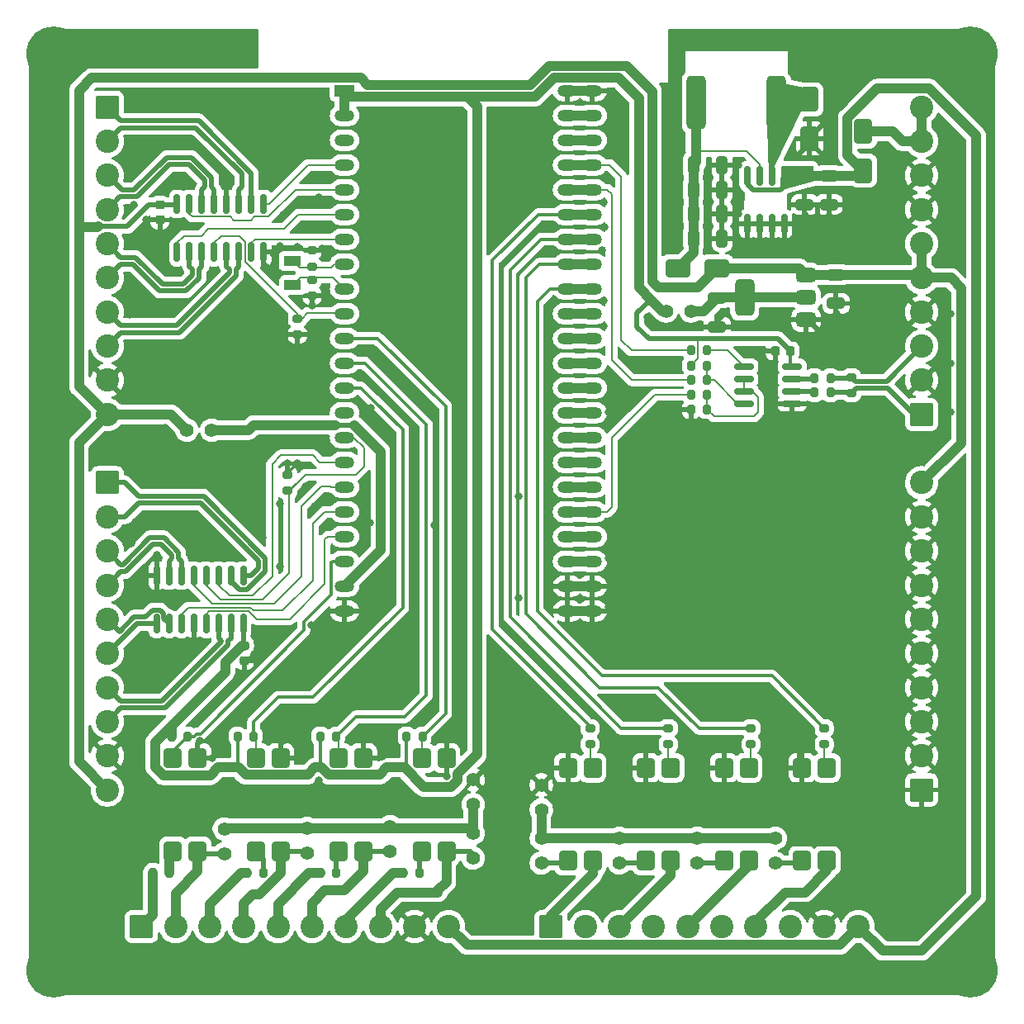
<source format=gtl>
G04 #@! TF.GenerationSoftware,KiCad,Pcbnew,9.0.3*
G04 #@! TF.CreationDate,2025-08-04T14:08:22+02:00*
G04 #@! TF.ProjectId,esp-motioncontroller,6573702d-6d6f-4746-996f-6e636f6e7472,1.0.0*
G04 #@! TF.SameCoordinates,Original*
G04 #@! TF.FileFunction,Copper,L1,Top*
G04 #@! TF.FilePolarity,Positive*
%FSLAX46Y46*%
G04 Gerber Fmt 4.6, Leading zero omitted, Abs format (unit mm)*
G04 Created by KiCad (PCBNEW 9.0.3) date 2025-08-04 14:08:22*
%MOMM*%
%LPD*%
G01*
G04 APERTURE LIST*
G04 Aperture macros list*
%AMRoundRect*
0 Rectangle with rounded corners*
0 $1 Rounding radius*
0 $2 $3 $4 $5 $6 $7 $8 $9 X,Y pos of 4 corners*
0 Add a 4 corners polygon primitive as box body*
4,1,4,$2,$3,$4,$5,$6,$7,$8,$9,$2,$3,0*
0 Add four circle primitives for the rounded corners*
1,1,$1+$1,$2,$3*
1,1,$1+$1,$4,$5*
1,1,$1+$1,$6,$7*
1,1,$1+$1,$8,$9*
0 Add four rect primitives between the rounded corners*
20,1,$1+$1,$2,$3,$4,$5,0*
20,1,$1+$1,$4,$5,$6,$7,0*
20,1,$1+$1,$6,$7,$8,$9,0*
20,1,$1+$1,$8,$9,$2,$3,0*%
G04 Aperture macros list end*
G04 #@! TA.AperFunction,SMDPad,CuDef*
%ADD10RoundRect,0.225000X0.225000X0.250000X-0.225000X0.250000X-0.225000X-0.250000X0.225000X-0.250000X0*%
G04 #@! TD*
G04 #@! TA.AperFunction,SMDPad,CuDef*
%ADD11RoundRect,0.150000X-0.150000X0.825000X-0.150000X-0.825000X0.150000X-0.825000X0.150000X0.825000X0*%
G04 #@! TD*
G04 #@! TA.AperFunction,SMDPad,CuDef*
%ADD12RoundRect,0.250000X-0.325000X-0.650000X0.325000X-0.650000X0.325000X0.650000X-0.325000X0.650000X0*%
G04 #@! TD*
G04 #@! TA.AperFunction,ComponentPad*
%ADD13C,5.600000*%
G04 #@! TD*
G04 #@! TA.AperFunction,SMDPad,CuDef*
%ADD14RoundRect,0.200000X0.200000X0.275000X-0.200000X0.275000X-0.200000X-0.275000X0.200000X-0.275000X0*%
G04 #@! TD*
G04 #@! TA.AperFunction,ComponentPad*
%ADD15C,1.400000*%
G04 #@! TD*
G04 #@! TA.AperFunction,SMDPad,CuDef*
%ADD16RoundRect,0.200000X0.275000X-0.200000X0.275000X0.200000X-0.275000X0.200000X-0.275000X-0.200000X0*%
G04 #@! TD*
G04 #@! TA.AperFunction,ComponentPad*
%ADD17RoundRect,0.250001X-0.949999X0.949999X-0.949999X-0.949999X0.949999X-0.949999X0.949999X0.949999X0*%
G04 #@! TD*
G04 #@! TA.AperFunction,ComponentPad*
%ADD18C,2.400000*%
G04 #@! TD*
G04 #@! TA.AperFunction,SMDPad,CuDef*
%ADD19RoundRect,0.250000X-0.650000X0.325000X-0.650000X-0.325000X0.650000X-0.325000X0.650000X0.325000X0*%
G04 #@! TD*
G04 #@! TA.AperFunction,SMDPad,CuDef*
%ADD20RoundRect,0.200000X-0.275000X0.200000X-0.275000X-0.200000X0.275000X-0.200000X0.275000X0.200000X0*%
G04 #@! TD*
G04 #@! TA.AperFunction,SMDPad,CuDef*
%ADD21RoundRect,0.225000X-0.250000X0.225000X-0.250000X-0.225000X0.250000X-0.225000X0.250000X0.225000X0*%
G04 #@! TD*
G04 #@! TA.AperFunction,SMDPad,CuDef*
%ADD22RoundRect,0.250000X-0.650000X1.000000X-0.650000X-1.000000X0.650000X-1.000000X0.650000X1.000000X0*%
G04 #@! TD*
G04 #@! TA.AperFunction,SMDPad,CuDef*
%ADD23RoundRect,0.150000X-0.825000X-0.150000X0.825000X-0.150000X0.825000X0.150000X-0.825000X0.150000X0*%
G04 #@! TD*
G04 #@! TA.AperFunction,ComponentPad*
%ADD24R,2.000000X1.200000*%
G04 #@! TD*
G04 #@! TA.AperFunction,ComponentPad*
%ADD25O,2.000000X1.200000*%
G04 #@! TD*
G04 #@! TA.AperFunction,SMDPad,CuDef*
%ADD26RoundRect,0.200000X-0.200000X-0.275000X0.200000X-0.275000X0.200000X0.275000X-0.200000X0.275000X0*%
G04 #@! TD*
G04 #@! TA.AperFunction,SMDPad,CuDef*
%ADD27R,1.800000X1.000000*%
G04 #@! TD*
G04 #@! TA.AperFunction,SMDPad,CuDef*
%ADD28RoundRect,0.250000X0.650000X-1.000000X0.650000X1.000000X-0.650000X1.000000X-0.650000X-1.000000X0*%
G04 #@! TD*
G04 #@! TA.AperFunction,SMDPad,CuDef*
%ADD29RoundRect,0.249999X-0.640001X0.750001X-0.640001X-0.750001X0.640001X-0.750001X0.640001X0.750001X0*%
G04 #@! TD*
G04 #@! TA.AperFunction,ComponentPad*
%ADD30RoundRect,0.250001X0.949999X-0.949999X0.949999X0.949999X-0.949999X0.949999X-0.949999X-0.949999X0*%
G04 #@! TD*
G04 #@! TA.AperFunction,SMDPad,CuDef*
%ADD31RoundRect,0.249999X0.640001X-0.750001X0.640001X0.750001X-0.640001X0.750001X-0.640001X-0.750001X0*%
G04 #@! TD*
G04 #@! TA.AperFunction,SMDPad,CuDef*
%ADD32RoundRect,0.375000X0.625000X0.375000X-0.625000X0.375000X-0.625000X-0.375000X0.625000X-0.375000X0*%
G04 #@! TD*
G04 #@! TA.AperFunction,SMDPad,CuDef*
%ADD33RoundRect,0.500000X0.500000X1.400000X-0.500000X1.400000X-0.500000X-1.400000X0.500000X-1.400000X0*%
G04 #@! TD*
G04 #@! TA.AperFunction,ComponentPad*
%ADD34RoundRect,0.250001X-0.949999X-0.949999X0.949999X-0.949999X0.949999X0.949999X-0.949999X0.949999X0*%
G04 #@! TD*
G04 #@! TA.AperFunction,SMDPad,CuDef*
%ADD35RoundRect,0.250000X1.000000X0.650000X-1.000000X0.650000X-1.000000X-0.650000X1.000000X-0.650000X0*%
G04 #@! TD*
G04 #@! TA.AperFunction,SMDPad,CuDef*
%ADD36RoundRect,0.500000X0.500000X2.250000X-0.500000X2.250000X-0.500000X-2.250000X0.500000X-2.250000X0*%
G04 #@! TD*
G04 #@! TA.AperFunction,SMDPad,CuDef*
%ADD37RoundRect,0.150000X0.150000X-0.825000X0.150000X0.825000X-0.150000X0.825000X-0.150000X-0.825000X0*%
G04 #@! TD*
G04 #@! TA.AperFunction,ViaPad*
%ADD38C,0.800000*%
G04 #@! TD*
G04 #@! TA.AperFunction,Conductor*
%ADD39C,0.500000*%
G04 #@! TD*
G04 #@! TA.AperFunction,Conductor*
%ADD40C,0.300000*%
G04 #@! TD*
G04 #@! TA.AperFunction,Conductor*
%ADD41C,1.000000*%
G04 #@! TD*
G04 #@! TA.AperFunction,Conductor*
%ADD42C,0.200000*%
G04 #@! TD*
G04 APERTURE END LIST*
D10*
G04 #@! TO.P,C18,1*
G04 #@! TO.N,+3.3V*
X129521388Y-77500000D03*
G04 #@! TO.P,C18,2*
G04 #@! TO.N,GND*
X127971388Y-77500000D03*
G04 #@! TD*
D11*
G04 #@! TO.P,U3,1,VIN*
G04 #@! TO.N,+VDC*
X128905000Y-59525000D03*
G04 #@! TO.P,U3,2,OUT*
G04 #@! TO.N,/esp32-s3/SW*
X127635000Y-59525000D03*
G04 #@! TO.P,U3,3,FB*
G04 #@! TO.N,/esp32-s3/5VUP*
X126365000Y-59525000D03*
G04 #@! TO.P,U3,4,~{EN}*
G04 #@! TO.N,+VDC*
X125095000Y-59525000D03*
G04 #@! TO.P,U3,5,GND*
G04 #@! TO.N,GND*
X125095000Y-64475000D03*
G04 #@! TO.P,U3,6,GND*
X126365000Y-64475000D03*
G04 #@! TO.P,U3,7,GND*
X127635000Y-64475000D03*
G04 #@! TO.P,U3,8,GND*
X128905000Y-64475000D03*
G04 #@! TD*
D12*
G04 #@! TO.P,C3,1*
G04 #@! TO.N,/esp32-s3/5VUP*
X119586444Y-58455138D03*
G04 #@! TO.P,C3,2*
G04 #@! TO.N,GND*
X122536444Y-58455138D03*
G04 #@! TD*
G04 #@! TO.P,C12,1*
G04 #@! TO.N,/esp32-s3/5VUP*
X119586444Y-65955138D03*
G04 #@! TO.P,C12,2*
G04 #@! TO.N,GND*
X122536444Y-65955138D03*
G04 #@! TD*
D13*
G04 #@! TO.P,H3,1,1*
G04 #@! TO.N,GND*
X148000000Y-141000000D03*
G04 #@! TD*
D14*
G04 #@! TO.P,R21,1*
G04 #@! TO.N,/InputOutput/OPTO_IN_MCU_4*
X91825000Y-117000000D03*
G04 #@! TO.P,R21,2*
G04 #@! TO.N,+3.3V*
X90175000Y-117000000D03*
G04 #@! TD*
G04 #@! TO.P,R16,1*
G04 #@! TO.N,Net-(R16-Pad1)*
X75500000Y-131000000D03*
G04 #@! TO.P,R16,2*
G04 #@! TO.N,/InputOutput/OPTO_IN_2*
X73850000Y-131000000D03*
G04 #@! TD*
G04 #@! TO.P,R19,1*
G04 #@! TO.N,/InputOutput/OPTO_IN_MCU_1*
X67750000Y-117000000D03*
G04 #@! TO.P,R19,2*
G04 #@! TO.N,+3.3V*
X66100000Y-117000000D03*
G04 #@! TD*
D15*
G04 #@! TO.P,JP7,1,A*
G04 #@! TO.N,GND_OPTO_IN*
X112000000Y-127460000D03*
G04 #@! TO.P,JP7,2,B*
G04 #@! TO.N,Net-(J2-Pin_4)*
X112000000Y-130000000D03*
G04 #@! TD*
D16*
G04 #@! TO.P,R23,1*
G04 #@! TO.N,Net-(R23-Pad1)*
X133000000Y-117825000D03*
G04 #@! TO.P,R23,2*
G04 #@! TO.N,/InputOutput/OPTO_OUT_MCU_4*
X133000000Y-116175000D03*
G04 #@! TD*
D17*
G04 #@! TO.P,J4,1,Pin_1*
G04 #@! TO.N,/InputOutput/HI1_P*
X59500000Y-91000000D03*
D18*
G04 #@! TO.P,J4,2,Pin_2*
G04 #@! TO.N,/InputOutput/HI1_N*
X59500000Y-94500000D03*
G04 #@! TO.P,J4,3,Pin_3*
G04 #@! TO.N,/InputOutput/HI2_P*
X59500000Y-98000000D03*
G04 #@! TO.P,J4,4,Pin_4*
G04 #@! TO.N,/InputOutput/HI2_N*
X59500000Y-101500000D03*
G04 #@! TO.P,J4,5,Pin_5*
G04 #@! TO.N,/InputOutput/HI3_P*
X59500000Y-105000000D03*
G04 #@! TO.P,J4,6,Pin_6*
G04 #@! TO.N,/InputOutput/HI3_N*
X59500000Y-108500000D03*
G04 #@! TO.P,J4,7,Pin_7*
G04 #@! TO.N,/InputOutput/HI4_P*
X59500000Y-112000000D03*
G04 #@! TO.P,J4,8,Pin_8*
G04 #@! TO.N,/InputOutput/HI4_N*
X59500000Y-115500000D03*
G04 #@! TO.P,J4,9,Pin_9*
G04 #@! TO.N,GND*
X59500000Y-119000000D03*
G04 #@! TO.P,J4,10,Pin_10*
G04 #@! TO.N,5V*
X59500000Y-122500000D03*
G04 #@! TD*
D14*
G04 #@! TO.P,R20,1*
G04 #@! TO.N,/InputOutput/OPTO_IN_MCU_3*
X83000000Y-117000000D03*
G04 #@! TO.P,R20,2*
G04 #@! TO.N,+3.3V*
X81350000Y-117000000D03*
G04 #@! TD*
D19*
G04 #@! TO.P,C5,1*
G04 #@! TO.N,+VDC*
X133500000Y-59525000D03*
G04 #@! TO.P,C5,2*
G04 #@! TO.N,GND*
X133500000Y-62475000D03*
G04 #@! TD*
D12*
G04 #@! TO.P,C8,1*
G04 #@! TO.N,/esp32-s3/5VUP*
X119586444Y-63455138D03*
G04 #@! TO.P,C8,2*
G04 #@! TO.N,GND*
X122536444Y-63455138D03*
G04 #@! TD*
D20*
G04 #@! TO.P,C4,1*
G04 #@! TO.N,Net-(U1-GPIO16{slash}ADC2_CH5{slash}32K_N)*
X80500000Y-70175000D03*
G04 #@! TO.P,C4,2*
G04 #@! TO.N,GND*
X80500000Y-71825000D03*
G04 #@! TD*
D21*
G04 #@! TO.P,C19,1*
G04 #@! TO.N,5V*
X64900000Y-62525000D03*
G04 #@! TO.P,C19,2*
G04 #@! TO.N,GND*
X64900000Y-64075000D03*
G04 #@! TD*
D16*
G04 #@! TO.P,R13,1*
G04 #@! TO.N,GND*
X79000000Y-75825000D03*
G04 #@! TO.P,R13,2*
G04 #@! TO.N,/InputOutput/ENBL_HO*
X79000000Y-74175000D03*
G04 #@! TD*
D15*
G04 #@! TO.P,JP12,1,A*
G04 #@! TO.N,Net-(JP12-A)*
X119340000Y-73400000D03*
G04 #@! TO.P,JP12,2,B*
G04 #@! TO.N,+3.3V*
X116800000Y-73400000D03*
G04 #@! TD*
G04 #@! TO.P,JP8,1,A*
G04 #@! TO.N,GND_OPTO_OUT*
X97000000Y-126950000D03*
G04 #@! TO.P,JP8,2,B*
G04 #@! TO.N,Net-(J3-Pin_8)*
X97000000Y-129490000D03*
G04 #@! TD*
D22*
G04 #@! TO.P,D1,1,K*
G04 #@! TO.N,/esp32-s3/SW*
X131501087Y-51706794D03*
G04 #@! TO.P,D1,2,A*
G04 #@! TO.N,GND*
X131501087Y-55706794D03*
G04 #@! TD*
D20*
G04 #@! TO.P,R12,1*
G04 #@! TO.N,/InputOutput/B_N*
X135800000Y-80175000D03*
G04 #@! TO.P,R12,2*
G04 #@! TO.N,/InputOutput/A_P*
X135800000Y-81825000D03*
G04 #@! TD*
D23*
G04 #@! TO.P,U4,1,RO*
G04 #@! TO.N,/InputOutput/RXD'*
X124771388Y-79095000D03*
G04 #@! TO.P,U4,2,~{RE}*
G04 #@! TO.N,/InputOutput/RE{slash}DE'*
X124771388Y-80365000D03*
G04 #@! TO.P,U4,3,DE*
X124771388Y-81635000D03*
G04 #@! TO.P,U4,4,DI*
G04 #@! TO.N,/InputOutput/TXD'*
X124771388Y-82905000D03*
G04 #@! TO.P,U4,5,GND*
G04 #@! TO.N,GND*
X129721388Y-82905000D03*
G04 #@! TO.P,U4,6,A*
G04 #@! TO.N,/InputOutput/A'*
X129721388Y-81635000D03*
G04 #@! TO.P,U4,7,B*
G04 #@! TO.N,/InputOutput/B'*
X129721388Y-80365000D03*
G04 #@! TO.P,U4,8,VCC*
G04 #@! TO.N,+3.3V*
X129721388Y-79095000D03*
G04 #@! TD*
D19*
G04 #@! TO.P,C2,1*
G04 #@! TO.N,+VDC*
X131000000Y-59525000D03*
G04 #@! TO.P,C2,2*
G04 #@! TO.N,GND*
X131000000Y-62475000D03*
G04 #@! TD*
D24*
G04 #@! TO.P,U1,1,3V3*
G04 #@! TO.N,+3.3V*
X83820000Y-50800000D03*
D25*
G04 #@! TO.P,U1,2,3V3*
X83820000Y-53340000D03*
G04 #@! TO.P,U1,3,CHIP_PU*
G04 #@! TO.N,unconnected-(U1-CHIP_PU-Pad3)*
X83820000Y-55880000D03*
G04 #@! TO.P,U1,4,GPIO4/ADC1_CH3*
G04 #@! TO.N,/InputOutput/HO1*
X83820000Y-58420000D03*
G04 #@! TO.P,U1,5,GPIO5/ADC1_CH4*
G04 #@! TO.N,/InputOutput/HO2*
X83820000Y-60960000D03*
G04 #@! TO.P,U1,6,GPIO6/ADC1_CH5*
G04 #@! TO.N,/InputOutput/HO3*
X83820000Y-63500000D03*
G04 #@! TO.P,U1,7,GPIO7/ADC1_CH6*
G04 #@! TO.N,/InputOutput/HO4*
X83820000Y-66040000D03*
G04 #@! TO.P,U1,8,GPIO15/ADC2_CH4/32K_P*
G04 #@! TO.N,Net-(U1-GPIO15{slash}ADC2_CH4{slash}32K_P)*
X83820000Y-68580000D03*
G04 #@! TO.P,U1,9,GPIO16/ADC2_CH5/32K_N*
G04 #@! TO.N,Net-(U1-GPIO16{slash}ADC2_CH5{slash}32K_N)*
X83820000Y-71120000D03*
G04 #@! TO.P,U1,10,GPIO17/ADC2_CH6*
G04 #@! TO.N,/InputOutput/ENBL_HO*
X83820000Y-73660000D03*
G04 #@! TO.P,U1,11,GPIO18/ADC2_CH7*
G04 #@! TO.N,/InputOutput/OPTO_IN_MCU_4*
X83820000Y-76200000D03*
G04 #@! TO.P,U1,12,GPIO8/ADC1_CH7*
G04 #@! TO.N,/InputOutput/OPTO_IN_MCU_3*
X83820000Y-78740000D03*
G04 #@! TO.P,U1,13,GPIO3/ADC1_CH2*
G04 #@! TO.N,/InputOutput/OPTO_IN_MCU_2*
X83820000Y-81280000D03*
G04 #@! TO.P,U1,14,GPIO46*
G04 #@! TO.N,unconnected-(U1-GPIO46-Pad14)*
X83820000Y-83820000D03*
G04 #@! TO.P,U1,15,GPIO9/ADC1_CH8*
G04 #@! TO.N,/InputOutput/ENBL_HI*
X83820000Y-86360000D03*
G04 #@! TO.P,U1,16,GPIO10/ADC1_CH9*
G04 #@! TO.N,/InputOutput/HI1*
X83820000Y-88900000D03*
G04 #@! TO.P,U1,17,GPIO11/ADC2_CH0*
G04 #@! TO.N,/InputOutput/HI2*
X83820000Y-91440000D03*
G04 #@! TO.P,U1,18,GPIO12/ADC2_CH1*
G04 #@! TO.N,/InputOutput/HI3*
X83820000Y-93980000D03*
G04 #@! TO.P,U1,19,GPIO13/ADC2_CH2*
G04 #@! TO.N,/InputOutput/HI4*
X83820000Y-96520000D03*
G04 #@! TO.P,U1,20,GPIO14/ADC2_CH3*
G04 #@! TO.N,/InputOutput/OPTO_IN_MCU_1*
X83816320Y-99057280D03*
G04 #@! TO.P,U1,21,5V*
G04 #@! TO.N,Net-(JP11-A)*
X83816320Y-101597280D03*
G04 #@! TO.P,U1,22,GND*
G04 #@! TO.N,GND*
X83816320Y-104137280D03*
G04 #@! TO.P,U1,23,GND*
X106680000Y-104140000D03*
X109220000Y-104140000D03*
G04 #@! TO.P,U1,24,GND*
X106680000Y-101600000D03*
X109220000Y-101600000D03*
G04 #@! TO.P,U1,25,GPIO19/USB_D-*
G04 #@! TO.N,unconnected-(U1-GPIO19{slash}USB_D--Pad25)*
X106680000Y-99060000D03*
X109220000Y-99060000D03*
G04 #@! TO.P,U1,26,GPIO20/USB_D+*
G04 #@! TO.N,unconnected-(U1-GPIO20{slash}USB_D+-Pad26)*
X106680000Y-96520000D03*
X109220000Y-96520000D03*
G04 #@! TO.P,U1,27,GPIO21*
G04 #@! TO.N,/InputOutput/RE{slash}DE*
X106680000Y-93980000D03*
X109220000Y-93980000D03*
G04 #@! TO.P,U1,28,GPIO47*
G04 #@! TO.N,unconnected-(U1-GPIO47-Pad28)*
X106680000Y-91440000D03*
X109220000Y-91440000D03*
G04 #@! TO.P,U1,29,GPIO48*
G04 #@! TO.N,unconnected-(U1-GPIO48-Pad29)*
X106680000Y-88900000D03*
X109220000Y-88900000D03*
G04 #@! TO.P,U1,30,GPIO45*
G04 #@! TO.N,unconnected-(U1-GPIO45-Pad30)*
X106680000Y-86360000D03*
X109220000Y-86360000D03*
G04 #@! TO.P,U1,31,GPIO0*
G04 #@! TO.N,unconnected-(U1-GPIO0-Pad31)*
X106680000Y-83820000D03*
X109220000Y-83820000D03*
G04 #@! TO.P,U1,32,GPIO35*
G04 #@! TO.N,unconnected-(U1-GPIO35-Pad32)*
X106680000Y-81280000D03*
X109220000Y-81280000D03*
G04 #@! TO.P,U1,33,GPIO36*
G04 #@! TO.N,unconnected-(U1-GPIO36-Pad33)*
X106680000Y-78740000D03*
X109220000Y-78740000D03*
G04 #@! TO.P,U1,34,GPIO37*
G04 #@! TO.N,unconnected-(U1-GPIO37-Pad34)*
X106680000Y-76200000D03*
X109220000Y-76200000D03*
G04 #@! TO.P,U1,35,GPIO38*
G04 #@! TO.N,unconnected-(U1-GPIO38-Pad35)*
X106680000Y-73660000D03*
X109220000Y-73660000D03*
G04 #@! TO.P,U1,36,GPIO39/MTCK*
G04 #@! TO.N,/InputOutput/OPTO_OUT_MCU_4*
X106680000Y-71120000D03*
X109220000Y-71120000D03*
G04 #@! TO.P,U1,37,GPIO40/MTDO*
G04 #@! TO.N,/InputOutput/OPTO_OUT_MCU_3*
X106680000Y-68580000D03*
X109220000Y-68580000D03*
G04 #@! TO.P,U1,38,GPIO41/MTDI*
G04 #@! TO.N,/InputOutput/OPTO_OUT_MCU_2*
X106680000Y-66040000D03*
X109220000Y-66040000D03*
G04 #@! TO.P,U1,39,GPIO42/MTMS*
G04 #@! TO.N,/InputOutput/OPTO_OUT_MCU_1*
X106680000Y-63500000D03*
X109220000Y-63500000D03*
G04 #@! TO.P,U1,40,GPIO2/ADC1_CH1*
G04 #@! TO.N,/InputOutput/TXD*
X106680000Y-60960000D03*
X109220000Y-60960000D03*
G04 #@! TO.P,U1,41,GPIO1/ADC1_CH0*
G04 #@! TO.N,/InputOutput/RXD*
X106680000Y-58420000D03*
X109220000Y-58420000D03*
G04 #@! TO.P,U1,42,GPIO44/U0RXD*
G04 #@! TO.N,unconnected-(U1-GPIO44{slash}U0RXD-Pad42)*
X106680000Y-55880000D03*
X109220000Y-55880000D03*
G04 #@! TO.P,U1,43,GPIO43/U0TXD*
G04 #@! TO.N,unconnected-(U1-GPIO43{slash}U0TXD-Pad43)*
X106680000Y-53340000D03*
X109220000Y-53340000D03*
G04 #@! TO.P,U1,44,GND*
G04 #@! TO.N,GND*
X106680000Y-50800000D03*
X109220000Y-50800000D03*
G04 #@! TD*
D26*
G04 #@! TO.P,R8,1*
G04 #@! TO.N,/InputOutput/TXD*
X119350000Y-80500000D03*
G04 #@! TO.P,R8,2*
G04 #@! TO.N,/InputOutput/TXD'*
X121000000Y-80500000D03*
G04 #@! TD*
D27*
G04 #@! TO.P,Y1,1,1*
G04 #@! TO.N,Net-(U1-GPIO16{slash}ADC2_CH5{slash}32K_N)*
X78500000Y-70750000D03*
G04 #@! TO.P,Y1,2,2*
G04 #@! TO.N,Net-(U1-GPIO15{slash}ADC2_CH4{slash}32K_P)*
X78500000Y-68250000D03*
G04 #@! TD*
D17*
G04 #@! TO.P,J6,1,Pin_1*
G04 #@! TO.N,/InputOutput/HO1_N*
X59500000Y-52500000D03*
D18*
G04 #@! TO.P,J6,2,Pin_2*
G04 #@! TO.N,/InputOutput/HO1_P*
X59500000Y-56000000D03*
G04 #@! TO.P,J6,3,Pin_3*
G04 #@! TO.N,/InputOutput/HO2_P*
X59500000Y-59500000D03*
G04 #@! TO.P,J6,4,Pin_4*
G04 #@! TO.N,/InputOutput/HO2_N*
X59500000Y-63000000D03*
G04 #@! TO.P,J6,5,Pin_5*
G04 #@! TO.N,/InputOutput/HO3_P*
X59500000Y-66500000D03*
G04 #@! TO.P,J6,6,Pin_6*
G04 #@! TO.N,/InputOutput/HO3_N*
X59500000Y-70000000D03*
G04 #@! TO.P,J6,7,Pin_7*
G04 #@! TO.N,/InputOutput/HO4_N*
X59500000Y-73500000D03*
G04 #@! TO.P,J6,8,Pin_8*
G04 #@! TO.N,/InputOutput/HO4_P*
X59500000Y-77000000D03*
G04 #@! TO.P,J6,9,Pin_9*
G04 #@! TO.N,GND*
X59500000Y-80500000D03*
G04 #@! TO.P,J6,10,Pin_10*
G04 #@! TO.N,5V*
X59500000Y-84000000D03*
G04 #@! TD*
D15*
G04 #@! TO.P,JP5,1,A*
G04 #@! TO.N,GND_OPTO_OUT*
X88500000Y-126250000D03*
G04 #@! TO.P,JP5,2,B*
G04 #@! TO.N,Net-(J3-Pin_6)*
X88500000Y-128790000D03*
G04 #@! TD*
D16*
G04 #@! TO.P,R1,1*
G04 #@! TO.N,Net-(R1-Pad1)*
X109000000Y-117825000D03*
G04 #@! TO.P,R1,2*
G04 #@! TO.N,/InputOutput/OPTO_OUT_MCU_1*
X109000000Y-116175000D03*
G04 #@! TD*
D12*
G04 #@! TO.P,C6,1*
G04 #@! TO.N,/esp32-s3/5VUP*
X119586444Y-60955138D03*
G04 #@! TO.P,C6,2*
G04 #@! TO.N,GND*
X122536444Y-60955138D03*
G04 #@! TD*
D20*
G04 #@! TO.P,C1,1*
G04 #@! TO.N,GND*
X80500000Y-67175000D03*
G04 #@! TO.P,C1,2*
G04 #@! TO.N,Net-(U1-GPIO15{slash}ADC2_CH4{slash}32K_P)*
X80500000Y-68825000D03*
G04 #@! TD*
D26*
G04 #@! TO.P,R11,1*
G04 #@! TO.N,/InputOutput/B'*
X132000000Y-80250997D03*
G04 #@! TO.P,R11,2*
G04 #@! TO.N,/InputOutput/B_N*
X133650000Y-80250997D03*
G04 #@! TD*
D13*
G04 #@! TO.P,H4,1,1*
G04 #@! TO.N,GND*
X54000000Y-141000000D03*
G04 #@! TD*
D14*
G04 #@! TO.P,R17,1*
G04 #@! TO.N,/InputOutput/OPTO_IN_MCU_2*
X74500000Y-117000000D03*
G04 #@! TO.P,R17,2*
G04 #@! TO.N,+3.3V*
X72850000Y-117000000D03*
G04 #@! TD*
D13*
G04 #@! TO.P,H1,1,1*
G04 #@! TO.N,GND*
X54000000Y-47000000D03*
G04 #@! TD*
D16*
G04 #@! TO.P,R22,1*
G04 #@! TO.N,Net-(R22-Pad1)*
X125500000Y-117825000D03*
G04 #@! TO.P,R22,2*
G04 #@! TO.N,/InputOutput/OPTO_OUT_MCU_3*
X125500000Y-116175000D03*
G04 #@! TD*
D28*
G04 #@! TO.P,D3,1,K*
G04 #@! TO.N,+VDC*
X137000000Y-59000000D03*
G04 #@! TO.P,D3,2,A*
G04 #@! TO.N,VIN*
X137000000Y-55000000D03*
G04 #@! TD*
D15*
G04 #@! TO.P,JP11,1,A*
G04 #@! TO.N,Net-(JP11-A)*
X70200000Y-85600000D03*
G04 #@! TO.P,JP11,2,B*
G04 #@! TO.N,5V*
X67660000Y-85600000D03*
G04 #@! TD*
D29*
G04 #@! TO.P,U14,1*
G04 #@! TO.N,Net-(R23-Pad1)*
X133270000Y-120235000D03*
G04 #@! TO.P,U14,2*
G04 #@! TO.N,GND*
X130730000Y-120235000D03*
G04 #@! TO.P,U14,3*
G04 #@! TO.N,Net-(J2-Pin_8)*
X130730000Y-129765000D03*
G04 #@! TO.P,U14,4*
G04 #@! TO.N,/InputOutput/OPTO_OUT_4*
X133270000Y-129765000D03*
G04 #@! TD*
D19*
G04 #@! TO.P,C21,1*
G04 #@! TO.N,5V*
X134216540Y-69674908D03*
G04 #@! TO.P,C21,2*
G04 #@! TO.N,GND*
X134216540Y-72624908D03*
G04 #@! TD*
D26*
G04 #@! TO.P,R2,1*
G04 #@! TO.N,GND*
X119350000Y-83500000D03*
G04 #@! TO.P,R2,2*
G04 #@! TO.N,/InputOutput/RE{slash}DE'*
X121000000Y-83500000D03*
G04 #@! TD*
D30*
G04 #@! TO.P,J8,1,Pin_1*
G04 #@! TO.N,GND*
X143000000Y-122500000D03*
D18*
G04 #@! TO.P,J8,2,Pin_2*
X143000000Y-119000000D03*
G04 #@! TO.P,J8,3,Pin_3*
X143000000Y-115500000D03*
G04 #@! TO.P,J8,4,Pin_4*
X143000000Y-112000000D03*
G04 #@! TO.P,J8,5,Pin_5*
X143000000Y-108500000D03*
G04 #@! TO.P,J8,6,Pin_6*
X143000000Y-105000000D03*
G04 #@! TO.P,J8,7,Pin_7*
X143000000Y-101500000D03*
G04 #@! TO.P,J8,8,Pin_8*
X143000000Y-98000000D03*
G04 #@! TO.P,J8,9,Pin_9*
X143000000Y-94500000D03*
G04 #@! TO.P,J8,10,Pin_10*
G04 #@! TO.N,5V*
X143000000Y-91000000D03*
G04 #@! TD*
D31*
G04 #@! TO.P,U8,1*
G04 #@! TO.N,Net-(R5-Pad1)*
X83230000Y-128765000D03*
G04 #@! TO.P,U8,2*
G04 #@! TO.N,Net-(J3-Pin_6)*
X85770000Y-128765000D03*
G04 #@! TO.P,U8,3*
G04 #@! TO.N,GND*
X85770000Y-119235000D03*
G04 #@! TO.P,U8,4*
G04 #@! TO.N,/InputOutput/OPTO_IN_MCU_3*
X83230000Y-119235000D03*
G04 #@! TD*
D14*
G04 #@! TO.P,R15,1*
G04 #@! TO.N,/InputOutput/TXD'*
X121000000Y-79000000D03*
G04 #@! TO.P,R15,2*
G04 #@! TO.N,+3.3V*
X119350000Y-79000000D03*
G04 #@! TD*
D26*
G04 #@! TO.P,R9,1*
G04 #@! TO.N,/InputOutput/RE{slash}DE*
X119350000Y-82000000D03*
G04 #@! TO.P,R9,2*
G04 #@! TO.N,/InputOutput/RE{slash}DE'*
X121000000Y-82000000D03*
G04 #@! TD*
D29*
G04 #@! TO.P,U13,1*
G04 #@! TO.N,Net-(R22-Pad1)*
X125270000Y-120235000D03*
G04 #@! TO.P,U13,2*
G04 #@! TO.N,GND*
X122730000Y-120235000D03*
G04 #@! TO.P,U13,3*
G04 #@! TO.N,Net-(J2-Pin_6)*
X122730000Y-129765000D03*
G04 #@! TO.P,U13,4*
G04 #@! TO.N,/InputOutput/OPTO_OUT_3*
X125270000Y-129765000D03*
G04 #@! TD*
G04 #@! TO.P,U11,1*
G04 #@! TO.N,Net-(R3-Pad1)*
X117270000Y-120235000D03*
G04 #@! TO.P,U11,2*
G04 #@! TO.N,GND*
X114730000Y-120235000D03*
G04 #@! TO.P,U11,3*
G04 #@! TO.N,Net-(J2-Pin_4)*
X114730000Y-129765000D03*
G04 #@! TO.P,U11,4*
G04 #@! TO.N,/InputOutput/OPTO_OUT_2*
X117270000Y-129765000D03*
G04 #@! TD*
D15*
G04 #@! TO.P,JP2,1,A*
G04 #@! TO.N,GND*
X104000000Y-122000000D03*
G04 #@! TO.P,JP2,2,B*
G04 #@! TO.N,GND_OPTO_IN*
X104000000Y-124540000D03*
G04 #@! TD*
G04 #@! TO.P,JP9,1,A*
G04 #@! TO.N,GND_OPTO_IN*
X120000000Y-127460000D03*
G04 #@! TO.P,JP9,2,B*
G04 #@! TO.N,Net-(J2-Pin_6)*
X120000000Y-130000000D03*
G04 #@! TD*
D32*
G04 #@! TO.P,U15,1,GND*
G04 #@! TO.N,GND*
X131150000Y-74300000D03*
G04 #@! TO.P,U15,2,VO*
G04 #@! TO.N,Net-(JP12-A)*
X131150000Y-72000000D03*
D33*
X124850000Y-72000000D03*
D32*
G04 #@! TO.P,U15,3,VI*
G04 #@! TO.N,5V*
X131150000Y-69700000D03*
G04 #@! TD*
D15*
G04 #@! TO.P,JP10,1,A*
G04 #@! TO.N,GND_OPTO_IN*
X128000000Y-127460000D03*
G04 #@! TO.P,JP10,2,B*
G04 #@! TO.N,Net-(J2-Pin_8)*
X128000000Y-130000000D03*
G04 #@! TD*
D13*
G04 #@! TO.P,H2,1,1*
G04 #@! TO.N,GND*
X148000000Y-47000000D03*
G04 #@! TD*
D15*
G04 #@! TO.P,JP1,1,A*
G04 #@! TO.N,GND*
X97000000Y-121460000D03*
G04 #@! TO.P,JP1,2,B*
G04 #@! TO.N,GND_OPTO_OUT*
X97000000Y-124000000D03*
G04 #@! TD*
D14*
G04 #@! TO.P,R5,1*
G04 #@! TO.N,Net-(R5-Pad1)*
X83000000Y-131000000D03*
G04 #@! TO.P,R5,2*
G04 #@! TO.N,/InputOutput/OPTO_IN_3*
X81350000Y-131000000D03*
G04 #@! TD*
D11*
G04 #@! TO.P,U2,1,1B*
G04 #@! TO.N,/InputOutput/HI1_N*
X73445000Y-100525000D03*
G04 #@! TO.P,U2,2,1A*
G04 #@! TO.N,/InputOutput/HI1_P*
X72175000Y-100525000D03*
G04 #@! TO.P,U2,3,1Y*
G04 #@! TO.N,/InputOutput/HI1*
X70905000Y-100525000D03*
G04 #@! TO.P,U2,4,G*
G04 #@! TO.N,/InputOutput/ENBL_HI*
X69635000Y-100525000D03*
G04 #@! TO.P,U2,5,2Y*
G04 #@! TO.N,/InputOutput/HI2*
X68365000Y-100525000D03*
G04 #@! TO.P,U2,6,2A*
G04 #@! TO.N,/InputOutput/HI2_P*
X67095000Y-100525000D03*
G04 #@! TO.P,U2,7,2B*
G04 #@! TO.N,/InputOutput/HI2_N*
X65825000Y-100525000D03*
G04 #@! TO.P,U2,8,GND*
G04 #@! TO.N,GND*
X64555000Y-100525000D03*
G04 #@! TO.P,U2,9,3B*
G04 #@! TO.N,/InputOutput/HI3_N*
X64555000Y-105475000D03*
G04 #@! TO.P,U2,10,3A*
G04 #@! TO.N,/InputOutput/HI3_P*
X65825000Y-105475000D03*
G04 #@! TO.P,U2,11,3Y*
G04 #@! TO.N,/InputOutput/HI3*
X67095000Y-105475000D03*
G04 #@! TO.P,U2,12,~{G}*
G04 #@! TO.N,GND*
X68365000Y-105475000D03*
G04 #@! TO.P,U2,13,4Y*
G04 #@! TO.N,/InputOutput/HI4*
X69635000Y-105475000D03*
G04 #@! TO.P,U2,14,4A*
G04 #@! TO.N,/InputOutput/HI4_P*
X70905000Y-105475000D03*
G04 #@! TO.P,U2,15,4B*
G04 #@! TO.N,/InputOutput/HI4_N*
X72175000Y-105475000D03*
G04 #@! TO.P,U2,16,VDD*
G04 #@! TO.N,+3.3V*
X73445000Y-105475000D03*
G04 #@! TD*
D31*
G04 #@! TO.P,U6,1*
G04 #@! TO.N,Net-(R18-Pad1)*
X66230000Y-128765000D03*
G04 #@! TO.P,U6,2*
G04 #@! TO.N,Net-(J3-Pin_2)*
X68770000Y-128765000D03*
G04 #@! TO.P,U6,3*
G04 #@! TO.N,GND*
X68770000Y-119235000D03*
G04 #@! TO.P,U6,4*
G04 #@! TO.N,/InputOutput/OPTO_IN_MCU_1*
X66230000Y-119235000D03*
G04 #@! TD*
D26*
G04 #@! TO.P,R7,1*
G04 #@! TO.N,/InputOutput/RXD*
X119350000Y-77440000D03*
G04 #@! TO.P,R7,2*
G04 #@! TO.N,/InputOutput/RXD'*
X121000000Y-77440000D03*
G04 #@! TD*
D34*
G04 #@! TO.P,J3,1,Pin_1*
G04 #@! TO.N,/InputOutput/OPTO_IN_1*
X63000000Y-136500000D03*
D18*
G04 #@! TO.P,J3,2,Pin_2*
G04 #@! TO.N,Net-(J3-Pin_2)*
X66500000Y-136500000D03*
G04 #@! TO.P,J3,3,Pin_3*
G04 #@! TO.N,/InputOutput/OPTO_IN_2*
X70000000Y-136500000D03*
G04 #@! TO.P,J3,4,Pin_4*
G04 #@! TO.N,Net-(J3-Pin_4)*
X73500000Y-136500000D03*
G04 #@! TO.P,J3,5,Pin_5*
G04 #@! TO.N,/InputOutput/OPTO_IN_3*
X77000000Y-136500000D03*
G04 #@! TO.P,J3,6,Pin_6*
G04 #@! TO.N,Net-(J3-Pin_6)*
X80500000Y-136500000D03*
G04 #@! TO.P,J3,7,Pin_7*
G04 #@! TO.N,/InputOutput/OPTO_IN_4*
X84000000Y-136500000D03*
G04 #@! TO.P,J3,8,Pin_8*
G04 #@! TO.N,Net-(J3-Pin_8)*
X87500000Y-136500000D03*
G04 #@! TO.P,J3,9,Pin_9*
G04 #@! TO.N,GND*
X91000000Y-136500000D03*
G04 #@! TO.P,J3,10,Pin_10*
G04 #@! TO.N,+VDC*
X94500000Y-136500000D03*
G04 #@! TD*
D29*
G04 #@! TO.P,U9,1*
G04 #@! TO.N,Net-(R1-Pad1)*
X109270000Y-120235000D03*
G04 #@! TO.P,U9,2*
G04 #@! TO.N,GND*
X106730000Y-120235000D03*
G04 #@! TO.P,U9,3*
G04 #@! TO.N,Net-(J2-Pin_2)*
X106730000Y-129765000D03*
G04 #@! TO.P,U9,4*
G04 #@! TO.N,/InputOutput/OPTO_OUT_1*
X109270000Y-129765000D03*
G04 #@! TD*
D31*
G04 #@! TO.P,U12,1*
G04 #@! TO.N,Net-(R6-Pad1)*
X91730000Y-128765000D03*
G04 #@! TO.P,U12,2*
G04 #@! TO.N,Net-(J3-Pin_8)*
X94270000Y-128765000D03*
G04 #@! TO.P,U12,3*
G04 #@! TO.N,GND*
X94270000Y-119235000D03*
G04 #@! TO.P,U12,4*
G04 #@! TO.N,/InputOutput/OPTO_IN_MCU_4*
X91730000Y-119235000D03*
G04 #@! TD*
D14*
G04 #@! TO.P,R6,1*
G04 #@! TO.N,Net-(R6-Pad1)*
X91500000Y-131000000D03*
G04 #@! TO.P,R6,2*
G04 #@! TO.N,/InputOutput/OPTO_IN_4*
X89850000Y-131000000D03*
G04 #@! TD*
D19*
G04 #@! TO.P,C22,1*
G04 #@! TO.N,Net-(JP12-A)*
X122000000Y-72050000D03*
G04 #@! TO.P,C22,2*
G04 #@! TO.N,GND*
X122000000Y-75000000D03*
G04 #@! TD*
D35*
G04 #@! TO.P,D2,1,K*
G04 #@! TO.N,5V*
X122000000Y-69000000D03*
G04 #@! TO.P,D2,2,A*
G04 #@! TO.N,/esp32-s3/5VUP*
X118000000Y-69000000D03*
G04 #@! TD*
D36*
G04 #@! TO.P,L1,1,1*
G04 #@! TO.N,/esp32-s3/SW*
X128100000Y-52000000D03*
G04 #@! TO.P,L1,2,2*
G04 #@! TO.N,/esp32-s3/5VUP*
X119900000Y-52000000D03*
G04 #@! TD*
D26*
G04 #@! TO.P,R10,1*
G04 #@! TO.N,/InputOutput/A'*
X132000000Y-81750997D03*
G04 #@! TO.P,R10,2*
G04 #@! TO.N,/InputOutput/A_P*
X133650000Y-81750997D03*
G04 #@! TD*
D21*
G04 #@! TO.P,C7,1*
G04 #@! TO.N,+3.3V*
X73553790Y-107683971D03*
G04 #@! TO.P,C7,2*
G04 #@! TO.N,GND*
X73553790Y-109233971D03*
G04 #@! TD*
D20*
G04 #@! TO.P,R4,1*
G04 #@! TO.N,GND*
X78000000Y-90175000D03*
G04 #@! TO.P,R4,2*
G04 #@! TO.N,/InputOutput/ENBL_HI*
X78000000Y-91825000D03*
G04 #@! TD*
D15*
G04 #@! TO.P,JP4,1,A*
G04 #@! TO.N,GND_OPTO_OUT*
X71500000Y-126500000D03*
G04 #@! TO.P,JP4,2,B*
G04 #@! TO.N,Net-(J3-Pin_2)*
X71500000Y-129040000D03*
G04 #@! TD*
D34*
G04 #@! TO.P,J2,1,Pin_1*
G04 #@! TO.N,/InputOutput/OPTO_OUT_1*
X105000000Y-136500000D03*
D18*
G04 #@! TO.P,J2,2,Pin_2*
G04 #@! TO.N,Net-(J2-Pin_2)*
X108500000Y-136500000D03*
G04 #@! TO.P,J2,3,Pin_3*
G04 #@! TO.N,/InputOutput/OPTO_OUT_2*
X112000000Y-136500000D03*
G04 #@! TO.P,J2,4,Pin_4*
G04 #@! TO.N,Net-(J2-Pin_4)*
X115500000Y-136500000D03*
G04 #@! TO.P,J2,5,Pin_5*
G04 #@! TO.N,/InputOutput/OPTO_OUT_3*
X119000000Y-136500000D03*
G04 #@! TO.P,J2,6,Pin_6*
G04 #@! TO.N,Net-(J2-Pin_6)*
X122500000Y-136500000D03*
G04 #@! TO.P,J2,7,Pin_7*
G04 #@! TO.N,/InputOutput/OPTO_OUT_4*
X126000000Y-136500000D03*
G04 #@! TO.P,J2,8,Pin_8*
G04 #@! TO.N,Net-(J2-Pin_8)*
X129500000Y-136500000D03*
G04 #@! TO.P,J2,9,Pin_9*
G04 #@! TO.N,GND*
X133000000Y-136500000D03*
G04 #@! TO.P,J2,10,Pin_10*
G04 #@! TO.N,+VDC*
X136500000Y-136500000D03*
G04 #@! TD*
D14*
G04 #@! TO.P,R18,1*
G04 #@! TO.N,Net-(R18-Pad1)*
X65825000Y-131000000D03*
G04 #@! TO.P,R18,2*
G04 #@! TO.N,/InputOutput/OPTO_IN_1*
X64175000Y-131000000D03*
G04 #@! TD*
D30*
G04 #@! TO.P,J9,1,Pin_1*
G04 #@! TO.N,/InputOutput/A_P*
X143000000Y-84000000D03*
D18*
G04 #@! TO.P,J9,2,Pin_2*
G04 #@! TO.N,GND*
X143000000Y-80500000D03*
G04 #@! TO.P,J9,3,Pin_3*
G04 #@! TO.N,/InputOutput/B_N*
X143000000Y-77000000D03*
G04 #@! TO.P,J9,4,Pin_4*
G04 #@! TO.N,GND*
X143000000Y-73500000D03*
G04 #@! TO.P,J9,5,Pin_5*
G04 #@! TO.N,5V*
X143000000Y-70000000D03*
G04 #@! TO.P,J9,6,Pin_6*
X143000000Y-66500000D03*
G04 #@! TO.P,J9,7,Pin_7*
G04 #@! TO.N,GND*
X143000000Y-63000000D03*
G04 #@! TO.P,J9,8,Pin_8*
X143000000Y-59500000D03*
G04 #@! TO.P,J9,9,Pin_9*
G04 #@! TO.N,VIN*
X143000000Y-56000000D03*
G04 #@! TO.P,J9,10,Pin_10*
X143000000Y-52500000D03*
G04 #@! TD*
D16*
G04 #@! TO.P,R3,1*
G04 #@! TO.N,Net-(R3-Pad1)*
X117000000Y-117825000D03*
G04 #@! TO.P,R3,2*
G04 #@! TO.N,/InputOutput/OPTO_OUT_MCU_2*
X117000000Y-116175000D03*
G04 #@! TD*
D15*
G04 #@! TO.P,JP3,1,A*
G04 #@! TO.N,GND_OPTO_OUT*
X80000000Y-126460000D03*
G04 #@! TO.P,JP3,2,B*
G04 #@! TO.N,Net-(J3-Pin_4)*
X80000000Y-129000000D03*
G04 #@! TD*
D31*
G04 #@! TO.P,U7,1*
G04 #@! TO.N,Net-(R16-Pad1)*
X74730000Y-128765000D03*
G04 #@! TO.P,U7,2*
G04 #@! TO.N,Net-(J3-Pin_4)*
X77270000Y-128765000D03*
G04 #@! TO.P,U7,3*
G04 #@! TO.N,GND*
X77270000Y-119235000D03*
G04 #@! TO.P,U7,4*
G04 #@! TO.N,/InputOutput/OPTO_IN_MCU_2*
X74730000Y-119235000D03*
G04 #@! TD*
D15*
G04 #@! TO.P,JP6,1,A*
G04 #@! TO.N,GND_OPTO_IN*
X104000000Y-127460000D03*
G04 #@! TO.P,JP6,2,B*
G04 #@! TO.N,Net-(J2-Pin_2)*
X104000000Y-130000000D03*
G04 #@! TD*
D37*
G04 #@! TO.P,U5,1,1A*
G04 #@! TO.N,/InputOutput/HO3*
X66655000Y-67375000D03*
G04 #@! TO.P,U5,2,1Y*
G04 #@! TO.N,/InputOutput/HO3_P*
X67925000Y-67375000D03*
G04 #@! TO.P,U5,3,1Z*
G04 #@! TO.N,/InputOutput/HO3_N*
X69195000Y-67375000D03*
G04 #@! TO.P,U5,4,G*
G04 #@! TO.N,/InputOutput/ENBL_HO*
X70465000Y-67375000D03*
G04 #@! TO.P,U5,5,2Z*
G04 #@! TO.N,/InputOutput/HO4_N*
X71735000Y-67375000D03*
G04 #@! TO.P,U5,6,2Y*
G04 #@! TO.N,/InputOutput/HO4_P*
X73005000Y-67375000D03*
G04 #@! TO.P,U5,7,2A*
G04 #@! TO.N,/InputOutput/HO4*
X74275000Y-67375000D03*
G04 #@! TO.P,U5,8,GND*
G04 #@! TO.N,GND*
X75545000Y-67375000D03*
G04 #@! TO.P,U5,9,3A*
G04 #@! TO.N,/InputOutput/HO1*
X75545000Y-62425000D03*
G04 #@! TO.P,U5,10,3Y*
G04 #@! TO.N,/InputOutput/HO1_N*
X74275000Y-62425000D03*
G04 #@! TO.P,U5,11,3Z*
G04 #@! TO.N,/InputOutput/HO1_P*
X73005000Y-62425000D03*
G04 #@! TO.P,U5,12,~{G}*
G04 #@! TO.N,GND*
X71735000Y-62425000D03*
G04 #@! TO.P,U5,13,4Z*
G04 #@! TO.N,/InputOutput/HO2_P*
X70465000Y-62425000D03*
G04 #@! TO.P,U5,14,4Y*
G04 #@! TO.N,/InputOutput/HO2_N*
X69195000Y-62425000D03*
G04 #@! TO.P,U5,15,4A*
G04 #@! TO.N,/InputOutput/HO2*
X67925000Y-62425000D03*
G04 #@! TO.P,U5,16,VDD*
G04 #@! TO.N,5V*
X66655000Y-62425000D03*
G04 #@! TD*
D38*
G04 #@! TO.N,GND*
X68361857Y-107716876D03*
X85925000Y-68726880D03*
X60925000Y-133726880D03*
X100925000Y-63726880D03*
X80925000Y-138726880D03*
X95925000Y-68726880D03*
X112200000Y-57000000D03*
X92500000Y-142500000D03*
X123997039Y-62160013D03*
X105925000Y-123726880D03*
X132300000Y-63700000D03*
X81200000Y-87000000D03*
X75400000Y-96600000D03*
X76500000Y-67500000D03*
X145925000Y-123726880D03*
X78000000Y-89000000D03*
X115000000Y-126000000D03*
X61400000Y-110000000D03*
X124161444Y-63455138D03*
X140000000Y-62500000D03*
X150000000Y-90000000D03*
X90925000Y-123726880D03*
X142500000Y-45000000D03*
X59400000Y-88000000D03*
X65925000Y-78726880D03*
X105000000Y-90200000D03*
X135000000Y-142500000D03*
X132088719Y-65899865D03*
X140925000Y-128726880D03*
X63800000Y-91000000D03*
X110925000Y-83726880D03*
X125000000Y-126000000D03*
X120925000Y-113726880D03*
X95925000Y-73726880D03*
X70925000Y-123726880D03*
X135925000Y-133726880D03*
X65925000Y-138726880D03*
X137500000Y-77500000D03*
X135925000Y-83726880D03*
X131946388Y-83300000D03*
X95925000Y-78726880D03*
X77200000Y-99600000D03*
X115925000Y-103726880D03*
X130400000Y-118400000D03*
X117800000Y-79000000D03*
X52500000Y-85000000D03*
X130000000Y-45000000D03*
X68580675Y-64698052D03*
X150000000Y-80000000D03*
X75925000Y-78726880D03*
X52500000Y-117500000D03*
X104800000Y-100200000D03*
X140000000Y-142500000D03*
X135925000Y-78726880D03*
X149622791Y-135089028D03*
X86483876Y-83298488D03*
X125985960Y-67463803D03*
X65000000Y-65500000D03*
X105000000Y-52000000D03*
X52500000Y-135000000D03*
X85925000Y-103726880D03*
X110435271Y-117384951D03*
X62000000Y-70200000D03*
X133086436Y-54086436D03*
X125925000Y-123726880D03*
X135925000Y-123726880D03*
X70200000Y-69600000D03*
X114800000Y-79000000D03*
X75200000Y-108000000D03*
X63200000Y-107400000D03*
X77500000Y-117500000D03*
X114869426Y-74023346D03*
X110473900Y-64764454D03*
X75925000Y-53726880D03*
X150000000Y-117500000D03*
X52500000Y-70000000D03*
X111000000Y-60000000D03*
X87800000Y-116400000D03*
X131009626Y-63617928D03*
X123861045Y-64743911D03*
X135925000Y-103726880D03*
X147173570Y-68532709D03*
X140925000Y-48726880D03*
X110376987Y-72370813D03*
X78950554Y-66854498D03*
X85925000Y-73726880D03*
X52500000Y-102500000D03*
X68600000Y-98600000D03*
X70925000Y-88726880D03*
X135000000Y-47500000D03*
X135925000Y-108726880D03*
X123861045Y-59627113D03*
X85925000Y-123726880D03*
X150000000Y-54400000D03*
X150000000Y-105000000D03*
X64442358Y-127122372D03*
X80925000Y-78726880D03*
X63500000Y-64000000D03*
X111400000Y-51200000D03*
X95925000Y-93726880D03*
X86394843Y-95149714D03*
X135925000Y-93726880D03*
X77189952Y-66740000D03*
X129746388Y-84100000D03*
X105000000Y-142500000D03*
X80316560Y-110320221D03*
X145925000Y-98726880D03*
X86600000Y-77400000D03*
X61800000Y-73800000D03*
X62400000Y-95000000D03*
X104800000Y-120400000D03*
X113784548Y-125940644D03*
X61800000Y-101400000D03*
X81181491Y-61775042D03*
X145925000Y-63726880D03*
X75925000Y-58726880D03*
X85925000Y-113726880D03*
X133500000Y-63700000D03*
X145925000Y-113726880D03*
X79800000Y-118400000D03*
X135925000Y-98726880D03*
X77541048Y-63555693D03*
X110925000Y-123726880D03*
X115925000Y-83726880D03*
X90925000Y-58726880D03*
X100925000Y-128726880D03*
X72400000Y-115200000D03*
X140000000Y-77500000D03*
X100925000Y-113726880D03*
X150000000Y-132500000D03*
X136069858Y-72629692D03*
X150000000Y-97500000D03*
X73189790Y-51328145D03*
X111600000Y-113600000D03*
X63164271Y-100482211D03*
X137500000Y-72500000D03*
X87700000Y-119100000D03*
X66000000Y-73000000D03*
X110925000Y-133726880D03*
X145925000Y-58726880D03*
X65147724Y-68530962D03*
X70925000Y-138726880D03*
X71746221Y-60000000D03*
X64400000Y-112000000D03*
X114800000Y-118200000D03*
X79184150Y-64968424D03*
X137500000Y-45000000D03*
X86127746Y-90800000D03*
X150000000Y-72500000D03*
X130183811Y-57542670D03*
X74600000Y-108600000D03*
X90925000Y-73726880D03*
X100925000Y-58726880D03*
X124161444Y-58455138D03*
X80465278Y-75692668D03*
X67800000Y-102800000D03*
X70000000Y-91200000D03*
X132999999Y-57542670D03*
X79100000Y-119100000D03*
X52500000Y-62500000D03*
X127800000Y-78800000D03*
X57500000Y-45000000D03*
X52500000Y-55000000D03*
X140000000Y-57500000D03*
X64555000Y-98445000D03*
X76917963Y-69827300D03*
X117500000Y-55000000D03*
X79000000Y-89000000D03*
X81157059Y-121542011D03*
X127700000Y-66300000D03*
X110925000Y-98726880D03*
X95925000Y-53726880D03*
X69000000Y-117500000D03*
X80530291Y-72866629D03*
X125300000Y-66300000D03*
X100925000Y-118726880D03*
X75925000Y-73726880D03*
X104462858Y-64836108D03*
X91600000Y-82400000D03*
X79800000Y-91400000D03*
X110925000Y-103726880D03*
X77200000Y-93200000D03*
X80800000Y-93400000D03*
X104800000Y-74800000D03*
X65925000Y-88726880D03*
X55925000Y-128726880D03*
X62200000Y-112200000D03*
X95925000Y-63726880D03*
X70800000Y-118000000D03*
X126746388Y-77500000D03*
X130535742Y-89919617D03*
X52500000Y-110000000D03*
X135925000Y-63726880D03*
X145925000Y-128726880D03*
X92800000Y-114000000D03*
X123961444Y-66055138D03*
X55925000Y-123726880D03*
X115000000Y-142500000D03*
X145925000Y-73726880D03*
X150000000Y-65000000D03*
X127800000Y-84400000D03*
X66305062Y-47713663D03*
X125925000Y-113726880D03*
X55925000Y-83726880D03*
X122600000Y-118200000D03*
X95925000Y-83726880D03*
X72500000Y-45000000D03*
X63895407Y-51156027D03*
X106800000Y-118000000D03*
X120000000Y-45000000D03*
X135925000Y-118726880D03*
X145925000Y-83726880D03*
X90925000Y-63726880D03*
X85925000Y-138726880D03*
X115925000Y-93726880D03*
X72500000Y-142500000D03*
X150000000Y-122500000D03*
X135925000Y-128726880D03*
X65176738Y-60741938D03*
X125925000Y-108726880D03*
X95925000Y-113726880D03*
X58502371Y-47713663D03*
X133800000Y-127400000D03*
X140925000Y-113726880D03*
X80925000Y-53726880D03*
X115925000Y-123726880D03*
X90925000Y-98726880D03*
X120925000Y-123726880D03*
X128600000Y-120400000D03*
X100925000Y-53726880D03*
X80494477Y-74758283D03*
X60925000Y-138726880D03*
X95925000Y-108726880D03*
X120147718Y-74998682D03*
X75925000Y-138726880D03*
X140000000Y-72500000D03*
X145925000Y-108726880D03*
X110925000Y-108726880D03*
X150000000Y-137500000D03*
X80395700Y-105611387D03*
X129032137Y-74873603D03*
X81451463Y-51213399D03*
X90925000Y-108726880D03*
X120925000Y-108726880D03*
X145925000Y-103726880D03*
X122901609Y-73564364D03*
X128352018Y-73851228D03*
X74800000Y-106400000D03*
X90925000Y-93726880D03*
X104525159Y-67348926D03*
X145925000Y-93726880D03*
X73000000Y-98600000D03*
X73600000Y-110600000D03*
X134274202Y-73649244D03*
X108925159Y-114418521D03*
X115902136Y-74883937D03*
X135000000Y-67500000D03*
X52500000Y-92500000D03*
X117500000Y-60000000D03*
X100925000Y-133726880D03*
X125000000Y-45000000D03*
X60000000Y-142500000D03*
X62500000Y-142500000D03*
X137500000Y-65000000D03*
X73993008Y-47713663D03*
X81500000Y-67000000D03*
X75925000Y-123726880D03*
X64545040Y-102662372D03*
X70600000Y-113600000D03*
X132500000Y-75500000D03*
X77600000Y-114800000D03*
X55925000Y-133726880D03*
X131300000Y-75900000D03*
X68600000Y-94400000D03*
X135925000Y-48726880D03*
X85700000Y-117100000D03*
X90925000Y-88726880D03*
X95925000Y-133726880D03*
X128433864Y-67361807D03*
X85925000Y-63726880D03*
X101650000Y-92400000D03*
X70925000Y-78726880D03*
X90925000Y-138726880D03*
X86000000Y-93000000D03*
X62500000Y-45000000D03*
X82200000Y-95200000D03*
X52500000Y-77500000D03*
X130925000Y-48726880D03*
X150000000Y-127500000D03*
X140000000Y-67500000D03*
X145925000Y-118726880D03*
X115925000Y-88726880D03*
X125535742Y-89919617D03*
X150000000Y-57500000D03*
X95925000Y-98726880D03*
X94300000Y-121100000D03*
X68000000Y-60400000D03*
X131525371Y-78202638D03*
X76000000Y-69000000D03*
X82500000Y-142500000D03*
X68600000Y-115600000D03*
X94300000Y-117100000D03*
X100925000Y-123726880D03*
X75800000Y-116400000D03*
X126500000Y-66300000D03*
X60925000Y-128726880D03*
X90925000Y-103726880D03*
X65400000Y-85400000D03*
X77800000Y-106200000D03*
X67500000Y-45000000D03*
X85925000Y-58726880D03*
X135925000Y-88726880D03*
X117500000Y-45000000D03*
X82000000Y-72000000D03*
X65925000Y-108726880D03*
X72400000Y-111800000D03*
X117500000Y-65000000D03*
X113000000Y-120200000D03*
X70265000Y-119235000D03*
X69389598Y-126752066D03*
X95925000Y-58726880D03*
X93000000Y-95400000D03*
X123961444Y-60855138D03*
X117500000Y-52500000D03*
X130925000Y-123726880D03*
X130925000Y-108726880D03*
X120600000Y-120200000D03*
X121134342Y-126013190D03*
X125426009Y-74941309D03*
X110404676Y-74945932D03*
X80925000Y-123726880D03*
X145925000Y-78726880D03*
X95925000Y-88726880D03*
X120535742Y-89919617D03*
X106038714Y-125703224D03*
X62000000Y-97200000D03*
X123980040Y-75000000D03*
X62179308Y-62552267D03*
X140925000Y-103726880D03*
X101650000Y-102800000D03*
X90925000Y-68726880D03*
X140925000Y-88726880D03*
X65925000Y-123726880D03*
X52500000Y-52500000D03*
X128900000Y-66300000D03*
X110432366Y-62230869D03*
X135925000Y-113726880D03*
X72317780Y-122016852D03*
X73765729Y-70659661D03*
X70925000Y-83726880D03*
X79994390Y-59974605D03*
X133392464Y-74491119D03*
X61600000Y-103800000D03*
X67800000Y-109000000D03*
X100161645Y-105647151D03*
X140925000Y-133726880D03*
X127200000Y-81000000D03*
X150000000Y-112500000D03*
X95925000Y-103726880D03*
X105104583Y-72492545D03*
X110200000Y-67200000D03*
X115925000Y-98726880D03*
X104800000Y-85000000D03*
X115925000Y-108726880D03*
X81857530Y-67840794D03*
X125000000Y-142500000D03*
G04 #@! TD*
D39*
G04 #@! TO.N,GND*
X71735000Y-60707122D02*
X71735000Y-62425000D01*
X130430000Y-118430000D02*
X130400000Y-118400000D01*
X71746221Y-60695901D02*
X71735000Y-60707122D01*
X128905000Y-66295000D02*
X128900000Y-66300000D01*
X80500000Y-71825000D02*
X80500000Y-72836338D01*
X73553790Y-109233971D02*
X73966029Y-109233971D01*
X131150000Y-75750000D02*
X131300000Y-75900000D01*
X75545000Y-67375000D02*
X76375000Y-67375000D01*
X125095000Y-66095000D02*
X125300000Y-66300000D01*
X122536444Y-58455138D02*
X124161444Y-58455138D01*
X122000000Y-75000000D02*
X122000000Y-74465973D01*
X132300000Y-62475000D02*
X133500000Y-62475000D01*
X80500000Y-72836338D02*
X80530291Y-72866629D01*
X122000000Y-74465973D02*
X122901609Y-73564364D01*
X68770000Y-117730000D02*
X69000000Y-117500000D01*
X131551388Y-82905000D02*
X131946388Y-83300000D01*
X123861444Y-65955138D02*
X122536444Y-65955138D01*
X134216540Y-73591582D02*
X134274202Y-73649244D01*
X122730000Y-118330000D02*
X122600000Y-118200000D01*
X131150000Y-74300000D02*
X131150000Y-75750000D01*
X132300000Y-62475000D02*
X132300000Y-63700000D01*
D40*
X78000000Y-90175000D02*
X78000000Y-89000000D01*
D39*
X131501087Y-56043758D02*
X132999999Y-57542670D01*
X85770000Y-119235000D02*
X85770000Y-117170000D01*
X106730000Y-120235000D02*
X104965000Y-120235000D01*
X73553790Y-110553790D02*
X73600000Y-110600000D01*
X63207060Y-100525000D02*
X63164271Y-100482211D01*
X64555000Y-100525000D02*
X64555000Y-102652412D01*
X114730000Y-118270000D02*
X114800000Y-118200000D01*
X114730000Y-120235000D02*
X114730000Y-118270000D01*
X64555000Y-102652412D02*
X64545040Y-102662372D01*
X123861444Y-60955138D02*
X123961444Y-60855138D01*
X75545000Y-67375000D02*
X76554952Y-67375000D01*
X76375000Y-67375000D02*
X76500000Y-67500000D01*
X94270000Y-119235000D02*
X94270000Y-121070000D01*
X68770000Y-119235000D02*
X68770000Y-117730000D01*
X131000000Y-63608302D02*
X131009626Y-63617928D01*
X76090663Y-69000000D02*
X76917963Y-69827300D01*
X87565000Y-119235000D02*
X87700000Y-119100000D01*
X122000000Y-75000000D02*
X125367318Y-75000000D01*
X78965000Y-119235000D02*
X79100000Y-119100000D01*
X127635000Y-64475000D02*
X127635000Y-66235000D01*
D41*
X109220000Y-104140000D02*
X106680000Y-104140000D01*
D39*
X122536444Y-60955138D02*
X123861444Y-60955138D01*
X122730000Y-120235000D02*
X122730000Y-118330000D01*
X94270000Y-119235000D02*
X94270000Y-117130000D01*
X77270000Y-119235000D02*
X77270000Y-117730000D01*
X106730000Y-120235000D02*
X106730000Y-118070000D01*
X133500000Y-62475000D02*
X133500000Y-63700000D01*
X127971388Y-77500000D02*
X126746388Y-77500000D01*
X74600000Y-108600000D02*
X75200000Y-108000000D01*
X81325000Y-67175000D02*
X81500000Y-67000000D01*
X64900000Y-64075000D02*
X63575000Y-64075000D01*
X134216540Y-72624908D02*
X134216540Y-73591582D01*
X123961444Y-66055138D02*
X123861444Y-65955138D01*
D41*
X109220000Y-50800000D02*
X106680000Y-50800000D01*
D39*
X77270000Y-119235000D02*
X78965000Y-119235000D01*
X68365000Y-105475000D02*
X68365000Y-107713733D01*
X63575000Y-64075000D02*
X63500000Y-64000000D01*
X129721388Y-82905000D02*
X131551388Y-82905000D01*
X131501087Y-55671784D02*
X133086436Y-54086436D01*
X130430000Y-120235000D02*
X128765000Y-120235000D01*
X85770000Y-117170000D02*
X85700000Y-117100000D01*
X122000000Y-75000000D02*
X120149036Y-75000000D01*
X122536444Y-63455138D02*
X124161444Y-63455138D01*
D41*
X109220000Y-101600000D02*
X106680000Y-101600000D01*
D39*
X127635000Y-66235000D02*
X127700000Y-66300000D01*
X76554952Y-67375000D02*
X77189952Y-66740000D01*
X128905000Y-64475000D02*
X128905000Y-66295000D01*
X75545000Y-67375000D02*
X75545000Y-68545000D01*
X131501087Y-56225394D02*
X130183811Y-57542670D01*
X94270000Y-121070000D02*
X94300000Y-121100000D01*
X80500000Y-71825000D02*
X81825000Y-71825000D01*
X122730000Y-120235000D02*
X120635000Y-120235000D01*
X64900000Y-65400000D02*
X65000000Y-65500000D01*
X94270000Y-117130000D02*
X94300000Y-117100000D01*
X131000000Y-62475000D02*
X132300000Y-62475000D01*
X71746221Y-60000000D02*
X71746221Y-60695901D01*
X129721388Y-84075000D02*
X129746388Y-84100000D01*
X104965000Y-120235000D02*
X104800000Y-120400000D01*
X123980040Y-75000000D02*
X122000000Y-75000000D01*
X113035000Y-120235000D02*
X113000000Y-120200000D01*
X76000000Y-69000000D02*
X76090663Y-69000000D01*
X70265000Y-119235000D02*
X68770000Y-119235000D01*
X126365000Y-64475000D02*
X126365000Y-66165000D01*
X73553790Y-109233971D02*
X73553790Y-110553790D01*
X131000000Y-62475000D02*
X131000000Y-63608302D01*
X75545000Y-68545000D02*
X76000000Y-69000000D01*
X125095000Y-64475000D02*
X125095000Y-66095000D01*
X129721388Y-82905000D02*
X129721388Y-84075000D01*
X80500000Y-67175000D02*
X81325000Y-67175000D01*
X131300000Y-74300000D02*
X132500000Y-75500000D01*
X125367318Y-75000000D02*
X125426009Y-74941309D01*
X85770000Y-119235000D02*
X87565000Y-119235000D01*
X114730000Y-120235000D02*
X113035000Y-120235000D01*
X68365000Y-107713733D02*
X68361857Y-107716876D01*
X64555000Y-100525000D02*
X63207060Y-100525000D01*
X128765000Y-120235000D02*
X128600000Y-120400000D01*
X120635000Y-120235000D02*
X120600000Y-120200000D01*
X73966029Y-109233971D02*
X74600000Y-108600000D01*
X77270000Y-117730000D02*
X77500000Y-117500000D01*
X81825000Y-71825000D02*
X82000000Y-72000000D01*
X64900000Y-64075000D02*
X64900000Y-65400000D01*
X126365000Y-66165000D02*
X126500000Y-66300000D01*
D40*
X78000000Y-90000000D02*
X79000000Y-89000000D01*
D39*
X120149036Y-75000000D02*
X120147718Y-74998682D01*
X64555000Y-98445000D02*
X64555000Y-100525000D01*
X130430000Y-120235000D02*
X130430000Y-118430000D01*
D41*
G04 #@! TO.N,+VDC*
X139000000Y-139000000D02*
X136500000Y-136500000D01*
X134599000Y-138401000D02*
X96401000Y-138401000D01*
D39*
X128500000Y-61000000D02*
X125690000Y-61000000D01*
X128905000Y-60595000D02*
X128500000Y-61000000D01*
D41*
X135399000Y-53599156D02*
X138399156Y-50599000D01*
X96401000Y-138401000D02*
X94500000Y-136500000D01*
D39*
X128905000Y-59525000D02*
X128905000Y-60595000D01*
D41*
X148600000Y-55411580D02*
X148600000Y-133400000D01*
X137000000Y-59000000D02*
X135399000Y-57399000D01*
X143787420Y-50599000D02*
X148600000Y-55411580D01*
X143000000Y-139000000D02*
X139000000Y-139000000D01*
D39*
X125095000Y-60405000D02*
X125095000Y-59525000D01*
X125690000Y-61000000D02*
X125095000Y-60405000D01*
D41*
X136500000Y-136500000D02*
X134599000Y-138401000D01*
X131000000Y-59525000D02*
X136375000Y-59525000D01*
X135399000Y-57399000D02*
X135399000Y-53599156D01*
X148600000Y-133400000D02*
X143000000Y-139000000D01*
X138399156Y-50599000D02*
X143787420Y-50599000D01*
G04 #@! TO.N,5V*
X146000000Y-70000000D02*
X147026000Y-71026000D01*
X115349235Y-50895705D02*
X112751531Y-48298001D01*
X122000000Y-69000000D02*
X130450000Y-69000000D01*
X115349235Y-70349235D02*
X115349235Y-50895705D01*
X143000000Y-70000000D02*
X146000000Y-70000000D01*
X147026000Y-86974000D02*
X143000000Y-91000000D01*
X104777383Y-48298000D02*
X102876383Y-50199000D01*
X143000000Y-70000000D02*
X143000000Y-66500000D01*
X66060000Y-84000000D02*
X67660000Y-85600000D01*
X56600000Y-50800000D02*
X56600000Y-64800000D01*
X56600000Y-81100000D02*
X59500000Y-84000000D01*
D39*
X61546504Y-64750000D02*
X63771504Y-62525000D01*
D41*
X120013463Y-70986537D02*
X115986537Y-70986537D01*
D39*
X63771504Y-62525000D02*
X64900000Y-62525000D01*
D41*
X130450000Y-69000000D02*
X131150000Y-69700000D01*
D39*
X58561580Y-64750000D02*
X61546504Y-64750000D01*
D41*
X57901000Y-49499000D02*
X56600000Y-50800000D01*
X134216540Y-69674908D02*
X142674908Y-69674908D01*
X147026000Y-71026000D02*
X147026000Y-86974000D01*
X85499000Y-49499000D02*
X57901000Y-49499000D01*
X59500000Y-84000000D02*
X56600000Y-86900000D01*
X56600000Y-119600000D02*
X59500000Y-122500000D01*
X102876383Y-50199000D02*
X86201000Y-50199000D01*
X86200000Y-50200000D02*
X85499000Y-49499000D01*
X59500000Y-84000000D02*
X66060000Y-84000000D01*
X56600000Y-64800000D02*
X58511580Y-64800000D01*
X56600000Y-64800000D02*
X56600000Y-81100000D01*
X58511580Y-64800000D02*
X58561580Y-64750000D01*
X86201000Y-50199000D02*
X86200000Y-50200000D01*
X131150000Y-69700000D02*
X134191448Y-69700000D01*
D39*
X64900000Y-62500000D02*
X66580000Y-62500000D01*
D41*
X56600000Y-86900000D02*
X56600000Y-119600000D01*
X112751531Y-48298001D02*
X104777383Y-48298000D01*
D39*
X66580000Y-62500000D02*
X66655000Y-62425000D01*
D41*
X122000000Y-69000000D02*
X120013463Y-70986537D01*
X115986537Y-70986537D02*
X115349235Y-70349235D01*
G04 #@! TO.N,+3.3V*
X97400000Y-118846844D02*
X95401000Y-120845844D01*
X95401000Y-120845844D02*
X95401000Y-121556050D01*
D39*
X128255156Y-76233768D02*
X119800000Y-76233768D01*
D41*
X80064000Y-120936000D02*
X73689156Y-120936000D01*
X96400000Y-51400000D02*
X97400000Y-52400000D01*
X111949001Y-49499001D02*
X114000000Y-51550000D01*
X64400000Y-117600000D02*
X66100000Y-115900000D01*
X64400000Y-120146844D02*
X64400000Y-117600000D01*
D40*
X129521388Y-77500000D02*
X129521388Y-78895000D01*
D41*
X65253156Y-121000000D02*
X64400000Y-120146844D01*
X66100000Y-115900000D02*
X71600000Y-110400000D01*
X71600000Y-110400000D02*
X71600000Y-109396965D01*
X94756050Y-122201000D02*
X91954156Y-122201000D01*
X83820000Y-51300000D02*
X83820000Y-50800000D01*
D39*
X73445000Y-105475000D02*
X73445000Y-107575181D01*
D40*
X81350000Y-117000000D02*
X81350000Y-120096844D01*
D41*
X88157050Y-120200000D02*
X87421050Y-120936000D01*
X116400000Y-73400000D02*
X115300000Y-72300000D01*
X70857050Y-120200000D02*
X70057050Y-121000000D01*
X73689156Y-120936000D02*
X72953156Y-120200000D01*
X73312994Y-107683971D02*
X73553790Y-107683971D01*
X66100000Y-115900000D02*
X66100000Y-117000000D01*
D39*
X115033768Y-76233768D02*
X113800000Y-75000000D01*
D41*
X83920000Y-51400000D02*
X83820000Y-51300000D01*
X103373853Y-51400000D02*
X105274853Y-49499000D01*
D39*
X113800000Y-73600000D02*
X115100000Y-72300000D01*
X119800000Y-76233768D02*
X115033768Y-76233768D01*
D40*
X72850000Y-120096844D02*
X72953156Y-120200000D01*
D41*
X80800000Y-120200000D02*
X80064000Y-120936000D01*
X91954156Y-122201000D02*
X89953156Y-120200000D01*
D40*
X81350000Y-120096844D02*
X81453156Y-120200000D01*
D42*
X120051000Y-78299000D02*
X120051000Y-76484768D01*
D41*
X95401000Y-121556050D02*
X94756050Y-122201000D01*
D39*
X115100000Y-72300000D02*
X115300000Y-72300000D01*
D42*
X119350000Y-79000000D02*
X120051000Y-78299000D01*
D41*
X70057050Y-121000000D02*
X65253156Y-121000000D01*
D39*
X129521388Y-77500000D02*
X128255156Y-76233768D01*
D41*
X97400000Y-52400000D02*
X97400000Y-118846844D01*
X96400000Y-51400000D02*
X103373853Y-51400000D01*
X96400000Y-51400000D02*
X83920000Y-51400000D01*
D40*
X90175000Y-117000000D02*
X90175000Y-119978156D01*
D41*
X114000000Y-51550000D02*
X114000000Y-71000000D01*
X116800000Y-73400000D02*
X116400000Y-73400000D01*
X81453156Y-120200000D02*
X80800000Y-120200000D01*
D40*
X72850000Y-117000000D02*
X72850000Y-120096844D01*
X129521388Y-78895000D02*
X129721388Y-79095000D01*
D39*
X113800000Y-75000000D02*
X113800000Y-73600000D01*
D41*
X105274853Y-49499000D02*
X111949001Y-49499001D01*
X82189156Y-120936000D02*
X81453156Y-120200000D01*
D42*
X120051000Y-76484768D02*
X119800000Y-76233768D01*
D41*
X72953156Y-120200000D02*
X70857050Y-120200000D01*
D40*
X90175000Y-119978156D02*
X89953156Y-120200000D01*
D41*
X114000000Y-71000000D02*
X115300000Y-72300000D01*
X87421050Y-120936000D02*
X82189156Y-120936000D01*
X83820000Y-53340000D02*
X83820000Y-50800000D01*
X71600000Y-109396965D02*
X73312994Y-107683971D01*
X89953156Y-120200000D02*
X88157050Y-120200000D01*
G04 #@! TO.N,unconnected-(U1-GPIO44{slash}U0RXD-Pad42)*
X106680000Y-55880000D02*
X109220000Y-55880000D01*
G04 #@! TO.N,unconnected-(U1-GPIO43{slash}U0TXD-Pad43)*
X106680000Y-53340000D02*
X109220000Y-53340000D01*
G04 #@! TO.N,Net-(J3-Pin_4)*
X73500000Y-134100000D02*
X74400000Y-133200000D01*
D39*
X77270000Y-128765000D02*
X79765000Y-128765000D01*
D41*
X75054748Y-133200000D02*
X77270000Y-130984748D01*
X77270000Y-130984748D02*
X77270000Y-128765000D01*
X73500000Y-136500000D02*
X73500000Y-134100000D01*
X74400000Y-133200000D02*
X75054748Y-133200000D01*
G04 #@! TO.N,Net-(J3-Pin_6)*
X85770000Y-130830000D02*
X85770000Y-128765000D01*
X80500000Y-134100000D02*
X81800000Y-132800000D01*
D39*
X85770000Y-128765000D02*
X88475000Y-128765000D01*
D41*
X81800000Y-132800000D02*
X83800000Y-132800000D01*
X80500000Y-136500000D02*
X80500000Y-134100000D01*
X83800000Y-132800000D02*
X85770000Y-130830000D01*
D39*
G04 #@! TO.N,Net-(J3-Pin_2)*
X71500000Y-129040000D02*
X69045000Y-129040000D01*
D41*
X68770000Y-130830000D02*
X66500000Y-133100000D01*
X66500000Y-133100000D02*
X66500000Y-136500000D01*
X68770000Y-128765000D02*
X68770000Y-130830000D01*
G04 #@! TO.N,Net-(J3-Pin_8)*
X93400000Y-132800000D02*
X94270000Y-131930000D01*
X87500000Y-136500000D02*
X87500000Y-134698470D01*
D39*
X94270000Y-128765000D02*
X96765000Y-128765000D01*
D41*
X89198470Y-133000000D02*
X93400000Y-133000000D01*
X87500000Y-134698470D02*
X89198470Y-133000000D01*
X93400000Y-133000000D02*
X93400000Y-132800000D01*
X94270000Y-131930000D02*
X94270000Y-128765000D01*
D42*
G04 #@! TO.N,/InputOutput/RXD*
X111020000Y-58420000D02*
X109220000Y-58420000D01*
D41*
X106680000Y-58420000D02*
X109220000Y-58420000D01*
D42*
X112200000Y-59600000D02*
X111020000Y-58420000D01*
X119350000Y-77440000D02*
X113240000Y-77440000D01*
X112200000Y-76400000D02*
X112200000Y-59600000D01*
X113240000Y-77440000D02*
X112200000Y-76400000D01*
G04 #@! TO.N,/InputOutput/RXD'*
X121000000Y-77440000D02*
X123116388Y-77440000D01*
X123116388Y-77440000D02*
X124771388Y-79095000D01*
G04 #@! TO.N,/InputOutput/TXD'*
X121000000Y-80500000D02*
X121700000Y-80500000D01*
X121000000Y-80500000D02*
X121000000Y-79000000D01*
X121700000Y-80500000D02*
X124105000Y-82905000D01*
G04 #@! TO.N,/InputOutput/TXD*
X111200000Y-78400000D02*
X111200000Y-61400000D01*
D41*
X106680000Y-60960000D02*
X109220000Y-60960000D01*
D42*
X111200000Y-61400000D02*
X110760000Y-60960000D01*
X113300000Y-80500000D02*
X111200000Y-78400000D01*
X119350000Y-80500000D02*
X113300000Y-80500000D01*
X110760000Y-60960000D02*
X109220000Y-60960000D01*
G04 #@! TO.N,/InputOutput/RE{slash}DE*
X119350000Y-82000000D02*
X115600000Y-82000000D01*
X111200000Y-93539943D02*
X110759943Y-93980000D01*
X115600000Y-82000000D02*
X111200000Y-86400000D01*
X110759943Y-93980000D02*
X109220000Y-93980000D01*
X111200000Y-86400000D02*
X111200000Y-93539943D01*
D41*
X109220000Y-93980000D02*
X106680000Y-93980000D01*
D42*
G04 #@! TO.N,/InputOutput/RE{slash}DE'*
X126200000Y-82200000D02*
X125635000Y-81635000D01*
X124771388Y-81635000D02*
X124771388Y-80365000D01*
X126200000Y-83800000D02*
X126200000Y-82200000D01*
X121700000Y-84200000D02*
X125800000Y-84200000D01*
X125800000Y-84200000D02*
X126200000Y-83800000D01*
X121000000Y-83500000D02*
X121700000Y-84200000D01*
X121000000Y-83500000D02*
X121000000Y-82000000D01*
D39*
G04 #@! TO.N,/InputOutput/A'*
X129721388Y-81635000D02*
X131884003Y-81635000D01*
G04 #@! TO.N,/InputOutput/B'*
X129721388Y-80365000D02*
X131885997Y-80365000D01*
G04 #@! TO.N,Net-(R16-Pad1)*
X75500000Y-129535000D02*
X74730000Y-128765000D01*
X75500000Y-131000000D02*
X75500000Y-129535000D01*
D40*
G04 #@! TO.N,/InputOutput/OPTO_IN_MCU_2*
X86747488Y-82547488D02*
X85480000Y-81280000D01*
X80600000Y-113000000D02*
X89800000Y-103800000D01*
X74500000Y-115500000D02*
X77000000Y-113000000D01*
D42*
X74730000Y-119235000D02*
X74730000Y-117230000D01*
D40*
X89800000Y-103800000D02*
X89800000Y-85552537D01*
X89800000Y-85552537D02*
X86794951Y-82547488D01*
X77000000Y-113000000D02*
X80600000Y-113000000D01*
X74500000Y-117000000D02*
X74500000Y-115500000D01*
X85480000Y-81280000D02*
X83820000Y-81280000D01*
X86794951Y-82547488D02*
X86747488Y-82547488D01*
D41*
G04 #@! TO.N,Net-(R18-Pad1)*
X65825000Y-129170000D02*
X66230000Y-128765000D01*
X65825000Y-131000000D02*
X65825000Y-129170000D01*
D40*
G04 #@! TO.N,/InputOutput/OPTO_IN_MCU_1*
X68688925Y-116749000D02*
X69051000Y-116749000D01*
X67750000Y-117000000D02*
X68437925Y-117000000D01*
X68437925Y-117000000D02*
X68688925Y-116749000D01*
X82465320Y-99200000D02*
X82608040Y-99057280D01*
X66230000Y-118520000D02*
X67750000Y-117000000D01*
X79644700Y-106155300D02*
X79644700Y-105300312D01*
X79644700Y-105300312D02*
X82465320Y-102479692D01*
X82608040Y-99057280D02*
X83816320Y-99057280D01*
X69051000Y-116749000D02*
X79644700Y-106155300D01*
X82465320Y-102479692D02*
X82465320Y-99200000D01*
G04 #@! TO.N,/InputOutput/OPTO_OUT_MCU_2*
X100800000Y-104800000D02*
X100800000Y-69200000D01*
X112175000Y-116175000D02*
X100800000Y-104800000D01*
X103960000Y-66040000D02*
X106680000Y-66040000D01*
X117000000Y-116175000D02*
X112175000Y-116175000D01*
X100800000Y-69200000D02*
X103960000Y-66040000D01*
D41*
X109220000Y-66040000D02*
X106680000Y-66040000D01*
D40*
G04 #@! TO.N,/InputOutput/OPTO_OUT_MCU_1*
X99000000Y-68200000D02*
X103700000Y-63500000D01*
D41*
X109220000Y-63500000D02*
X106680000Y-63500000D01*
D40*
X99000000Y-106000000D02*
X99000000Y-68200000D01*
X109000000Y-116000000D02*
X99000000Y-106000000D01*
X103700000Y-63500000D02*
X106680000Y-63500000D01*
D42*
G04 #@! TO.N,/InputOutput/HO2*
X72497932Y-64102000D02*
X74214968Y-64102000D01*
X68226001Y-63701000D02*
X72096932Y-63701000D01*
X74214968Y-64102000D02*
X74616968Y-63700000D01*
X67925000Y-63399999D02*
X68226001Y-63701000D01*
X74616968Y-63700000D02*
X76050000Y-63700000D01*
X78790000Y-60960000D02*
X83820000Y-60960000D01*
X67925000Y-62425000D02*
X67925000Y-63399999D01*
X76050000Y-63700000D02*
X78790000Y-60960000D01*
X72096932Y-63701000D02*
X72497932Y-64102000D01*
G04 #@! TO.N,/InputOutput/HO3*
X77600000Y-65000000D02*
X79100000Y-63500000D01*
X69832968Y-65000000D02*
X77600000Y-65000000D01*
X67357001Y-65698000D02*
X69134968Y-65698000D01*
X69134968Y-65698000D02*
X69832968Y-65000000D01*
X79100000Y-63500000D02*
X83820000Y-63500000D01*
X66655000Y-66400001D02*
X67357001Y-65698000D01*
X66655000Y-67375000D02*
X66655000Y-66400001D01*
G04 #@! TO.N,/InputOutput/HO1*
X76075000Y-62425000D02*
X80080000Y-58420000D01*
X80080000Y-58420000D02*
X83820000Y-58420000D01*
X75545000Y-62425000D02*
X76075000Y-62425000D01*
G04 #@! TO.N,/InputOutput/HO4*
X74275000Y-67375000D02*
X74275000Y-66400001D01*
X74275000Y-66400001D02*
X74635001Y-66040000D01*
X74635001Y-66040000D02*
X83820000Y-66040000D01*
G04 #@! TO.N,Net-(U1-GPIO15{slash}ADC2_CH4{slash}32K_P)*
X82820000Y-68580000D02*
X83820000Y-68580000D01*
X79203899Y-68953899D02*
X82446101Y-68953899D01*
X78500000Y-68250000D02*
X79203899Y-68953899D01*
X82446101Y-68953899D02*
X82820000Y-68580000D01*
G04 #@! TO.N,Net-(U1-GPIO16{slash}ADC2_CH5{slash}32K_N)*
X78500000Y-70750000D02*
X79296101Y-69953899D01*
X79296101Y-69953899D02*
X82653899Y-69953899D01*
X82653899Y-69953899D02*
X83820000Y-71120000D01*
D41*
G04 #@! TO.N,/InputOutput/OPTO_OUT_1*
X109270000Y-129765000D02*
X109270000Y-131130000D01*
X105000000Y-135400000D02*
X105000000Y-136500000D01*
X109270000Y-131130000D02*
X105000000Y-135400000D01*
D39*
G04 #@! TO.N,Net-(J2-Pin_4)*
X112000000Y-130000000D02*
X114495000Y-130000000D01*
G04 #@! TO.N,Net-(J2-Pin_8)*
X128000000Y-130000000D02*
X130495000Y-130000000D01*
G04 #@! TO.N,Net-(J2-Pin_6)*
X120000000Y-130000000D02*
X122495000Y-130000000D01*
G04 #@! TO.N,Net-(J2-Pin_2)*
X104000000Y-130000000D02*
X106495000Y-130000000D01*
D41*
G04 #@! TO.N,/InputOutput/OPTO_IN_1*
X64175000Y-135325000D02*
X63000000Y-136500000D01*
X64175000Y-131000000D02*
X64175000Y-135325000D01*
G04 #@! TO.N,/InputOutput/OPTO_IN_4*
X88800000Y-131000000D02*
X84000000Y-135800000D01*
X89850000Y-131000000D02*
X88800000Y-131000000D01*
G04 #@! TO.N,/InputOutput/OPTO_IN_2*
X73850000Y-131000000D02*
X73200000Y-131000000D01*
X73200000Y-131000000D02*
X70000000Y-134200000D01*
X70000000Y-134200000D02*
X70000000Y-136500000D01*
G04 #@! TO.N,/InputOutput/OPTO_IN_3*
X77000000Y-134200000D02*
X77000000Y-136500000D01*
X81350000Y-131000000D02*
X80200000Y-131000000D01*
X80200000Y-131000000D02*
X77000000Y-134200000D01*
D40*
G04 #@! TO.N,/InputOutput/OPTO_IN_MCU_3*
X83000000Y-117000000D02*
X85000000Y-115000000D01*
X85000000Y-115000000D02*
X90000000Y-115000000D01*
D42*
X83230000Y-119235000D02*
X83230000Y-117230000D01*
D40*
X92200000Y-85000000D02*
X85940000Y-78740000D01*
X90000000Y-115000000D02*
X92200000Y-112800000D01*
X92200000Y-112800000D02*
X92200000Y-85000000D01*
X85940000Y-78740000D02*
X83820000Y-78740000D01*
G04 #@! TO.N,/InputOutput/OPTO_IN_MCU_4*
X87200000Y-76200000D02*
X83820000Y-76200000D01*
X94200000Y-114625000D02*
X94200000Y-83200000D01*
X91825000Y-117000000D02*
X94200000Y-114625000D01*
X94200000Y-83200000D02*
X87200000Y-76200000D01*
D42*
X91730000Y-119235000D02*
X91730000Y-117095000D01*
D40*
G04 #@! TO.N,/InputOutput/OPTO_OUT_MCU_3*
X120175000Y-116175000D02*
X116000000Y-112000000D01*
X102400000Y-70000000D02*
X103800000Y-68600000D01*
X125500000Y-116175000D02*
X120175000Y-116175000D01*
X110000000Y-112000000D02*
X102400000Y-104400000D01*
D41*
X109220000Y-68580000D02*
X106680000Y-68580000D01*
D40*
X102400000Y-104400000D02*
X102400000Y-70000000D01*
X116000000Y-112000000D02*
X110000000Y-112000000D01*
X103800000Y-68600000D02*
X106660000Y-68600000D01*
D41*
G04 #@! TO.N,/InputOutput/OPTO_OUT_MCU_4*
X109220000Y-71120000D02*
X106680000Y-71120000D01*
D40*
X127625000Y-110800000D02*
X110200000Y-110800000D01*
X110200000Y-110800000D02*
X103600000Y-104200000D01*
X133000000Y-116175000D02*
X127625000Y-110800000D01*
X103600000Y-104200000D02*
X103600000Y-72400000D01*
X104880000Y-71120000D02*
X106680000Y-71120000D01*
X103600000Y-72400000D02*
X104880000Y-71120000D01*
D41*
G04 #@! TO.N,unconnected-(U1-GPIO0-Pad31)*
X109220000Y-83820000D02*
X106680000Y-83820000D01*
G04 #@! TO.N,unconnected-(U1-GPIO47-Pad28)*
X109220000Y-91440000D02*
X106680000Y-91440000D01*
G04 #@! TO.N,unconnected-(U1-GPIO20{slash}USB_D+-Pad26)*
X109220000Y-96520000D02*
X106680000Y-96520000D01*
G04 #@! TO.N,unconnected-(U1-GPIO48-Pad29)*
X109220000Y-88900000D02*
X106680000Y-88900000D01*
G04 #@! TO.N,unconnected-(U1-GPIO19{slash}USB_D--Pad25)*
X109220000Y-99060000D02*
X106680000Y-99060000D01*
G04 #@! TO.N,/InputOutput/OPTO_OUT_2*
X117270000Y-129765000D02*
X117270000Y-131230000D01*
X117270000Y-131230000D02*
X112000000Y-136500000D01*
G04 #@! TO.N,/InputOutput/OPTO_OUT_3*
X125270000Y-130230000D02*
X119000000Y-136500000D01*
G04 #@! TO.N,/InputOutput/OPTO_OUT_4*
X131034999Y-133000000D02*
X129000000Y-133000000D01*
X133270000Y-130764999D02*
X131034999Y-133000000D01*
X133270000Y-129765000D02*
X133270000Y-130764999D01*
X129000000Y-133000000D02*
X126000000Y-136000000D01*
D42*
G04 #@! TO.N,/esp32-s3/5VUP*
X125000000Y-57000000D02*
X119900000Y-57000000D01*
D41*
X119586444Y-58455138D02*
X119586444Y-65955138D01*
D42*
X126365000Y-59525000D02*
X126365000Y-58365000D01*
D41*
X119586444Y-67413556D02*
X118000000Y-69000000D01*
X119900000Y-58141582D02*
X119586444Y-58455138D01*
X119586444Y-65955138D02*
X119586444Y-67413556D01*
X119900000Y-52000000D02*
X119900000Y-57000000D01*
D42*
X126365000Y-58365000D02*
X125000000Y-57000000D01*
D41*
X119900000Y-57000000D02*
X119900000Y-58141582D01*
D42*
G04 #@! TO.N,Net-(R23-Pad1)*
X132970000Y-120235000D02*
X132970000Y-117855000D01*
G04 #@! TO.N,Net-(R22-Pad1)*
X125500000Y-117825000D02*
X125500000Y-120005000D01*
D39*
G04 #@! TO.N,Net-(R6-Pad1)*
X91500000Y-131000000D02*
X91500000Y-128995000D01*
G04 #@! TO.N,Net-(R5-Pad1)*
X83000000Y-131000000D02*
X83000000Y-128995000D01*
D42*
G04 #@! TO.N,Net-(R3-Pad1)*
X117000000Y-117825000D02*
X117000000Y-119965000D01*
G04 #@! TO.N,Net-(R1-Pad1)*
X109000000Y-117825000D02*
X109000000Y-119965000D01*
D41*
G04 #@! TO.N,GND_OPTO_OUT*
X97000000Y-126950000D02*
X97000000Y-124000000D01*
X97000000Y-126950000D02*
X96510000Y-126460000D01*
X96510000Y-126460000D02*
X71540000Y-126460000D01*
G04 #@! TO.N,GND_OPTO_IN*
X104000000Y-127460000D02*
X104000000Y-124540000D01*
X128000000Y-127460000D02*
X104000000Y-127460000D01*
D42*
G04 #@! TO.N,/InputOutput/HI1*
X80600000Y-88200000D02*
X81300000Y-88900000D01*
X77281139Y-88200000D02*
X80600000Y-88200000D01*
X72001001Y-102596000D02*
X74404000Y-102596000D01*
X76400000Y-100600000D02*
X76400000Y-89081139D01*
X70905000Y-101499999D02*
X72001001Y-102596000D01*
X76400000Y-89081139D02*
X77281139Y-88200000D01*
X74404000Y-102596000D02*
X76400000Y-100600000D01*
X70905000Y-100525000D02*
X70905000Y-101499999D01*
X81300000Y-88900000D02*
X83820000Y-88900000D01*
G04 #@! TO.N,/InputOutput/ENBL_HI*
X78121320Y-100278680D02*
X78121320Y-93000000D01*
X84760000Y-86360000D02*
X83820000Y-86360000D01*
X71132001Y-102997000D02*
X75403000Y-102997000D01*
X78121320Y-93000000D02*
X78121320Y-91946320D01*
X78121320Y-91878680D02*
X79800000Y-90200000D01*
X75403000Y-102997000D02*
X78121320Y-100278680D01*
X69635000Y-101499999D02*
X71132001Y-102997000D01*
X84951884Y-90200000D02*
X85800000Y-89351884D01*
X85800000Y-89351884D02*
X85800000Y-87400000D01*
X78121320Y-93000000D02*
X78121320Y-91878680D01*
X69635000Y-100525000D02*
X69635000Y-101499999D01*
X79800000Y-90200000D02*
X84951884Y-90200000D01*
X85800000Y-87400000D02*
X84760000Y-86360000D01*
X78175000Y-91825000D02*
X79800000Y-90200000D01*
D41*
G04 #@! TO.N,VIN*
X140000000Y-55000000D02*
X137000000Y-55000000D01*
X143000000Y-56000000D02*
X143000000Y-52500000D01*
X141000000Y-56000000D02*
X140000000Y-55000000D01*
X143000000Y-56000000D02*
X141000000Y-56000000D01*
D39*
G04 #@! TO.N,/InputOutput/HO4_P*
X60900000Y-75600000D02*
X59500000Y-77000000D01*
X66894976Y-75600000D02*
X60900000Y-75600000D01*
X72720000Y-69122501D02*
X72720000Y-69774976D01*
X73005000Y-68837501D02*
X72720000Y-69122501D01*
X72720000Y-69774976D02*
X66894976Y-75600000D01*
X73005000Y-67375000D02*
X73005000Y-68837501D01*
G04 #@! TO.N,/InputOutput/HO2_P*
X68145388Y-57649000D02*
X65605684Y-57649000D01*
X70465000Y-62425000D02*
X70465000Y-60951507D01*
X65605684Y-57649000D02*
X62254417Y-61000267D01*
X70181000Y-60667507D02*
X70181000Y-59684612D01*
X61000267Y-61000267D02*
X59500000Y-59500000D01*
X70181000Y-59684612D02*
X68145388Y-57649000D01*
X62254417Y-61000267D02*
X61000267Y-61000267D01*
X70465000Y-60951507D02*
X70181000Y-60667507D01*
G04 #@! TO.N,/InputOutput/HO4_N*
X72020000Y-69122501D02*
X72020000Y-69485024D01*
X66605024Y-74900000D02*
X60900000Y-74900000D01*
X72020000Y-69485024D02*
X66605024Y-74900000D01*
X71735000Y-67375000D02*
X71735000Y-68837501D01*
X71735000Y-68837501D02*
X72020000Y-69122501D01*
X60900000Y-74900000D02*
X59500000Y-73500000D01*
G04 #@! TO.N,/InputOutput/HO3_N*
X67569849Y-71350000D02*
X64855024Y-71350000D01*
X60900000Y-68600000D02*
X59500000Y-70000000D01*
X68910000Y-70009849D02*
X67569849Y-71350000D01*
X64855024Y-71350000D02*
X62105024Y-68600000D01*
X69195000Y-67375000D02*
X69195000Y-68837501D01*
X68910000Y-69122501D02*
X68910000Y-70009849D01*
X69195000Y-68837501D02*
X68910000Y-69122501D01*
X62105024Y-68600000D02*
X60900000Y-68600000D01*
G04 #@! TO.N,/InputOutput/HO1_N*
X68890364Y-53899000D02*
X74275000Y-59283636D01*
X60899000Y-53899000D02*
X68890364Y-53899000D01*
X59500000Y-52500000D02*
X60899000Y-53899000D01*
X74275000Y-59283636D02*
X74275000Y-62425000D01*
G04 #@! TO.N,/InputOutput/HO2_N*
X65896048Y-58350000D02*
X62544781Y-61701267D01*
X67855024Y-58350000D02*
X65896048Y-58350000D01*
X60798733Y-61701267D02*
X59500000Y-63000000D01*
X69480000Y-60677499D02*
X69480000Y-59974976D01*
X69480000Y-59974976D02*
X67855024Y-58350000D01*
X69195000Y-60962499D02*
X69480000Y-60677499D01*
X69195000Y-62425000D02*
X69195000Y-60962499D01*
X62544781Y-61701267D02*
X60798733Y-61701267D01*
G04 #@! TO.N,/InputOutput/HO1_P*
X73290000Y-60677499D02*
X73005000Y-60962499D01*
X73290000Y-59290000D02*
X73290000Y-60677499D01*
X68600000Y-54600000D02*
X73290000Y-59290000D01*
X60900000Y-54600000D02*
X68600000Y-54600000D01*
X73005000Y-60962499D02*
X73005000Y-62425000D01*
X59500000Y-56000000D02*
X60900000Y-54600000D01*
G04 #@! TO.N,/InputOutput/HO3_P*
X67279897Y-70650000D02*
X65144976Y-70650000D01*
X65144976Y-70650000D02*
X62394976Y-67900000D01*
X60900000Y-67900000D02*
X59500000Y-66500000D01*
X68210000Y-69719897D02*
X67279897Y-70650000D01*
X68210000Y-69122501D02*
X68210000Y-69719897D01*
X67925000Y-68837501D02*
X68210000Y-69122501D01*
X62394976Y-67900000D02*
X60900000Y-67900000D01*
X67925000Y-67375000D02*
X67925000Y-68837501D01*
G04 #@! TO.N,/InputOutput/HI1_N*
X74269976Y-100525000D02*
X75000000Y-99794976D01*
X62700001Y-93100000D02*
X61300001Y-94500000D01*
X75000000Y-99000000D02*
X69100000Y-93100000D01*
X61300001Y-94500000D02*
X59500000Y-94500000D01*
X75000000Y-99794976D02*
X75000000Y-99000000D01*
X73445000Y-100525000D02*
X74269976Y-100525000D01*
X69100000Y-93100000D02*
X62700001Y-93100000D01*
G04 #@! TO.N,/InputOutput/HI2_P*
X59500000Y-98000000D02*
X60900000Y-99400000D01*
X61105024Y-99400000D02*
X63855024Y-96650000D01*
X66810000Y-98777499D02*
X67095000Y-99062499D01*
X60900000Y-99400000D02*
X61105024Y-99400000D01*
X66810000Y-98150696D02*
X66810000Y-98777499D01*
X63855024Y-96650000D02*
X65309304Y-96650000D01*
X65309304Y-96650000D02*
X66810000Y-98150696D01*
X67095000Y-99062499D02*
X67095000Y-100525000D01*
G04 #@! TO.N,/InputOutput/HI3_P*
X65825000Y-105475000D02*
X65306000Y-104956000D01*
X64151900Y-104049000D02*
X63426900Y-104774000D01*
X65306000Y-104396900D02*
X64958100Y-104049000D01*
X65306000Y-104956000D02*
X65306000Y-104396900D01*
X63426900Y-104774000D02*
X62234636Y-104774000D01*
X64958100Y-104049000D02*
X64151900Y-104049000D01*
X62234636Y-104774000D02*
X60754318Y-106254318D01*
X60754318Y-106254318D02*
X59500000Y-105000000D01*
G04 #@! TO.N,/InputOutput/HI2_N*
X65825000Y-99062499D02*
X65825000Y-100525000D01*
X66110000Y-98440648D02*
X66110000Y-98777499D01*
X61394976Y-100100000D02*
X64144976Y-97350000D01*
X66110000Y-98777499D02*
X65825000Y-99062499D01*
X65019352Y-97350000D02*
X66110000Y-98440648D01*
X59500000Y-101500000D02*
X60900000Y-100100000D01*
X64144976Y-97350000D02*
X65019352Y-97350000D01*
X60900000Y-100100000D02*
X61394976Y-100100000D01*
G04 #@! TO.N,/InputOutput/HI1_P*
X74560340Y-101226000D02*
X75701000Y-100085340D01*
X74560340Y-101238760D02*
X74560340Y-101226000D01*
X61300001Y-91000000D02*
X59500000Y-91000000D01*
X75701000Y-100085340D02*
X75701000Y-98709636D01*
X73041900Y-101951000D02*
X73848100Y-101951000D01*
X75701000Y-98709636D02*
X69390364Y-92399000D01*
X69390364Y-92399000D02*
X62699001Y-92399000D01*
X73848100Y-101951000D02*
X74560340Y-101238760D01*
X62699001Y-92399000D02*
X61300001Y-91000000D01*
X72175000Y-101084100D02*
X73041900Y-101951000D01*
G04 #@! TO.N,/InputOutput/HI4_N*
X72175000Y-106937501D02*
X71890000Y-107222501D01*
X65394976Y-114100000D02*
X60900000Y-114100000D01*
X72175000Y-105475000D02*
X72175000Y-106937501D01*
X60900000Y-114100000D02*
X59500000Y-115500000D01*
X71890000Y-107222501D02*
X71890000Y-107604976D01*
X71890000Y-107604976D02*
X65394976Y-114100000D01*
G04 #@! TO.N,/InputOutput/HI3_N*
X64555000Y-105475000D02*
X62525000Y-105475000D01*
X62525000Y-105475000D02*
X59500000Y-108500000D01*
G04 #@! TO.N,/InputOutput/HI4_P*
X71190000Y-107222501D02*
X71190000Y-107315024D01*
X71190000Y-107315024D02*
X65105024Y-113400000D01*
X65105024Y-113400000D02*
X60900000Y-113400000D01*
X60900000Y-113400000D02*
X59500000Y-112000000D01*
X70905000Y-105475000D02*
X70905000Y-106937501D01*
X70905000Y-106937501D02*
X71190000Y-107222501D01*
D42*
G04 #@! TO.N,/InputOutput/HI3*
X80600000Y-95173659D02*
X81793659Y-93980000D01*
X67095000Y-105475000D02*
X67095000Y-104500001D01*
X74474693Y-104107593D02*
X77492407Y-104107593D01*
X67796001Y-103799000D02*
X74166100Y-103799000D01*
X80600000Y-101000000D02*
X80600000Y-95173659D01*
X67095000Y-104500001D02*
X67796001Y-103799000D01*
X77492407Y-104107593D02*
X80600000Y-101000000D01*
X81793659Y-93980000D02*
X83820000Y-93980000D01*
X74166100Y-103799000D02*
X74474693Y-104107593D01*
G04 #@! TO.N,/InputOutput/HI2*
X76602000Y-103398000D02*
X79427643Y-100572357D01*
X70263001Y-103398000D02*
X76602000Y-103398000D01*
X68365000Y-100525000D02*
X68365000Y-101499999D01*
X68365000Y-101499999D02*
X70263001Y-103398000D01*
X82400000Y-91400000D02*
X82440000Y-91440000D01*
X82440000Y-91440000D02*
X83820000Y-91440000D01*
X79427643Y-93372357D02*
X81400000Y-91400000D01*
X81400000Y-91400000D02*
X82400000Y-91400000D01*
X79427643Y-100572357D02*
X79427643Y-93372357D01*
G04 #@! TO.N,/InputOutput/HI4*
X81800000Y-96840000D02*
X82120000Y-96520000D01*
X69935001Y-104200000D02*
X74000000Y-104200000D01*
X74000000Y-104200000D02*
X74800000Y-105000000D01*
X74800000Y-105000000D02*
X78200000Y-105000000D01*
X78200000Y-105000000D02*
X81800000Y-101400000D01*
X81800000Y-101400000D02*
X81800000Y-96840000D01*
X69635000Y-105475000D02*
X69635000Y-104500001D01*
X82120000Y-96520000D02*
X83820000Y-96520000D01*
X69635000Y-104500001D02*
X69935001Y-104200000D01*
D41*
G04 #@! TO.N,unconnected-(U1-GPIO37-Pad34)*
X109220000Y-76200000D02*
X106680000Y-76200000D01*
G04 #@! TO.N,unconnected-(U1-GPIO35-Pad32)*
X109220000Y-81280000D02*
X106680000Y-81280000D01*
G04 #@! TO.N,unconnected-(U1-GPIO36-Pad33)*
X109220000Y-78740000D02*
X106680000Y-78740000D01*
G04 #@! TO.N,Net-(JP12-A)*
X122000000Y-72050000D02*
X120650000Y-73400000D01*
X131150000Y-72000000D02*
X124850000Y-72000000D01*
X124850000Y-72000000D02*
X122050000Y-72000000D01*
X120650000Y-73400000D02*
X119340000Y-73400000D01*
G04 #@! TO.N,Net-(JP11-A)*
X74524662Y-85075338D02*
X82835446Y-85075338D01*
X87495843Y-87795951D02*
X84789892Y-85090000D01*
X74000000Y-85600000D02*
X74524662Y-85075338D01*
X87495843Y-97917757D02*
X87495843Y-87795951D01*
D39*
X82850108Y-85090000D02*
X84789892Y-85090000D01*
D41*
X83816320Y-101597280D02*
X87495843Y-97917757D01*
X82835446Y-85075338D02*
X82850108Y-85090000D01*
X70200000Y-85600000D02*
X74000000Y-85600000D01*
D39*
G04 #@! TO.N,/InputOutput/B_N*
X136225000Y-80600000D02*
X139400000Y-80600000D01*
X139400000Y-80600000D02*
X143000000Y-77000000D01*
X133650000Y-80250997D02*
X135724003Y-80250997D01*
X135800000Y-80175000D02*
X136225000Y-80600000D01*
G04 #@! TO.N,/InputOutput/A_P*
X136324000Y-81301000D02*
X135800000Y-81825000D01*
X142200000Y-84000000D02*
X139501000Y-81301000D01*
X139501000Y-81301000D02*
X136324000Y-81301000D01*
X133650000Y-81750997D02*
X135725997Y-81750997D01*
D42*
G04 #@! TO.N,/InputOutput/ENBL_HO*
X73014968Y-65700000D02*
X73674000Y-66359032D01*
X79458032Y-74175000D02*
X80026977Y-73606055D01*
X71165001Y-65700000D02*
X73014968Y-65700000D01*
X79000000Y-73716967D02*
X79000000Y-74175000D01*
X73674000Y-66359032D02*
X73674000Y-68390967D01*
X80026977Y-73606055D02*
X83766055Y-73606055D01*
X73674000Y-68390967D02*
X79000000Y-73716967D01*
X70465000Y-67375000D02*
X70465000Y-66400001D01*
X70465000Y-66400001D02*
X71165001Y-65700000D01*
D41*
G04 #@! TO.N,unconnected-(U1-GPIO45-Pad30)*
X109220000Y-86360000D02*
X106680000Y-86360000D01*
G04 #@! TO.N,unconnected-(U1-GPIO38-Pad35)*
X109220000Y-73660000D02*
X106680000Y-73660000D01*
G04 #@! TD*
G04 #@! TA.AperFunction,Conductor*
G04 #@! TO.N,/esp32-s3/SW*
G36*
X129159111Y-50112921D02*
G01*
X130986274Y-50469440D01*
X131048302Y-50501599D01*
X131083098Y-50562188D01*
X131084681Y-50569835D01*
X131475738Y-52811484D01*
X131467868Y-52880909D01*
X131423712Y-52935058D01*
X131357292Y-52956739D01*
X131353583Y-52956794D01*
X130601087Y-52956794D01*
X127935000Y-58549999D01*
X127935000Y-59401000D01*
X127915315Y-59468039D01*
X127862511Y-59513794D01*
X127811000Y-59525000D01*
X127455188Y-59525000D01*
X127388149Y-59505315D01*
X127342394Y-59452511D01*
X127331248Y-59404871D01*
X127101731Y-52055455D01*
X127119314Y-51987837D01*
X127140194Y-51961757D01*
X129049898Y-50144790D01*
X129112032Y-50112843D01*
X129159111Y-50112921D01*
G37*
G04 #@! TD.AperFunction*
G04 #@! TD*
G04 #@! TA.AperFunction,Conductor*
G04 #@! TO.N,+VDC*
G36*
X131841093Y-58520781D02*
G01*
X131887819Y-58572727D01*
X131900000Y-58626322D01*
X131900000Y-60004553D01*
X131880315Y-60071592D01*
X131827511Y-60117347D01*
X131807731Y-60124424D01*
X128662829Y-60956898D01*
X128592984Y-60955024D01*
X128535240Y-60915687D01*
X128507931Y-60851375D01*
X128507212Y-60831718D01*
X128599913Y-58668691D01*
X128622450Y-58602555D01*
X128677164Y-58559103D01*
X128723799Y-58550000D01*
X129204982Y-58550000D01*
X129205000Y-58550000D01*
X131773700Y-58502343D01*
X131841093Y-58520781D01*
G37*
G04 #@! TD.AperFunction*
G04 #@! TD*
G04 #@! TA.AperFunction,Conductor*
G04 #@! TO.N,GND*
G36*
X74943039Y-44520185D02*
G01*
X74988794Y-44572989D01*
X75000000Y-44624500D01*
X75000000Y-48374500D01*
X74980315Y-48441539D01*
X74927511Y-48487294D01*
X74876000Y-48498500D01*
X57802455Y-48498500D01*
X57705812Y-48517724D01*
X57609167Y-48536947D01*
X57609161Y-48536949D01*
X57555834Y-48559037D01*
X57555834Y-48559038D01*
X57510315Y-48577892D01*
X57427089Y-48612366D01*
X57427079Y-48612371D01*
X57263219Y-48721859D01*
X57190006Y-48795072D01*
X57123861Y-48861218D01*
X57123860Y-48861219D01*
X57116794Y-48868286D01*
X57116793Y-48868286D01*
X56412497Y-49572582D01*
X55962221Y-50022858D01*
X55962218Y-50022861D01*
X55904413Y-50080666D01*
X55822859Y-50162219D01*
X55713371Y-50326079D01*
X55713364Y-50326091D01*
X55687947Y-50387457D01*
X55673726Y-50421791D01*
X55671461Y-50427259D01*
X55641539Y-50499498D01*
X55637949Y-50508163D01*
X55637946Y-50508173D01*
X55599500Y-50701454D01*
X55599500Y-81198542D01*
X55612736Y-81265083D01*
X55612736Y-81265084D01*
X55637947Y-81391828D01*
X55637950Y-81391840D01*
X55647994Y-81416087D01*
X55713366Y-81573911D01*
X55713371Y-81573920D01*
X55822859Y-81737780D01*
X55822860Y-81737781D01*
X55822861Y-81737782D01*
X55962218Y-81877139D01*
X55962219Y-81877139D01*
X55969286Y-81884206D01*
X55969285Y-81884206D01*
X55969289Y-81884209D01*
X57776516Y-83691437D01*
X57810001Y-83752760D01*
X57811774Y-83795302D01*
X57799500Y-83888540D01*
X57799500Y-84111459D01*
X57811774Y-84204696D01*
X57801008Y-84273731D01*
X57776516Y-84308561D01*
X56413677Y-85671402D01*
X55962220Y-86122859D01*
X55962218Y-86122861D01*
X55892538Y-86192540D01*
X55822859Y-86262219D01*
X55713369Y-86426082D01*
X55684699Y-86495298D01*
X55684696Y-86495304D01*
X55682545Y-86500500D01*
X55637949Y-86608164D01*
X55618724Y-86704812D01*
X55617446Y-86711236D01*
X55617445Y-86711240D01*
X55599500Y-86801455D01*
X55599500Y-86801459D01*
X55599500Y-119698541D01*
X55604979Y-119726086D01*
X55637949Y-119891836D01*
X55644713Y-119908165D01*
X55648723Y-119917848D01*
X55648725Y-119917853D01*
X55713364Y-120073907D01*
X55713371Y-120073920D01*
X55822859Y-120237780D01*
X55822860Y-120237781D01*
X55822861Y-120237782D01*
X55962218Y-120377139D01*
X55962219Y-120377139D01*
X55969286Y-120384206D01*
X55969285Y-120384206D01*
X55969289Y-120384209D01*
X57776516Y-122191437D01*
X57810001Y-122252760D01*
X57811774Y-122295302D01*
X57799500Y-122388540D01*
X57799500Y-122611450D01*
X57799501Y-122611466D01*
X57828594Y-122832452D01*
X57828595Y-122832457D01*
X57828596Y-122832463D01*
X57880542Y-123026329D01*
X57886290Y-123047780D01*
X57886293Y-123047790D01*
X57971593Y-123253722D01*
X57971595Y-123253726D01*
X58083052Y-123446774D01*
X58083057Y-123446780D01*
X58083058Y-123446782D01*
X58218751Y-123623622D01*
X58218757Y-123623629D01*
X58376370Y-123781242D01*
X58376376Y-123781247D01*
X58553226Y-123916948D01*
X58746274Y-124028405D01*
X58952219Y-124113710D01*
X59167537Y-124171404D01*
X59388543Y-124200500D01*
X59388550Y-124200500D01*
X59611450Y-124200500D01*
X59611457Y-124200500D01*
X59832463Y-124171404D01*
X60047781Y-124113710D01*
X60253726Y-124028405D01*
X60446774Y-123916948D01*
X60623624Y-123781247D01*
X60781247Y-123623624D01*
X60916948Y-123446774D01*
X61028405Y-123253726D01*
X61113710Y-123047781D01*
X61171404Y-122832463D01*
X61200500Y-122611457D01*
X61200500Y-122388543D01*
X61171404Y-122167537D01*
X61113710Y-121952219D01*
X61100741Y-121920910D01*
X61070495Y-121847889D01*
X61028405Y-121746274D01*
X60916948Y-121553226D01*
X60845413Y-121459999D01*
X60781248Y-121376377D01*
X60781242Y-121376370D01*
X60623629Y-121218757D01*
X60623622Y-121218751D01*
X60446782Y-121083058D01*
X60446780Y-121083057D01*
X60446774Y-121083052D01*
X60253726Y-120971595D01*
X60253722Y-120971593D01*
X60047790Y-120886293D01*
X60047783Y-120886291D01*
X60047784Y-120886291D01*
X60047781Y-120886290D01*
X59985177Y-120869515D01*
X59925518Y-120833151D01*
X59894989Y-120770304D01*
X59903284Y-120700928D01*
X59947769Y-120647050D01*
X59985180Y-120629966D01*
X60047617Y-120613236D01*
X60253502Y-120527954D01*
X60253514Y-120527949D01*
X60446498Y-120416530D01*
X60512403Y-120365957D01*
X60512404Y-120365956D01*
X59711059Y-119564612D01*
X59731591Y-119559111D01*
X59868408Y-119480119D01*
X59980119Y-119368408D01*
X60059111Y-119231591D01*
X60064612Y-119211059D01*
X60865956Y-120012404D01*
X60865957Y-120012403D01*
X60916530Y-119946498D01*
X61027949Y-119753514D01*
X61027954Y-119753502D01*
X61113236Y-119547618D01*
X61170911Y-119332367D01*
X61170914Y-119332354D01*
X61200000Y-119111424D01*
X61200000Y-118888575D01*
X61170914Y-118667645D01*
X61170911Y-118667632D01*
X61113236Y-118452381D01*
X61027954Y-118246497D01*
X61027949Y-118246485D01*
X60916533Y-118053507D01*
X60865956Y-117987595D01*
X60865955Y-117987595D01*
X60064612Y-118788939D01*
X60059111Y-118768409D01*
X59980119Y-118631592D01*
X59868408Y-118519881D01*
X59731591Y-118440889D01*
X59711058Y-118435387D01*
X60512403Y-117634043D01*
X60512403Y-117634040D01*
X60446504Y-117583473D01*
X60446491Y-117583464D01*
X60253520Y-117472054D01*
X60253502Y-117472045D01*
X60047620Y-117386764D01*
X59985178Y-117370033D01*
X59925518Y-117333668D01*
X59894989Y-117270821D01*
X59903284Y-117201445D01*
X59947769Y-117147567D01*
X59985175Y-117130484D01*
X60047781Y-117113710D01*
X60253726Y-117028405D01*
X60446774Y-116916948D01*
X60623624Y-116781247D01*
X60781247Y-116623624D01*
X60916948Y-116446774D01*
X61028405Y-116253726D01*
X61113710Y-116047781D01*
X61171404Y-115832463D01*
X61200500Y-115611457D01*
X61200500Y-115388543D01*
X61171404Y-115167537D01*
X61131275Y-115017772D01*
X61131560Y-115005769D01*
X61127366Y-114994521D01*
X61132376Y-114971489D01*
X61132938Y-114947923D01*
X61140038Y-114936274D01*
X61142220Y-114926248D01*
X61163373Y-114897995D01*
X61174554Y-114886815D01*
X61235878Y-114853333D01*
X61262231Y-114850500D01*
X65435217Y-114850500D01*
X65502256Y-114870185D01*
X65548011Y-114922989D01*
X65557955Y-114992147D01*
X65528930Y-115055703D01*
X65522898Y-115062181D01*
X65462220Y-115122859D01*
X65462218Y-115122861D01*
X65322861Y-115262218D01*
X65322858Y-115262221D01*
X63762221Y-116822858D01*
X63762218Y-116822861D01*
X63723260Y-116861819D01*
X63622859Y-116962219D01*
X63513371Y-117126080D01*
X63513364Y-117126093D01*
X63486971Y-117189813D01*
X63486971Y-117189815D01*
X63482154Y-117201445D01*
X63438136Y-117307713D01*
X63437952Y-117308151D01*
X63437946Y-117308170D01*
X63399500Y-117501454D01*
X63399500Y-120245386D01*
X63410073Y-120298539D01*
X63410073Y-120298540D01*
X63437947Y-120438672D01*
X63437950Y-120438684D01*
X63447644Y-120462086D01*
X63513366Y-120620755D01*
X63513371Y-120620764D01*
X63622860Y-120784625D01*
X63622863Y-120784629D01*
X63766537Y-120928303D01*
X63766559Y-120928323D01*
X64472891Y-121634655D01*
X64472920Y-121634686D01*
X64615373Y-121777139D01*
X64683459Y-121822632D01*
X64779242Y-121886632D01*
X64867555Y-121923212D01*
X64961320Y-121962051D01*
X65057968Y-121981275D01*
X65114435Y-121992507D01*
X65154614Y-122000500D01*
X65154615Y-122000500D01*
X70155592Y-122000500D01*
X70170074Y-121997619D01*
X70252238Y-121981275D01*
X70348886Y-121962051D01*
X70442651Y-121923212D01*
X70530964Y-121886632D01*
X70694832Y-121777139D01*
X70834189Y-121637782D01*
X70834190Y-121637779D01*
X70841256Y-121630714D01*
X70841258Y-121630710D01*
X71235151Y-121236819D01*
X71296474Y-121203334D01*
X71322832Y-121200500D01*
X72487374Y-121200500D01*
X72554413Y-121220185D01*
X72575055Y-121236819D01*
X72908891Y-121570655D01*
X72908920Y-121570686D01*
X73051373Y-121713139D01*
X73151558Y-121780080D01*
X73215242Y-121822632D01*
X73310812Y-121862218D01*
X73397320Y-121898051D01*
X73453189Y-121909164D01*
X73532577Y-121924955D01*
X73590612Y-121936500D01*
X73590615Y-121936500D01*
X80162543Y-121936500D01*
X80201078Y-121928834D01*
X80299967Y-121909164D01*
X80355836Y-121898051D01*
X80442344Y-121862218D01*
X80537914Y-121822632D01*
X80701782Y-121713139D01*
X80841139Y-121573782D01*
X80841140Y-121573779D01*
X80848206Y-121566714D01*
X80848208Y-121566710D01*
X81038899Y-121376019D01*
X81100219Y-121342537D01*
X81169911Y-121347521D01*
X81214258Y-121376022D01*
X81408891Y-121570655D01*
X81408920Y-121570686D01*
X81551373Y-121713139D01*
X81651558Y-121780080D01*
X81715242Y-121822632D01*
X81810812Y-121862218D01*
X81897320Y-121898051D01*
X81953189Y-121909164D01*
X82032577Y-121924955D01*
X82090612Y-121936500D01*
X82090615Y-121936500D01*
X87519593Y-121936500D01*
X87558128Y-121928834D01*
X87657017Y-121909164D01*
X87712886Y-121898051D01*
X87799394Y-121862218D01*
X87894964Y-121822632D01*
X88058832Y-121713139D01*
X88198189Y-121573782D01*
X88198191Y-121573778D01*
X88535152Y-121236816D01*
X88596474Y-121203334D01*
X88622832Y-121200500D01*
X89487374Y-121200500D01*
X89554413Y-121220185D01*
X89575054Y-121236818D01*
X91177016Y-122838781D01*
X91177017Y-122838782D01*
X91311475Y-122973240D01*
X91316375Y-122978140D01*
X91360889Y-123007883D01*
X91480242Y-123087632D01*
X91542375Y-123113368D01*
X91662320Y-123163051D01*
X91804050Y-123191243D01*
X91855610Y-123201499D01*
X91855613Y-123201500D01*
X91855615Y-123201500D01*
X94854592Y-123201500D01*
X94868845Y-123198664D01*
X94951238Y-123182275D01*
X95047886Y-123163051D01*
X95117765Y-123134106D01*
X95229964Y-123087632D01*
X95393832Y-122978139D01*
X95533189Y-122838782D01*
X95533190Y-122838780D01*
X95540256Y-122831714D01*
X95540259Y-122831710D01*
X96038778Y-122333191D01*
X96038782Y-122333189D01*
X96178139Y-122193832D01*
X96287632Y-122029964D01*
X96291809Y-122019881D01*
X96332917Y-121920635D01*
X96363051Y-121847885D01*
X96368075Y-121822631D01*
X96381659Y-121754337D01*
X96414041Y-121692430D01*
X96415594Y-121690850D01*
X96600000Y-121506444D01*
X96600000Y-121512661D01*
X96627259Y-121614394D01*
X96679920Y-121705606D01*
X96754394Y-121780080D01*
X96845606Y-121832741D01*
X96947339Y-121860000D01*
X96953554Y-121860000D01*
X96345669Y-122467882D01*
X96345670Y-122467883D01*
X96371059Y-122486329D01*
X96539362Y-122572085D01*
X96661611Y-122611806D01*
X96719286Y-122651243D01*
X96746485Y-122715602D01*
X96734571Y-122784448D01*
X96687327Y-122835924D01*
X96661612Y-122847668D01*
X96539163Y-122887454D01*
X96370800Y-122973240D01*
X96297728Y-123026331D01*
X96217927Y-123084310D01*
X96217925Y-123084312D01*
X96217924Y-123084312D01*
X96084312Y-123217924D01*
X96084312Y-123217925D01*
X96084310Y-123217927D01*
X96036610Y-123283579D01*
X95973240Y-123370800D01*
X95887454Y-123539163D01*
X95829059Y-123718881D01*
X95799500Y-123905513D01*
X95799500Y-124094486D01*
X95829059Y-124281118D01*
X95887454Y-124460836D01*
X95973239Y-124629198D01*
X95973240Y-124629199D01*
X95975814Y-124632742D01*
X95999297Y-124698546D01*
X95999500Y-124705632D01*
X95999500Y-125335500D01*
X95979815Y-125402539D01*
X95927011Y-125448294D01*
X95875500Y-125459500D01*
X89458625Y-125459500D01*
X89391586Y-125439815D01*
X89370944Y-125423181D01*
X89282075Y-125334312D01*
X89282073Y-125334310D01*
X89129199Y-125223240D01*
X88960836Y-125137454D01*
X88781118Y-125079059D01*
X88594486Y-125049500D01*
X88594481Y-125049500D01*
X88405519Y-125049500D01*
X88405514Y-125049500D01*
X88218881Y-125079059D01*
X88039163Y-125137454D01*
X87870800Y-125223240D01*
X87783579Y-125286610D01*
X87717927Y-125334310D01*
X87717925Y-125334312D01*
X87717924Y-125334312D01*
X87629056Y-125423181D01*
X87567733Y-125456666D01*
X87541375Y-125459500D01*
X80705633Y-125459500D01*
X80638594Y-125439815D01*
X80632746Y-125435817D01*
X80629200Y-125433240D01*
X80460836Y-125347454D01*
X80281118Y-125289059D01*
X80094486Y-125259500D01*
X80094481Y-125259500D01*
X79905519Y-125259500D01*
X79905514Y-125259500D01*
X79718881Y-125289059D01*
X79539163Y-125347454D01*
X79370799Y-125433240D01*
X79367254Y-125435817D01*
X79301448Y-125459298D01*
X79294367Y-125459500D01*
X72132003Y-125459500D01*
X72075708Y-125445985D01*
X71960836Y-125387454D01*
X71781118Y-125329059D01*
X71594486Y-125299500D01*
X71594481Y-125299500D01*
X71405519Y-125299500D01*
X71405514Y-125299500D01*
X71218881Y-125329059D01*
X71039163Y-125387454D01*
X70870800Y-125473240D01*
X70783579Y-125536610D01*
X70717927Y-125584310D01*
X70717925Y-125584312D01*
X70717924Y-125584312D01*
X70584312Y-125717924D01*
X70584312Y-125717925D01*
X70584310Y-125717927D01*
X70536610Y-125783579D01*
X70473240Y-125870800D01*
X70387454Y-126039163D01*
X70329059Y-126218881D01*
X70299500Y-126405513D01*
X70299500Y-126594486D01*
X70329059Y-126781118D01*
X70387454Y-126960836D01*
X70473240Y-127129199D01*
X70584310Y-127282073D01*
X70717927Y-127415690D01*
X70870801Y-127526760D01*
X70905622Y-127544502D01*
X71039163Y-127612545D01*
X71039165Y-127612545D01*
X71039168Y-127612547D01*
X71121616Y-127639336D01*
X71160803Y-127652069D01*
X71218478Y-127691507D01*
X71245676Y-127755866D01*
X71233761Y-127824712D01*
X71186516Y-127876188D01*
X71160803Y-127887931D01*
X71039163Y-127927454D01*
X70870800Y-128013240D01*
X70802939Y-128062545D01*
X70717927Y-128124310D01*
X70717925Y-128124312D01*
X70717924Y-128124312D01*
X70589056Y-128253181D01*
X70562128Y-128267884D01*
X70536310Y-128284477D01*
X70530109Y-128285368D01*
X70527733Y-128286666D01*
X70501375Y-128289500D01*
X70284500Y-128289500D01*
X70217461Y-128269815D01*
X70171706Y-128217011D01*
X70160500Y-128165500D01*
X70160500Y-127964995D01*
X70160499Y-127964982D01*
X70154177Y-127903104D01*
X70149999Y-127862202D01*
X70094814Y-127695665D01*
X70002712Y-127546344D01*
X69878656Y-127422288D01*
X69729335Y-127330186D01*
X69562798Y-127275001D01*
X69562796Y-127275000D01*
X69460017Y-127264500D01*
X69460010Y-127264500D01*
X68079990Y-127264500D01*
X68079982Y-127264500D01*
X67977203Y-127275000D01*
X67977202Y-127275001D01*
X67894669Y-127302349D01*
X67810667Y-127330185D01*
X67810662Y-127330187D01*
X67661342Y-127422289D01*
X67587681Y-127495951D01*
X67526358Y-127529436D01*
X67456666Y-127524452D01*
X67412319Y-127495951D01*
X67338657Y-127422289D01*
X67338656Y-127422288D01*
X67189335Y-127330186D01*
X67022798Y-127275001D01*
X67022796Y-127275000D01*
X66920017Y-127264500D01*
X66920010Y-127264500D01*
X65539990Y-127264500D01*
X65539982Y-127264500D01*
X65437203Y-127275000D01*
X65437202Y-127275001D01*
X65354669Y-127302349D01*
X65270667Y-127330185D01*
X65270662Y-127330187D01*
X65121342Y-127422289D01*
X64997289Y-127546342D01*
X64905187Y-127695662D01*
X64905185Y-127695667D01*
X64893121Y-127732074D01*
X64850001Y-127862202D01*
X64850001Y-127862203D01*
X64850000Y-127862203D01*
X64839500Y-127964982D01*
X64839500Y-128983837D01*
X64837117Y-129008029D01*
X64824500Y-129071456D01*
X64824500Y-129962826D01*
X64804815Y-130029865D01*
X64752011Y-130075620D01*
X64682853Y-130085564D01*
X64663611Y-130081212D01*
X64645665Y-130075620D01*
X64502196Y-130030914D01*
X64431616Y-130024500D01*
X64431613Y-130024500D01*
X64411434Y-130024500D01*
X64387243Y-130022117D01*
X64349551Y-130014619D01*
X64273543Y-129999500D01*
X64273541Y-129999500D01*
X64076459Y-129999500D01*
X64076457Y-129999500D01*
X64000448Y-130014619D01*
X63962756Y-130022117D01*
X63938566Y-130024500D01*
X63918384Y-130024500D01*
X63899145Y-130026248D01*
X63847807Y-130030913D01*
X63685393Y-130081522D01*
X63539811Y-130169530D01*
X63419530Y-130289811D01*
X63331520Y-130435396D01*
X63331519Y-130435400D01*
X63321606Y-130467213D01*
X63306327Y-130499207D01*
X63292746Y-130519534D01*
X63288365Y-130526091D01*
X63212950Y-130708160D01*
X63212947Y-130708170D01*
X63174500Y-130901456D01*
X63174500Y-134675500D01*
X63154815Y-134742539D01*
X63102011Y-134788294D01*
X63050500Y-134799500D01*
X61999984Y-134799500D01*
X61897204Y-134810000D01*
X61897203Y-134810001D01*
X61730664Y-134865186D01*
X61730662Y-134865187D01*
X61581348Y-134957286D01*
X61581344Y-134957289D01*
X61457289Y-135081344D01*
X61457286Y-135081348D01*
X61365187Y-135230662D01*
X61365186Y-135230664D01*
X61310001Y-135397203D01*
X61310000Y-135397204D01*
X61299500Y-135499984D01*
X61299500Y-137500015D01*
X61310000Y-137602795D01*
X61310001Y-137602797D01*
X61316904Y-137623629D01*
X61365186Y-137769335D01*
X61365187Y-137769337D01*
X61457286Y-137918651D01*
X61457289Y-137918655D01*
X61581344Y-138042710D01*
X61581348Y-138042713D01*
X61730662Y-138134812D01*
X61730664Y-138134813D01*
X61730666Y-138134814D01*
X61897203Y-138189999D01*
X61999992Y-138200500D01*
X61999997Y-138200500D01*
X64000003Y-138200500D01*
X64000008Y-138200500D01*
X64102797Y-138189999D01*
X64269334Y-138134814D01*
X64418655Y-138042711D01*
X64542711Y-137918655D01*
X64634814Y-137769334D01*
X64689999Y-137602797D01*
X64700500Y-137500008D01*
X64700500Y-137222635D01*
X64720185Y-137155596D01*
X64772989Y-137109841D01*
X64842147Y-137099897D01*
X64905703Y-137128922D01*
X64939061Y-137175183D01*
X64971590Y-137253717D01*
X64971593Y-137253722D01*
X64971595Y-137253726D01*
X65083052Y-137446774D01*
X65083057Y-137446780D01*
X65083058Y-137446782D01*
X65218751Y-137623622D01*
X65218757Y-137623629D01*
X65376370Y-137781242D01*
X65376376Y-137781247D01*
X65553226Y-137916948D01*
X65746274Y-138028405D01*
X65780812Y-138042711D01*
X65951074Y-138113236D01*
X65952219Y-138113710D01*
X66167537Y-138171404D01*
X66388543Y-138200500D01*
X66388550Y-138200500D01*
X66611450Y-138200500D01*
X66611457Y-138200500D01*
X66832463Y-138171404D01*
X67047781Y-138113710D01*
X67253726Y-138028405D01*
X67446774Y-137916948D01*
X67623624Y-137781247D01*
X67781247Y-137623624D01*
X67916948Y-137446774D01*
X68028405Y-137253726D01*
X68113710Y-137047781D01*
X68130225Y-136986142D01*
X68166590Y-136926483D01*
X68229437Y-136895954D01*
X68298812Y-136904249D01*
X68352690Y-136948734D01*
X68369773Y-136986141D01*
X68386246Y-137047617D01*
X68386290Y-137047780D01*
X68386293Y-137047790D01*
X68471591Y-137253717D01*
X68471595Y-137253726D01*
X68583052Y-137446774D01*
X68583057Y-137446780D01*
X68583058Y-137446782D01*
X68718751Y-137623622D01*
X68718757Y-137623629D01*
X68876370Y-137781242D01*
X68876376Y-137781247D01*
X69053226Y-137916948D01*
X69246274Y-138028405D01*
X69280812Y-138042711D01*
X69451074Y-138113236D01*
X69452219Y-138113710D01*
X69667537Y-138171404D01*
X69888543Y-138200500D01*
X69888550Y-138200500D01*
X70111450Y-138200500D01*
X70111457Y-138200500D01*
X70332463Y-138171404D01*
X70547781Y-138113710D01*
X70753726Y-138028405D01*
X70946774Y-137916948D01*
X71123624Y-137781247D01*
X71281247Y-137623624D01*
X71416948Y-137446774D01*
X71528405Y-137253726D01*
X71613710Y-137047781D01*
X71630225Y-136986142D01*
X71666590Y-136926483D01*
X71729437Y-136895954D01*
X71798812Y-136904249D01*
X71852690Y-136948734D01*
X71869773Y-136986141D01*
X71886246Y-137047617D01*
X71886290Y-137047780D01*
X71886293Y-137047790D01*
X71971591Y-137253717D01*
X71971595Y-137253726D01*
X72083052Y-137446774D01*
X72083057Y-137446780D01*
X72083058Y-137446782D01*
X72218751Y-137623622D01*
X72218757Y-137623629D01*
X72376370Y-137781242D01*
X72376376Y-137781247D01*
X72553226Y-137916948D01*
X72746274Y-138028405D01*
X72780812Y-138042711D01*
X72951074Y-138113236D01*
X72952219Y-138113710D01*
X73167537Y-138171404D01*
X73388543Y-138200500D01*
X73388550Y-138200500D01*
X73611450Y-138200500D01*
X73611457Y-138200500D01*
X73832463Y-138171404D01*
X74047781Y-138113710D01*
X74253726Y-138028405D01*
X74446774Y-137916948D01*
X74623624Y-137781247D01*
X74781247Y-137623624D01*
X74916948Y-137446774D01*
X75028405Y-137253726D01*
X75113710Y-137047781D01*
X75130225Y-136986142D01*
X75166590Y-136926483D01*
X75229437Y-136895954D01*
X75298812Y-136904249D01*
X75352690Y-136948734D01*
X75369773Y-136986141D01*
X75386246Y-137047617D01*
X75386290Y-137047780D01*
X75386293Y-137047790D01*
X75471591Y-137253717D01*
X75471595Y-137253726D01*
X75583052Y-137446774D01*
X75583057Y-137446780D01*
X75583058Y-137446782D01*
X75718751Y-137623622D01*
X75718757Y-137623629D01*
X75876370Y-137781242D01*
X75876376Y-137781247D01*
X76053226Y-137916948D01*
X76246274Y-138028405D01*
X76280812Y-138042711D01*
X76451074Y-138113236D01*
X76452219Y-138113710D01*
X76667537Y-138171404D01*
X76888543Y-138200500D01*
X76888550Y-138200500D01*
X77111450Y-138200500D01*
X77111457Y-138200500D01*
X77332463Y-138171404D01*
X77547781Y-138113710D01*
X77753726Y-138028405D01*
X77946774Y-137916948D01*
X78123624Y-137781247D01*
X78281247Y-137623624D01*
X78416948Y-137446774D01*
X78528405Y-137253726D01*
X78613710Y-137047781D01*
X78630225Y-136986142D01*
X78666590Y-136926483D01*
X78729437Y-136895954D01*
X78798812Y-136904249D01*
X78852690Y-136948734D01*
X78869773Y-136986141D01*
X78886246Y-137047617D01*
X78886290Y-137047780D01*
X78886293Y-137047790D01*
X78971591Y-137253717D01*
X78971595Y-137253726D01*
X79083052Y-137446774D01*
X79083057Y-137446780D01*
X79083058Y-137446782D01*
X79218751Y-137623622D01*
X79218757Y-137623629D01*
X79376370Y-137781242D01*
X79376376Y-137781247D01*
X79553226Y-137916948D01*
X79746274Y-138028405D01*
X79780812Y-138042711D01*
X79951074Y-138113236D01*
X79952219Y-138113710D01*
X80167537Y-138171404D01*
X80388543Y-138200500D01*
X80388550Y-138200500D01*
X80611450Y-138200500D01*
X80611457Y-138200500D01*
X80832463Y-138171404D01*
X81047781Y-138113710D01*
X81253726Y-138028405D01*
X81446774Y-137916948D01*
X81623624Y-137781247D01*
X81781247Y-137623624D01*
X81916948Y-137446774D01*
X82028405Y-137253726D01*
X82113710Y-137047781D01*
X82130225Y-136986142D01*
X82166590Y-136926483D01*
X82229437Y-136895954D01*
X82298812Y-136904249D01*
X82352690Y-136948734D01*
X82369773Y-136986141D01*
X82386246Y-137047617D01*
X82386290Y-137047780D01*
X82386293Y-137047790D01*
X82471591Y-137253717D01*
X82471595Y-137253726D01*
X82583052Y-137446774D01*
X82583057Y-137446780D01*
X82583058Y-137446782D01*
X82718751Y-137623622D01*
X82718757Y-137623629D01*
X82876370Y-137781242D01*
X82876376Y-137781247D01*
X83053226Y-137916948D01*
X83246274Y-138028405D01*
X83280812Y-138042711D01*
X83451074Y-138113236D01*
X83452219Y-138113710D01*
X83667537Y-138171404D01*
X83888543Y-138200500D01*
X83888550Y-138200500D01*
X84111450Y-138200500D01*
X84111457Y-138200500D01*
X84332463Y-138171404D01*
X84547781Y-138113710D01*
X84753726Y-138028405D01*
X84946774Y-137916948D01*
X85123624Y-137781247D01*
X85281247Y-137623624D01*
X85416948Y-137446774D01*
X85528405Y-137253726D01*
X85613710Y-137047781D01*
X85630225Y-136986142D01*
X85666590Y-136926483D01*
X85729437Y-136895954D01*
X85798812Y-136904249D01*
X85852690Y-136948734D01*
X85869773Y-136986141D01*
X85886246Y-137047617D01*
X85886290Y-137047780D01*
X85886293Y-137047790D01*
X85971591Y-137253717D01*
X85971595Y-137253726D01*
X86083052Y-137446774D01*
X86083057Y-137446780D01*
X86083058Y-137446782D01*
X86218751Y-137623622D01*
X86218757Y-137623629D01*
X86376370Y-137781242D01*
X86376376Y-137781247D01*
X86553226Y-137916948D01*
X86746274Y-138028405D01*
X86780812Y-138042711D01*
X86951074Y-138113236D01*
X86952219Y-138113710D01*
X87167537Y-138171404D01*
X87388543Y-138200500D01*
X87388550Y-138200500D01*
X87611450Y-138200500D01*
X87611457Y-138200500D01*
X87832463Y-138171404D01*
X88047781Y-138113710D01*
X88253726Y-138028405D01*
X88446774Y-137916948D01*
X88623624Y-137781247D01*
X88635537Y-137769334D01*
X88674550Y-137730322D01*
X88781242Y-137623629D01*
X88781247Y-137623624D01*
X88916948Y-137446774D01*
X89028405Y-137253726D01*
X89113710Y-137047781D01*
X89130484Y-136985177D01*
X89166847Y-136925519D01*
X89229694Y-136894989D01*
X89299069Y-136903283D01*
X89352948Y-136947768D01*
X89370033Y-136985178D01*
X89386764Y-137047620D01*
X89472045Y-137253502D01*
X89472054Y-137253520D01*
X89583464Y-137446491D01*
X89583473Y-137446504D01*
X89634040Y-137512403D01*
X89634043Y-137512403D01*
X90435387Y-136711059D01*
X90440889Y-136731591D01*
X90519881Y-136868408D01*
X90631592Y-136980119D01*
X90768409Y-137059111D01*
X90788940Y-137064612D01*
X89987595Y-137865955D01*
X89987595Y-137865956D01*
X90053507Y-137916533D01*
X90246485Y-138027949D01*
X90246497Y-138027954D01*
X90452381Y-138113236D01*
X90667632Y-138170911D01*
X90667645Y-138170914D01*
X90888575Y-138200000D01*
X91111425Y-138200000D01*
X91332354Y-138170914D01*
X91332367Y-138170911D01*
X91547618Y-138113236D01*
X91753502Y-138027954D01*
X91753514Y-138027949D01*
X91946498Y-137916530D01*
X92012403Y-137865957D01*
X92012404Y-137865956D01*
X91211059Y-137064612D01*
X91231591Y-137059111D01*
X91368408Y-136980119D01*
X91480119Y-136868408D01*
X91559111Y-136731591D01*
X91564612Y-136711059D01*
X92365956Y-137512404D01*
X92365957Y-137512403D01*
X92416530Y-137446498D01*
X92527949Y-137253514D01*
X92527954Y-137253502D01*
X92613236Y-137047617D01*
X92629966Y-136985180D01*
X92666330Y-136925519D01*
X92729177Y-136894989D01*
X92798552Y-136903283D01*
X92852431Y-136947768D01*
X92869515Y-136985176D01*
X92886246Y-137047617D01*
X92886291Y-137047783D01*
X92886293Y-137047790D01*
X92971591Y-137253717D01*
X92971595Y-137253726D01*
X93083052Y-137446774D01*
X93083057Y-137446780D01*
X93083058Y-137446782D01*
X93218751Y-137623622D01*
X93218757Y-137623629D01*
X93376370Y-137781242D01*
X93376376Y-137781247D01*
X93553226Y-137916948D01*
X93746274Y-138028405D01*
X93780812Y-138042711D01*
X93951074Y-138113236D01*
X93952219Y-138113710D01*
X94167537Y-138171404D01*
X94388543Y-138200500D01*
X94388550Y-138200500D01*
X94611450Y-138200500D01*
X94611457Y-138200500D01*
X94704697Y-138188224D01*
X94773730Y-138198989D01*
X94808562Y-138223482D01*
X95620735Y-139035655D01*
X95620764Y-139035686D01*
X95763214Y-139178136D01*
X95763218Y-139178139D01*
X95927079Y-139287628D01*
X95927092Y-139287635D01*
X96055833Y-139340961D01*
X96098744Y-139358735D01*
X96109164Y-139363051D01*
X96205812Y-139382275D01*
X96254135Y-139391887D01*
X96302458Y-139401500D01*
X96302459Y-139401500D01*
X134697542Y-139401500D01*
X134728566Y-139395328D01*
X134794188Y-139382275D01*
X134890836Y-139363051D01*
X134944165Y-139340961D01*
X135072914Y-139287632D01*
X135236782Y-139178139D01*
X135376139Y-139038782D01*
X135376140Y-139038779D01*
X135383206Y-139031714D01*
X135383209Y-139031710D01*
X136191438Y-138223480D01*
X136252759Y-138189997D01*
X136295298Y-138188224D01*
X136377066Y-138198989D01*
X136388527Y-138200498D01*
X136388543Y-138200500D01*
X136388550Y-138200500D01*
X136611450Y-138200500D01*
X136611457Y-138200500D01*
X136704697Y-138188224D01*
X136773730Y-138198989D01*
X136808562Y-138223482D01*
X138219735Y-139634655D01*
X138219764Y-139634686D01*
X138362214Y-139777136D01*
X138362218Y-139777139D01*
X138526079Y-139886628D01*
X138526092Y-139886635D01*
X138654833Y-139939961D01*
X138697744Y-139957735D01*
X138708164Y-139962051D01*
X138804812Y-139981275D01*
X138853135Y-139990887D01*
X138901458Y-140000500D01*
X138901459Y-140000500D01*
X143098542Y-140000500D01*
X143129566Y-139994328D01*
X143195188Y-139981275D01*
X143291836Y-139962051D01*
X143345165Y-139939961D01*
X143473914Y-139886632D01*
X143637782Y-139777139D01*
X143777139Y-139637782D01*
X143777140Y-139637779D01*
X143784206Y-139630714D01*
X143784209Y-139630710D01*
X149237778Y-134177141D01*
X149237782Y-134177139D01*
X149377139Y-134037782D01*
X149486632Y-133873914D01*
X149490406Y-133864804D01*
X149562051Y-133691835D01*
X149562053Y-133691828D01*
X149568620Y-133658811D01*
X149575130Y-133626086D01*
X149585507Y-133573914D01*
X149600500Y-133498541D01*
X149600500Y-55313039D01*
X149600500Y-55313036D01*
X149600499Y-55313034D01*
X149562052Y-55119750D01*
X149562050Y-55119743D01*
X149555058Y-55102864D01*
X149555056Y-55102858D01*
X149534498Y-55053226D01*
X149486635Y-54937673D01*
X149486634Y-54937672D01*
X149486632Y-54937666D01*
X149445680Y-54876377D01*
X149377139Y-54773797D01*
X149234686Y-54631344D01*
X149234655Y-54631315D01*
X144568899Y-49965559D01*
X144568879Y-49965537D01*
X144425205Y-49821863D01*
X144425201Y-49821860D01*
X144261340Y-49712371D01*
X144261331Y-49712366D01*
X144140487Y-49662311D01*
X144140486Y-49662310D01*
X144132585Y-49659038D01*
X144079256Y-49636949D01*
X143930422Y-49607344D01*
X143901377Y-49601566D01*
X143885962Y-49598500D01*
X143885961Y-49598500D01*
X138300615Y-49598500D01*
X138300614Y-49598500D01*
X138278384Y-49602922D01*
X138256154Y-49607344D01*
X138256153Y-49607344D01*
X138107323Y-49636947D01*
X138107315Y-49636950D01*
X138053990Y-49659037D01*
X138053990Y-49659038D01*
X138028571Y-49669567D01*
X137925244Y-49712366D01*
X137807805Y-49790837D01*
X137807804Y-49790838D01*
X137761371Y-49821862D01*
X137761370Y-49821863D01*
X135415701Y-52167534D01*
X134761220Y-52822015D01*
X134761218Y-52822017D01*
X134723646Y-52859589D01*
X134621859Y-52961375D01*
X134512371Y-53125236D01*
X134512364Y-53125249D01*
X134474391Y-53216927D01*
X134474391Y-53216928D01*
X134436950Y-53307317D01*
X134436948Y-53307323D01*
X134435212Y-53316052D01*
X134435211Y-53316051D01*
X134398500Y-53500610D01*
X134398500Y-57497544D01*
X134436946Y-57690828D01*
X134436949Y-57690837D01*
X134449251Y-57720536D01*
X134512364Y-57872907D01*
X134512371Y-57872920D01*
X134621860Y-58036781D01*
X134621863Y-58036785D01*
X134765537Y-58180459D01*
X134765559Y-58180479D01*
X134897899Y-58312819D01*
X134931384Y-58374142D01*
X134926400Y-58443834D01*
X134884528Y-58499767D01*
X134819064Y-58524184D01*
X134810218Y-58524500D01*
X134516798Y-58524500D01*
X134476795Y-58515631D01*
X134476190Y-58517458D01*
X134443453Y-58506610D01*
X134302797Y-58460001D01*
X134302795Y-58460000D01*
X134200010Y-58449500D01*
X132799998Y-58449500D01*
X132799981Y-58449501D01*
X132697203Y-58460000D01*
X132697200Y-58460001D01*
X132529207Y-58515669D01*
X132459378Y-58518071D01*
X132399337Y-58482339D01*
X132373105Y-58438755D01*
X132343665Y-58354246D01*
X132343664Y-58354243D01*
X132263646Y-58234667D01*
X132249331Y-58218753D01*
X132216922Y-58182723D01*
X132215963Y-58181923D01*
X132106454Y-58090532D01*
X132106453Y-58090531D01*
X131974489Y-58033199D01*
X131974490Y-58033199D01*
X131910354Y-58015652D01*
X131908371Y-58015051D01*
X131907085Y-58014759D01*
X131764325Y-57996930D01*
X131764323Y-57996930D01*
X129616149Y-58036785D01*
X129201444Y-58044479D01*
X129199144Y-58044500D01*
X128932417Y-58044500D01*
X128865378Y-58024815D01*
X128819623Y-57972011D01*
X128809679Y-57902853D01*
X128820483Y-57867145D01*
X128867558Y-57768386D01*
X129349755Y-56756780D01*
X130101088Y-56756780D01*
X130111581Y-56859491D01*
X130166728Y-57025913D01*
X130166730Y-57025918D01*
X130258771Y-57175139D01*
X130382741Y-57299109D01*
X130531962Y-57391150D01*
X130531967Y-57391152D01*
X130698389Y-57446299D01*
X130698396Y-57446300D01*
X130801106Y-57456793D01*
X131251086Y-57456793D01*
X131751087Y-57456793D01*
X132201059Y-57456793D01*
X132201073Y-57456792D01*
X132303784Y-57446299D01*
X132470206Y-57391152D01*
X132470211Y-57391150D01*
X132619432Y-57299109D01*
X132743402Y-57175139D01*
X132835443Y-57025918D01*
X132835445Y-57025913D01*
X132890592Y-56859491D01*
X132890593Y-56859484D01*
X132901086Y-56756780D01*
X132901087Y-56756767D01*
X132901087Y-55956794D01*
X131751087Y-55956794D01*
X131751087Y-57456793D01*
X131251086Y-57456793D01*
X131251087Y-57456792D01*
X131251087Y-55956794D01*
X130101088Y-55956794D01*
X130101088Y-56756780D01*
X129349755Y-56756780D01*
X129936404Y-55526045D01*
X129983016Y-55474003D01*
X130050369Y-55455421D01*
X130054776Y-55456794D01*
X131251087Y-55456794D01*
X131751087Y-55456794D01*
X132901086Y-55456794D01*
X132901086Y-54656822D01*
X132901085Y-54656807D01*
X132890592Y-54554096D01*
X132835445Y-54387674D01*
X132835443Y-54387669D01*
X132743402Y-54238448D01*
X132619432Y-54114478D01*
X132470211Y-54022437D01*
X132470206Y-54022435D01*
X132303784Y-53967288D01*
X132303777Y-53967287D01*
X132201073Y-53956794D01*
X131751087Y-53956794D01*
X131751087Y-55456794D01*
X131251087Y-55456794D01*
X131251087Y-53956794D01*
X130880884Y-53956794D01*
X130813845Y-53937109D01*
X130768090Y-53884305D01*
X130758146Y-53815147D01*
X130768948Y-53779444D01*
X130886449Y-53532939D01*
X130933064Y-53480893D01*
X130998383Y-53462294D01*
X131353519Y-53462294D01*
X131353583Y-53462294D01*
X131361078Y-53462238D01*
X131364787Y-53462183D01*
X131364798Y-53462182D01*
X131364849Y-53462182D01*
X131370701Y-53462051D01*
X131372414Y-53462013D01*
X131388886Y-53459138D01*
X131410201Y-53457293D01*
X132201089Y-53457293D01*
X132201095Y-53457293D01*
X132303884Y-53446793D01*
X132470421Y-53391608D01*
X132619743Y-53299506D01*
X132743799Y-53175450D01*
X132835901Y-53026128D01*
X132891086Y-52859591D01*
X132901587Y-52756803D01*
X132901586Y-50656786D01*
X132896180Y-50603869D01*
X132891086Y-50553997D01*
X132891085Y-50553994D01*
X132885062Y-50535818D01*
X132835901Y-50387460D01*
X132743799Y-50238138D01*
X132619743Y-50114082D01*
X132526975Y-50056863D01*
X132470423Y-50021981D01*
X132470418Y-50021979D01*
X132405043Y-50000316D01*
X132303884Y-49966795D01*
X132303882Y-49966794D01*
X132201103Y-49956294D01*
X132201096Y-49956294D01*
X131007936Y-49956294D01*
X130984189Y-49953999D01*
X129691289Y-49701726D01*
X129629260Y-49669567D01*
X129594464Y-49608978D01*
X129591523Y-49590999D01*
X129589886Y-49572585D01*
X129589886Y-49572582D01*
X129533909Y-49376951D01*
X129439698Y-49196593D01*
X129311109Y-49038891D01*
X129311106Y-49038889D01*
X129311105Y-49038887D01*
X129295637Y-49026274D01*
X129256121Y-48968653D01*
X129250000Y-48930174D01*
X129250000Y-46750000D01*
X118750000Y-46750000D01*
X118750000Y-48930174D01*
X118730315Y-48997213D01*
X118704363Y-49026274D01*
X118688894Y-49038887D01*
X118560304Y-49196590D01*
X118466089Y-49376954D01*
X118410114Y-49572583D01*
X118410113Y-49572586D01*
X118407086Y-49606634D01*
X118400220Y-49683871D01*
X118399500Y-49691966D01*
X118399500Y-54308028D01*
X118399501Y-54308034D01*
X118410113Y-54427415D01*
X118466089Y-54623045D01*
X118466090Y-54623048D01*
X118466091Y-54623049D01*
X118560302Y-54803407D01*
X118688891Y-54961109D01*
X118704302Y-54973675D01*
X118704359Y-54973721D01*
X118743877Y-55031341D01*
X118750000Y-55069824D01*
X118750000Y-57000000D01*
X118767213Y-57017533D01*
X118775581Y-57020159D01*
X118820355Y-57073797D01*
X118829022Y-57143127D01*
X118798830Y-57206137D01*
X118794312Y-57210902D01*
X118668731Y-57336483D01*
X118576631Y-57485801D01*
X118576629Y-57485806D01*
X118548793Y-57569808D01*
X118521445Y-57652341D01*
X118521445Y-57652342D01*
X118521444Y-57652342D01*
X118510944Y-57755121D01*
X118510944Y-59155139D01*
X118510945Y-59155156D01*
X118521444Y-59257934D01*
X118521445Y-59257937D01*
X118555674Y-59361231D01*
X118576560Y-59424262D01*
X118578902Y-59431328D01*
X118577075Y-59431933D01*
X118585944Y-59471936D01*
X118585944Y-59938340D01*
X118577079Y-59978345D01*
X118578902Y-59978949D01*
X118576631Y-59985802D01*
X118576630Y-59985804D01*
X118521445Y-60152341D01*
X118521445Y-60152342D01*
X118521444Y-60152342D01*
X118510944Y-60255121D01*
X118510944Y-61655139D01*
X118510945Y-61655156D01*
X118521444Y-61757934D01*
X118521445Y-61757937D01*
X118560693Y-61876377D01*
X118576560Y-61924262D01*
X118578902Y-61931328D01*
X118577075Y-61931933D01*
X118585944Y-61971936D01*
X118585944Y-62438340D01*
X118577079Y-62478345D01*
X118578902Y-62478949D01*
X118576631Y-62485802D01*
X118576630Y-62485804D01*
X118521445Y-62652341D01*
X118521445Y-62652342D01*
X118521444Y-62652342D01*
X118510944Y-62755121D01*
X118510944Y-64155139D01*
X118510945Y-64155156D01*
X118521444Y-64257934D01*
X118521445Y-64257937D01*
X118561832Y-64379815D01*
X118576560Y-64424262D01*
X118578902Y-64431328D01*
X118577075Y-64431933D01*
X118585944Y-64471936D01*
X118585944Y-64938340D01*
X118577079Y-64978345D01*
X118578902Y-64978949D01*
X118576631Y-64985802D01*
X118576630Y-64985804D01*
X118521445Y-65152341D01*
X118521445Y-65152342D01*
X118521444Y-65152342D01*
X118510944Y-65255121D01*
X118510944Y-66655139D01*
X118510945Y-66655156D01*
X118521444Y-66757934D01*
X118521445Y-66757937D01*
X118573473Y-66914945D01*
X118575875Y-66984773D01*
X118543448Y-67041630D01*
X118021897Y-67563181D01*
X117960574Y-67596666D01*
X117934216Y-67599500D01*
X116949998Y-67599500D01*
X116949980Y-67599501D01*
X116847203Y-67610000D01*
X116847200Y-67610001D01*
X116680668Y-67665185D01*
X116680659Y-67665189D01*
X116538831Y-67752669D01*
X116471439Y-67771109D01*
X116404775Y-67750186D01*
X116360006Y-67696544D01*
X116349735Y-67647130D01*
X116349735Y-50797161D01*
X116324496Y-50670281D01*
X116323121Y-50663368D01*
X116311286Y-50603869D01*
X116277731Y-50522861D01*
X116259944Y-50479920D01*
X116235870Y-50421798D01*
X116235867Y-50421792D01*
X116235867Y-50421791D01*
X116212926Y-50387457D01*
X116126374Y-50257922D01*
X116080133Y-50211681D01*
X116046648Y-50150358D01*
X116051632Y-50080666D01*
X116093504Y-50024733D01*
X116158968Y-50000316D01*
X116167814Y-50000000D01*
X117000000Y-50000000D01*
X117000000Y-44624500D01*
X117019685Y-44557461D01*
X117072489Y-44511706D01*
X117124000Y-44500500D01*
X147934108Y-44500500D01*
X147996249Y-44500500D01*
X148003736Y-44500726D01*
X148293796Y-44518271D01*
X148308657Y-44520075D01*
X148512662Y-44557461D01*
X148590798Y-44571780D01*
X148605335Y-44575363D01*
X148879172Y-44660695D01*
X148893163Y-44666000D01*
X149154743Y-44783727D01*
X149167989Y-44790680D01*
X149413465Y-44939075D01*
X149425776Y-44947573D01*
X149651573Y-45124473D01*
X149662781Y-45134403D01*
X149865596Y-45337218D01*
X149875526Y-45348426D01*
X149995481Y-45501538D01*
X150052422Y-45574217D01*
X150060928Y-45586540D01*
X150209316Y-45832004D01*
X150216275Y-45845263D01*
X150333997Y-46106831D01*
X150339306Y-46120832D01*
X150424635Y-46394663D01*
X150428219Y-46409201D01*
X150479923Y-46691340D01*
X150481728Y-46706205D01*
X150499274Y-46996263D01*
X150499500Y-47003750D01*
X150499500Y-140996249D01*
X150499274Y-141003736D01*
X150481728Y-141293794D01*
X150479923Y-141308659D01*
X150428219Y-141590798D01*
X150424635Y-141605336D01*
X150339306Y-141879167D01*
X150333997Y-141893168D01*
X150216275Y-142154736D01*
X150209316Y-142167995D01*
X150060928Y-142413459D01*
X150052422Y-142425782D01*
X149875526Y-142651573D01*
X149865596Y-142662781D01*
X149662781Y-142865596D01*
X149651573Y-142875526D01*
X149425782Y-143052422D01*
X149413459Y-143060928D01*
X149167995Y-143209316D01*
X149154736Y-143216275D01*
X148893168Y-143333997D01*
X148879167Y-143339306D01*
X148605336Y-143424635D01*
X148590798Y-143428219D01*
X148308659Y-143479923D01*
X148293794Y-143481728D01*
X148003736Y-143499274D01*
X147996249Y-143499500D01*
X54003751Y-143499500D01*
X53996264Y-143499274D01*
X53706205Y-143481728D01*
X53691340Y-143479923D01*
X53409201Y-143428219D01*
X53394663Y-143424635D01*
X53120832Y-143339306D01*
X53106831Y-143333997D01*
X52845263Y-143216275D01*
X52832004Y-143209316D01*
X52586540Y-143060928D01*
X52574217Y-143052422D01*
X52348426Y-142875526D01*
X52337218Y-142865596D01*
X52134403Y-142662781D01*
X52124473Y-142651573D01*
X51947573Y-142425776D01*
X51939075Y-142413465D01*
X51790680Y-142167989D01*
X51783727Y-142154743D01*
X51666000Y-141893163D01*
X51660693Y-141879167D01*
X51575364Y-141605336D01*
X51571780Y-141590798D01*
X51520076Y-141308659D01*
X51518271Y-141293794D01*
X51500726Y-141003736D01*
X51500500Y-140996249D01*
X51500500Y-47003750D01*
X51500726Y-46996263D01*
X51518271Y-46706205D01*
X51520076Y-46691340D01*
X51571780Y-46409201D01*
X51575364Y-46394663D01*
X51652096Y-46148422D01*
X51660696Y-46120822D01*
X51665998Y-46106841D01*
X51783731Y-45845249D01*
X51790676Y-45832016D01*
X51939080Y-45586526D01*
X51947567Y-45574230D01*
X52124480Y-45348417D01*
X52134395Y-45337226D01*
X52337226Y-45134395D01*
X52348417Y-45124480D01*
X52574230Y-44947567D01*
X52586526Y-44939080D01*
X52832016Y-44790676D01*
X52845249Y-44783731D01*
X53106841Y-44665998D01*
X53120822Y-44660696D01*
X53394668Y-44575362D01*
X53409197Y-44571780D01*
X53691344Y-44520075D01*
X53706201Y-44518271D01*
X53996264Y-44500726D01*
X54003751Y-44500500D01*
X54065892Y-44500500D01*
X74876000Y-44500500D01*
X74943039Y-44520185D01*
G37*
G04 #@! TD.AperFunction*
G04 #@! TA.AperFunction,Conductor*
G36*
X108899920Y-101354394D02*
G01*
X108847259Y-101445606D01*
X108820000Y-101547339D01*
X108820000Y-101652661D01*
X108847259Y-101754394D01*
X108899920Y-101845606D01*
X108904314Y-101850000D01*
X106995686Y-101850000D01*
X107000080Y-101845606D01*
X107052741Y-101754394D01*
X107080000Y-101652661D01*
X107080000Y-101547339D01*
X107052741Y-101445606D01*
X107000080Y-101354394D01*
X106995686Y-101350000D01*
X108904314Y-101350000D01*
X108899920Y-101354394D01*
G37*
G04 #@! TD.AperFunction*
G04 #@! TA.AperFunction,Conductor*
G36*
X105396181Y-64170185D02*
G01*
X105429458Y-64201612D01*
X105440586Y-64216928D01*
X105563072Y-64339414D01*
X105703212Y-64441232D01*
X105857555Y-64519873D01*
X106022299Y-64573402D01*
X106193389Y-64600500D01*
X106193390Y-64600500D01*
X107166610Y-64600500D01*
X107166611Y-64600500D01*
X107337701Y-64573402D01*
X107502445Y-64519873D01*
X107503216Y-64519480D01*
X107513941Y-64514016D01*
X107570237Y-64500500D01*
X108329763Y-64500500D01*
X108386059Y-64514016D01*
X108397550Y-64519871D01*
X108397552Y-64519871D01*
X108397555Y-64519873D01*
X108562299Y-64573402D01*
X108733389Y-64600500D01*
X108733390Y-64600500D01*
X109706610Y-64600500D01*
X109706611Y-64600500D01*
X109877701Y-64573402D01*
X110042445Y-64519873D01*
X110196788Y-64441232D01*
X110336928Y-64339414D01*
X110387819Y-64288523D01*
X110449142Y-64255038D01*
X110518834Y-64260022D01*
X110574767Y-64301894D01*
X110599184Y-64367358D01*
X110599500Y-64376204D01*
X110599500Y-65163796D01*
X110579815Y-65230835D01*
X110527011Y-65276590D01*
X110457853Y-65286534D01*
X110394297Y-65257509D01*
X110387819Y-65251477D01*
X110336930Y-65200588D01*
X110336928Y-65200586D01*
X110196788Y-65098768D01*
X110042445Y-65020127D01*
X109877701Y-64966598D01*
X109877699Y-64966597D01*
X109877698Y-64966597D01*
X109746271Y-64945781D01*
X109706611Y-64939500D01*
X108733389Y-64939500D01*
X108693728Y-64945781D01*
X108562302Y-64966597D01*
X108397550Y-65020128D01*
X108386059Y-65025984D01*
X108329763Y-65039500D01*
X107570237Y-65039500D01*
X107513941Y-65025984D01*
X107502449Y-65020128D01*
X107397469Y-64986018D01*
X107337701Y-64966598D01*
X107337699Y-64966597D01*
X107337698Y-64966597D01*
X107206271Y-64945781D01*
X107166611Y-64939500D01*
X106193389Y-64939500D01*
X106153728Y-64945781D01*
X106022302Y-64966597D01*
X105857552Y-65020128D01*
X105703211Y-65098768D01*
X105629479Y-65152338D01*
X105563072Y-65200586D01*
X105563070Y-65200588D01*
X105563069Y-65200588D01*
X105440585Y-65323072D01*
X105429459Y-65338387D01*
X105374128Y-65381052D01*
X105329142Y-65389500D01*
X103895929Y-65389500D01*
X103770261Y-65414497D01*
X103770255Y-65414499D01*
X103651874Y-65463534D01*
X103545326Y-65534726D01*
X100294724Y-68785328D01*
X100237157Y-68871483D01*
X100237158Y-68871484D01*
X100223534Y-68891874D01*
X100174499Y-69010255D01*
X100174499Y-69010256D01*
X100149500Y-69135928D01*
X100149500Y-69135931D01*
X100149500Y-104864069D01*
X100159296Y-104913316D01*
X100161836Y-104926082D01*
X100161836Y-104926084D01*
X100171857Y-104976465D01*
X100174499Y-104989744D01*
X100223535Y-105108127D01*
X100294723Y-105214669D01*
X100294726Y-105214673D01*
X111760327Y-116680274D01*
X111760330Y-116680276D01*
X111829187Y-116726284D01*
X111866873Y-116751465D01*
X111985256Y-116800501D01*
X111985260Y-116800501D01*
X111985261Y-116800502D01*
X112110928Y-116825500D01*
X112110931Y-116825500D01*
X116133481Y-116825500D01*
X116162921Y-116834144D01*
X116192908Y-116840668D01*
X116197923Y-116844422D01*
X116200520Y-116845185D01*
X116221162Y-116861819D01*
X116271661Y-116912318D01*
X116305146Y-116973641D01*
X116300162Y-117043333D01*
X116271662Y-117087680D01*
X116169529Y-117189813D01*
X116081522Y-117335393D01*
X116030913Y-117497807D01*
X116024500Y-117568386D01*
X116024500Y-118081613D01*
X116030913Y-118152192D01*
X116081522Y-118314606D01*
X116169530Y-118460188D01*
X116289811Y-118580469D01*
X116289813Y-118580470D01*
X116289815Y-118580472D01*
X116306465Y-118590537D01*
X116353651Y-118642061D01*
X116365491Y-118710921D01*
X116338224Y-118775250D01*
X116307412Y-118802191D01*
X116161347Y-118892285D01*
X116087327Y-118966305D01*
X116026003Y-118999789D01*
X115956312Y-118994804D01*
X115911965Y-118966304D01*
X115838344Y-118892683D01*
X115838340Y-118892680D01*
X115689130Y-118800645D01*
X115689119Y-118800640D01*
X115522697Y-118745494D01*
X115419986Y-118735000D01*
X114980000Y-118735000D01*
X114980000Y-121734999D01*
X115419972Y-121734999D01*
X115419986Y-121734998D01*
X115522696Y-121724505D01*
X115522698Y-121724505D01*
X115689119Y-121669359D01*
X115689130Y-121669354D01*
X115838339Y-121577320D01*
X115911964Y-121503695D01*
X115973287Y-121470210D01*
X116042979Y-121475194D01*
X116087327Y-121503695D01*
X116161344Y-121577712D01*
X116310665Y-121669814D01*
X116477202Y-121724999D01*
X116579990Y-121735500D01*
X116579995Y-121735500D01*
X117960005Y-121735500D01*
X117960010Y-121735500D01*
X118062798Y-121724999D01*
X118229335Y-121669814D01*
X118378656Y-121577712D01*
X118502712Y-121453656D01*
X118594814Y-121304335D01*
X118649999Y-121137798D01*
X118660500Y-121035010D01*
X118660500Y-121034986D01*
X121340001Y-121034986D01*
X121350494Y-121137696D01*
X121350494Y-121137698D01*
X121405640Y-121304119D01*
X121405645Y-121304130D01*
X121497680Y-121453340D01*
X121497683Y-121453344D01*
X121621655Y-121577316D01*
X121621659Y-121577319D01*
X121770869Y-121669354D01*
X121770880Y-121669359D01*
X121937302Y-121724505D01*
X122040019Y-121734999D01*
X122479999Y-121734999D01*
X122480000Y-121734998D01*
X122480000Y-120485000D01*
X121340001Y-120485000D01*
X121340001Y-121034986D01*
X118660500Y-121034986D01*
X118660500Y-119435013D01*
X121340000Y-119435013D01*
X121340000Y-119985000D01*
X122480000Y-119985000D01*
X122480000Y-118735000D01*
X122040028Y-118735000D01*
X122040012Y-118735001D01*
X121937303Y-118745494D01*
X121937301Y-118745494D01*
X121770880Y-118800640D01*
X121770869Y-118800645D01*
X121621659Y-118892680D01*
X121621655Y-118892683D01*
X121497683Y-119016655D01*
X121497680Y-119016659D01*
X121405645Y-119165869D01*
X121405640Y-119165880D01*
X121350494Y-119332302D01*
X121340000Y-119435013D01*
X118660500Y-119435013D01*
X118660500Y-119434990D01*
X118649999Y-119332202D01*
X118594814Y-119165665D01*
X118502712Y-119016344D01*
X118378656Y-118892288D01*
X118285890Y-118835070D01*
X118229337Y-118800187D01*
X118229332Y-118800185D01*
X118221854Y-118797707D01*
X118062798Y-118745001D01*
X118062796Y-118745000D01*
X117960017Y-118734500D01*
X117960010Y-118734500D01*
X117855520Y-118734500D01*
X117788481Y-118714815D01*
X117742726Y-118662011D01*
X117732782Y-118592853D01*
X117761807Y-118529297D01*
X117767839Y-118522819D01*
X117830468Y-118460189D01*
X117830469Y-118460188D01*
X117830472Y-118460185D01*
X117918478Y-118314606D01*
X117969086Y-118152196D01*
X117975500Y-118081616D01*
X117975500Y-117568384D01*
X117969086Y-117497804D01*
X117918478Y-117335394D01*
X117830472Y-117189815D01*
X117830470Y-117189813D01*
X117830469Y-117189811D01*
X117728339Y-117087681D01*
X117694854Y-117026358D01*
X117699838Y-116956666D01*
X117728339Y-116912319D01*
X117830468Y-116810189D01*
X117830469Y-116810188D01*
X117830472Y-116810185D01*
X117918478Y-116664606D01*
X117969086Y-116502196D01*
X117975500Y-116431616D01*
X117975500Y-115918384D01*
X117969086Y-115847804D01*
X117918478Y-115685394D01*
X117830472Y-115539815D01*
X117830470Y-115539813D01*
X117830469Y-115539811D01*
X117710188Y-115419530D01*
X117564606Y-115331522D01*
X117402196Y-115280914D01*
X117402194Y-115280913D01*
X117402192Y-115280913D01*
X117352778Y-115276423D01*
X117331616Y-115274500D01*
X116668384Y-115274500D01*
X116649145Y-115276248D01*
X116597807Y-115280913D01*
X116435393Y-115331522D01*
X116289813Y-115419529D01*
X116255488Y-115453855D01*
X116221160Y-115488182D01*
X116159840Y-115521666D01*
X116133481Y-115524500D01*
X112495808Y-115524500D01*
X112428769Y-115504815D01*
X112408127Y-115488181D01*
X109768740Y-112848794D01*
X109735255Y-112787471D01*
X109740239Y-112717779D01*
X109782111Y-112661846D01*
X109847575Y-112637429D01*
X109880610Y-112639495D01*
X109916657Y-112646666D01*
X109935930Y-112650500D01*
X109935931Y-112650500D01*
X115679192Y-112650500D01*
X115746231Y-112670185D01*
X115766873Y-112686819D01*
X119760325Y-116680272D01*
X119760332Y-116680278D01*
X119857670Y-116745316D01*
X119866874Y-116751466D01*
X119936221Y-116780189D01*
X119985256Y-116800501D01*
X119985259Y-116800501D01*
X119985260Y-116800502D01*
X120110928Y-116825500D01*
X120110931Y-116825500D01*
X124633481Y-116825500D01*
X124662921Y-116834144D01*
X124692908Y-116840668D01*
X124697923Y-116844422D01*
X124700520Y-116845185D01*
X124721162Y-116861819D01*
X124771661Y-116912318D01*
X124805146Y-116973641D01*
X124800162Y-117043333D01*
X124771662Y-117087680D01*
X124669529Y-117189813D01*
X124581522Y-117335393D01*
X124530913Y-117497807D01*
X124524500Y-117568386D01*
X124524500Y-118081613D01*
X124530913Y-118152192D01*
X124581522Y-118314606D01*
X124669530Y-118460188D01*
X124732161Y-118522819D01*
X124765646Y-118584142D01*
X124760662Y-118653834D01*
X124718790Y-118709767D01*
X124653326Y-118734184D01*
X124644480Y-118734500D01*
X124579982Y-118734500D01*
X124477203Y-118745000D01*
X124477202Y-118745001D01*
X124399503Y-118770748D01*
X124310667Y-118800185D01*
X124310662Y-118800187D01*
X124161345Y-118892287D01*
X124087327Y-118966305D01*
X124026003Y-118999789D01*
X123956312Y-118994804D01*
X123911965Y-118966304D01*
X123838344Y-118892683D01*
X123838340Y-118892680D01*
X123689130Y-118800645D01*
X123689119Y-118800640D01*
X123522697Y-118745494D01*
X123419986Y-118735000D01*
X122980000Y-118735000D01*
X122980000Y-121734999D01*
X123419972Y-121734999D01*
X123419986Y-121734998D01*
X123522696Y-121724505D01*
X123522698Y-121724505D01*
X123689119Y-121669359D01*
X123689130Y-121669354D01*
X123838339Y-121577320D01*
X123911964Y-121503695D01*
X123973287Y-121470210D01*
X124042979Y-121475194D01*
X124087327Y-121503695D01*
X124161344Y-121577712D01*
X124310665Y-121669814D01*
X124477202Y-121724999D01*
X124579990Y-121735500D01*
X124579995Y-121735500D01*
X125960005Y-121735500D01*
X125960010Y-121735500D01*
X126062798Y-121724999D01*
X126229335Y-121669814D01*
X126378656Y-121577712D01*
X126502712Y-121453656D01*
X126594814Y-121304335D01*
X126649999Y-121137798D01*
X126660500Y-121035010D01*
X126660500Y-121034986D01*
X129340001Y-121034986D01*
X129350494Y-121137696D01*
X129350494Y-121137698D01*
X129405640Y-121304119D01*
X129405645Y-121304130D01*
X129497680Y-121453340D01*
X129497683Y-121453344D01*
X129621655Y-121577316D01*
X129621659Y-121577319D01*
X129770869Y-121669354D01*
X129770880Y-121669359D01*
X129937302Y-121724505D01*
X130040019Y-121734999D01*
X130479999Y-121734999D01*
X130480000Y-121734998D01*
X130480000Y-120485000D01*
X129340001Y-120485000D01*
X129340001Y-121034986D01*
X126660500Y-121034986D01*
X126660500Y-119435013D01*
X129340000Y-119435013D01*
X129340000Y-119985000D01*
X130480000Y-119985000D01*
X130480000Y-118735000D01*
X130040028Y-118735000D01*
X130040012Y-118735001D01*
X129937303Y-118745494D01*
X129937301Y-118745494D01*
X129770880Y-118800640D01*
X129770869Y-118800645D01*
X129621659Y-118892680D01*
X129621655Y-118892683D01*
X129497683Y-119016655D01*
X129497680Y-119016659D01*
X129405645Y-119165869D01*
X129405640Y-119165880D01*
X129350494Y-119332302D01*
X129340000Y-119435013D01*
X126660500Y-119435013D01*
X126660500Y-119434990D01*
X126649999Y-119332202D01*
X126594814Y-119165665D01*
X126502712Y-119016344D01*
X126378656Y-118892288D01*
X126229335Y-118800186D01*
X126229331Y-118800184D01*
X126224018Y-118797707D01*
X126171579Y-118751534D01*
X126152428Y-118684340D01*
X126172644Y-118617459D01*
X126205100Y-118586134D01*
X126204285Y-118585094D01*
X126210180Y-118580474D01*
X126210185Y-118580472D01*
X126330472Y-118460185D01*
X126418478Y-118314606D01*
X126469086Y-118152196D01*
X126475500Y-118081616D01*
X126475500Y-117568384D01*
X126469086Y-117497804D01*
X126418478Y-117335394D01*
X126330472Y-117189815D01*
X126330470Y-117189813D01*
X126330469Y-117189811D01*
X126228339Y-117087681D01*
X126194854Y-117026358D01*
X126199838Y-116956666D01*
X126228339Y-116912319D01*
X126330468Y-116810189D01*
X126330469Y-116810188D01*
X126330472Y-116810185D01*
X126418478Y-116664606D01*
X126469086Y-116502196D01*
X126475500Y-116431616D01*
X126475500Y-115918384D01*
X126469086Y-115847804D01*
X126418478Y-115685394D01*
X126330472Y-115539815D01*
X126330470Y-115539813D01*
X126330469Y-115539811D01*
X126210188Y-115419530D01*
X126064606Y-115331522D01*
X125902196Y-115280914D01*
X125902194Y-115280913D01*
X125902192Y-115280913D01*
X125852778Y-115276423D01*
X125831616Y-115274500D01*
X125168384Y-115274500D01*
X125149145Y-115276248D01*
X125097807Y-115280913D01*
X124935393Y-115331522D01*
X124789813Y-115419529D01*
X124755488Y-115453855D01*
X124721160Y-115488182D01*
X124659840Y-115521666D01*
X124633481Y-115524500D01*
X120495808Y-115524500D01*
X120428769Y-115504815D01*
X120408127Y-115488181D01*
X116582128Y-111662181D01*
X116548643Y-111600858D01*
X116553627Y-111531166D01*
X116595499Y-111475233D01*
X116660963Y-111450816D01*
X116669809Y-111450500D01*
X127304192Y-111450500D01*
X127371231Y-111470185D01*
X127391873Y-111486819D01*
X131988181Y-116083127D01*
X132021666Y-116144450D01*
X132024500Y-116170808D01*
X132024500Y-116431616D01*
X132025878Y-116446782D01*
X132030913Y-116502192D01*
X132030913Y-116502194D01*
X132030914Y-116502196D01*
X132081522Y-116664606D01*
X132163674Y-116800502D01*
X132169530Y-116810188D01*
X132271661Y-116912319D01*
X132305146Y-116973642D01*
X132300162Y-117043334D01*
X132271661Y-117087681D01*
X132169531Y-117189810D01*
X132169530Y-117189811D01*
X132081522Y-117335393D01*
X132030913Y-117497807D01*
X132024500Y-117568386D01*
X132024500Y-118081613D01*
X132030913Y-118152192D01*
X132030913Y-118152194D01*
X132030914Y-118152196D01*
X132081522Y-118314606D01*
X132169528Y-118460185D01*
X132289815Y-118580472D01*
X132289817Y-118580473D01*
X132289818Y-118580474D01*
X132306464Y-118590537D01*
X132353651Y-118642065D01*
X132365490Y-118710924D01*
X132338222Y-118775253D01*
X132307411Y-118802192D01*
X132161347Y-118892285D01*
X132087327Y-118966305D01*
X132026003Y-118999789D01*
X131956312Y-118994804D01*
X131911965Y-118966304D01*
X131838344Y-118892683D01*
X131838340Y-118892680D01*
X131689130Y-118800645D01*
X131689119Y-118800640D01*
X131522697Y-118745494D01*
X131419986Y-118735000D01*
X130980000Y-118735000D01*
X130980000Y-121734999D01*
X131419972Y-121734999D01*
X131419986Y-121734998D01*
X131522696Y-121724505D01*
X131522698Y-121724505D01*
X131689119Y-121669359D01*
X131689130Y-121669354D01*
X131838339Y-121577320D01*
X131911964Y-121503695D01*
X131973287Y-121470210D01*
X132042979Y-121475194D01*
X132087327Y-121503695D01*
X132161344Y-121577712D01*
X132310665Y-121669814D01*
X132477202Y-121724999D01*
X132579990Y-121735500D01*
X132579995Y-121735500D01*
X133960005Y-121735500D01*
X133960010Y-121735500D01*
X134062798Y-121724999D01*
X134229335Y-121669814D01*
X134378656Y-121577712D01*
X134502712Y-121453656D01*
X134594814Y-121304335D01*
X134649999Y-121137798D01*
X134660500Y-121035010D01*
X134660500Y-119434990D01*
X134649999Y-119332202D01*
X134594814Y-119165665D01*
X134502712Y-119016344D01*
X134378656Y-118892288D01*
X134285890Y-118835070D01*
X134229337Y-118800187D01*
X134229332Y-118800185D01*
X134221854Y-118797707D01*
X134062798Y-118745001D01*
X134062796Y-118745000D01*
X133960017Y-118734500D01*
X133960010Y-118734500D01*
X133855519Y-118734500D01*
X133788480Y-118714815D01*
X133742725Y-118662011D01*
X133732781Y-118592853D01*
X133761806Y-118529297D01*
X133767824Y-118522832D01*
X133830472Y-118460185D01*
X133918478Y-118314606D01*
X133969086Y-118152196D01*
X133975500Y-118081616D01*
X133975500Y-117568384D01*
X133969086Y-117497804D01*
X133918478Y-117335394D01*
X133830472Y-117189815D01*
X133830470Y-117189813D01*
X133830469Y-117189811D01*
X133728339Y-117087681D01*
X133726446Y-117084214D01*
X133723103Y-117082112D01*
X133709837Y-117053798D01*
X133694854Y-117026358D01*
X133695135Y-117022418D01*
X133693460Y-117018842D01*
X133697607Y-116987853D01*
X133699838Y-116956666D01*
X133702356Y-116952374D01*
X133702729Y-116949590D01*
X133711361Y-116937027D01*
X133721520Y-116919714D01*
X133724779Y-116915877D01*
X133830472Y-116810185D01*
X133918478Y-116664606D01*
X133969086Y-116502196D01*
X133975500Y-116431616D01*
X133975500Y-115918384D01*
X133969086Y-115847804D01*
X133918478Y-115685394D01*
X133830472Y-115539815D01*
X133830470Y-115539813D01*
X133830469Y-115539811D01*
X133710188Y-115419530D01*
X133564606Y-115331522D01*
X133402196Y-115280914D01*
X133402194Y-115280913D01*
X133402192Y-115280913D01*
X133352778Y-115276423D01*
X133331616Y-115274500D01*
X133331613Y-115274500D01*
X133070808Y-115274500D01*
X133003769Y-115254815D01*
X132983127Y-115238181D01*
X131150631Y-113405684D01*
X128039673Y-110294726D01*
X127933123Y-110223532D01*
X127814749Y-110174501D01*
X127814748Y-110174500D01*
X127814744Y-110174499D01*
X127814737Y-110174497D01*
X127814735Y-110174497D01*
X127812749Y-110174102D01*
X127689071Y-110149500D01*
X127689069Y-110149500D01*
X110520808Y-110149500D01*
X110453769Y-110129815D01*
X110433127Y-110113181D01*
X105639864Y-105319918D01*
X105606379Y-105258595D01*
X105611363Y-105188903D01*
X105653235Y-105132970D01*
X105718699Y-105108553D01*
X105783841Y-105121753D01*
X105857740Y-105159407D01*
X106022415Y-105212914D01*
X106193429Y-105240000D01*
X106430000Y-105240000D01*
X106430000Y-104455686D01*
X106434394Y-104460080D01*
X106525606Y-104512741D01*
X106627339Y-104540000D01*
X106732661Y-104540000D01*
X106834394Y-104512741D01*
X106925606Y-104460080D01*
X106930000Y-104455686D01*
X106930000Y-105240000D01*
X107166571Y-105240000D01*
X107337584Y-105212914D01*
X107502257Y-105159408D01*
X107656524Y-105080804D01*
X107796602Y-104979032D01*
X107862319Y-104913316D01*
X107923642Y-104879831D01*
X107993334Y-104884815D01*
X108037681Y-104913316D01*
X108103397Y-104979032D01*
X108243475Y-105080804D01*
X108397742Y-105159408D01*
X108562415Y-105212914D01*
X108733429Y-105240000D01*
X108970000Y-105240000D01*
X108970000Y-104455686D01*
X108974394Y-104460080D01*
X109065606Y-104512741D01*
X109167339Y-104540000D01*
X109272661Y-104540000D01*
X109374394Y-104512741D01*
X109465606Y-104460080D01*
X109470000Y-104455686D01*
X109470000Y-105240000D01*
X109706571Y-105240000D01*
X109877584Y-105212914D01*
X110042257Y-105159408D01*
X110196524Y-105080804D01*
X110336602Y-104979032D01*
X110459032Y-104856602D01*
X110491705Y-104811632D01*
X110491707Y-104811630D01*
X110560801Y-104716528D01*
X110639408Y-104562255D01*
X110692914Y-104397584D01*
X110694115Y-104390000D01*
X109535686Y-104390000D01*
X109540080Y-104385606D01*
X109592741Y-104294394D01*
X109620000Y-104192661D01*
X109620000Y-104087339D01*
X109592741Y-103985606D01*
X109540080Y-103894394D01*
X109535686Y-103890000D01*
X110694115Y-103890000D01*
X110694115Y-103889999D01*
X110692914Y-103882415D01*
X110639408Y-103717744D01*
X110560804Y-103563475D01*
X110459032Y-103423397D01*
X110336602Y-103300967D01*
X110196524Y-103199195D01*
X110042257Y-103120591D01*
X109877584Y-103067085D01*
X109706571Y-103040000D01*
X109470000Y-103040000D01*
X109470000Y-103824314D01*
X109465606Y-103819920D01*
X109374394Y-103767259D01*
X109272661Y-103740000D01*
X109167339Y-103740000D01*
X109065606Y-103767259D01*
X108974394Y-103819920D01*
X108970000Y-103824314D01*
X108970000Y-103040000D01*
X108733429Y-103040000D01*
X108562415Y-103067085D01*
X108397742Y-103120591D01*
X108243475Y-103199195D01*
X108103397Y-103300967D01*
X108037681Y-103366684D01*
X107976358Y-103400169D01*
X107906666Y-103395185D01*
X107862319Y-103366684D01*
X107796602Y-103300967D01*
X107656524Y-103199195D01*
X107502257Y-103120591D01*
X107337584Y-103067085D01*
X107166571Y-103040000D01*
X106930000Y-103040000D01*
X106930000Y-103824314D01*
X106925606Y-103819920D01*
X106834394Y-103767259D01*
X106732661Y-103740000D01*
X106627339Y-103740000D01*
X106525606Y-103767259D01*
X106434394Y-103819920D01*
X106430000Y-103824314D01*
X106430000Y-103040000D01*
X106193429Y-103040000D01*
X106022415Y-103067085D01*
X105857742Y-103120591D01*
X105703475Y-103199195D01*
X105563397Y-103300967D01*
X105440967Y-103423397D01*
X105339195Y-103563475D01*
X105260591Y-103717744D01*
X105207085Y-103882415D01*
X105205884Y-103889999D01*
X105205885Y-103890000D01*
X106364314Y-103890000D01*
X106359920Y-103894394D01*
X106307259Y-103985606D01*
X106280000Y-104087339D01*
X106280000Y-104192661D01*
X106307259Y-104294394D01*
X106359920Y-104385606D01*
X106364314Y-104390000D01*
X105205885Y-104390000D01*
X105207085Y-104397584D01*
X105260591Y-104562255D01*
X105298247Y-104636159D01*
X105311143Y-104704828D01*
X105284867Y-104769569D01*
X105227760Y-104809826D01*
X105157955Y-104812818D01*
X105100081Y-104780135D01*
X104286819Y-103966873D01*
X104253334Y-103905550D01*
X104250500Y-103879192D01*
X104250500Y-101349999D01*
X105205884Y-101349999D01*
X105205885Y-101350000D01*
X106364314Y-101350000D01*
X106359920Y-101354394D01*
X106307259Y-101445606D01*
X106280000Y-101547339D01*
X106280000Y-101652661D01*
X106307259Y-101754394D01*
X106359920Y-101845606D01*
X106364314Y-101850000D01*
X105205885Y-101850000D01*
X105207085Y-101857584D01*
X105260591Y-102022255D01*
X105339195Y-102176524D01*
X105440967Y-102316602D01*
X105563397Y-102439032D01*
X105703475Y-102540804D01*
X105857742Y-102619408D01*
X106022415Y-102672914D01*
X106193429Y-102700000D01*
X106430000Y-102700000D01*
X106430000Y-101915686D01*
X106434394Y-101920080D01*
X106525606Y-101972741D01*
X106627339Y-102000000D01*
X106732661Y-102000000D01*
X106834394Y-101972741D01*
X106925606Y-101920080D01*
X106930000Y-101915686D01*
X106930000Y-102700000D01*
X107166571Y-102700000D01*
X107337584Y-102672914D01*
X107502257Y-102619408D01*
X107656524Y-102540804D01*
X107796602Y-102439032D01*
X107862319Y-102373316D01*
X107923642Y-102339831D01*
X107993334Y-102344815D01*
X108037681Y-102373316D01*
X108103397Y-102439032D01*
X108243475Y-102540804D01*
X108397742Y-102619408D01*
X108562415Y-102672914D01*
X108733429Y-102700000D01*
X108970000Y-102700000D01*
X108970000Y-101915686D01*
X108974394Y-101920080D01*
X109065606Y-101972741D01*
X109167339Y-102000000D01*
X109272661Y-102000000D01*
X109374394Y-101972741D01*
X109465606Y-101920080D01*
X109470000Y-101915686D01*
X109470000Y-102700000D01*
X109706571Y-102700000D01*
X109734793Y-102695530D01*
X109877584Y-102672913D01*
X110042257Y-102619408D01*
X110196524Y-102540804D01*
X110336602Y-102439032D01*
X110459032Y-102316602D01*
X110560804Y-102176524D01*
X110639408Y-102022255D01*
X110692914Y-101857584D01*
X110694115Y-101850000D01*
X109535686Y-101850000D01*
X109540080Y-101845606D01*
X109592741Y-101754394D01*
X109620000Y-101652661D01*
X109620000Y-101547339D01*
X109592741Y-101445606D01*
X109540080Y-101354394D01*
X109535686Y-101350000D01*
X110694115Y-101350000D01*
X110694115Y-101349999D01*
X110692913Y-101342414D01*
X110639408Y-101177744D01*
X110560804Y-101023475D01*
X110459032Y-100883397D01*
X110336602Y-100760967D01*
X110196524Y-100659195D01*
X110042257Y-100580591D01*
X109877584Y-100527085D01*
X109706571Y-100500000D01*
X109470000Y-100500000D01*
X109470000Y-101284314D01*
X109465606Y-101279920D01*
X109374394Y-101227259D01*
X109272661Y-101200000D01*
X109167339Y-101200000D01*
X109065606Y-101227259D01*
X108974394Y-101279920D01*
X108970000Y-101284314D01*
X108970000Y-100500000D01*
X108733429Y-100500000D01*
X108562415Y-100527085D01*
X108397742Y-100580591D01*
X108243475Y-100659195D01*
X108103397Y-100760967D01*
X108037681Y-100826684D01*
X107976358Y-100860169D01*
X107906666Y-100855185D01*
X107862319Y-100826684D01*
X107796602Y-100760967D01*
X107656524Y-100659195D01*
X107502257Y-100580591D01*
X107337584Y-100527085D01*
X107166571Y-100500000D01*
X106930000Y-100500000D01*
X106930000Y-101284314D01*
X106925606Y-101279920D01*
X106834394Y-101227259D01*
X106732661Y-101200000D01*
X106627339Y-101200000D01*
X106525606Y-101227259D01*
X106434394Y-101279920D01*
X106430000Y-101284314D01*
X106430000Y-100500000D01*
X106193429Y-100500000D01*
X106022415Y-100527085D01*
X105857742Y-100580591D01*
X105703475Y-100659195D01*
X105563397Y-100760967D01*
X105440967Y-100883397D01*
X105339195Y-101023475D01*
X105260591Y-101177744D01*
X105207085Y-101342415D01*
X105205884Y-101349999D01*
X104250500Y-101349999D01*
X104250500Y-98973389D01*
X105179500Y-98973389D01*
X105179500Y-99146610D01*
X105205515Y-99310868D01*
X105206598Y-99317701D01*
X105260127Y-99482445D01*
X105338768Y-99636788D01*
X105440586Y-99776928D01*
X105563072Y-99899414D01*
X105703212Y-100001232D01*
X105857555Y-100079873D01*
X106022299Y-100133402D01*
X106193389Y-100160500D01*
X106193390Y-100160500D01*
X107166610Y-100160500D01*
X107166611Y-100160500D01*
X107337701Y-100133402D01*
X107502445Y-100079873D01*
X107502449Y-100079871D01*
X107513941Y-100074016D01*
X107570237Y-100060500D01*
X108329763Y-100060500D01*
X108386059Y-100074016D01*
X108397550Y-100079871D01*
X108397552Y-100079871D01*
X108397555Y-100079873D01*
X108562299Y-100133402D01*
X108733389Y-100160500D01*
X108733390Y-100160500D01*
X109706610Y-100160500D01*
X109706611Y-100160500D01*
X109877701Y-100133402D01*
X110042445Y-100079873D01*
X110196788Y-100001232D01*
X110336928Y-99899414D01*
X110459414Y-99776928D01*
X110561232Y-99636788D01*
X110639873Y-99482445D01*
X110693402Y-99317701D01*
X110720500Y-99146611D01*
X110720500Y-98973389D01*
X110693402Y-98802299D01*
X110639873Y-98637555D01*
X110561232Y-98483212D01*
X110459414Y-98343072D01*
X110336928Y-98220586D01*
X110196788Y-98118768D01*
X110042445Y-98040127D01*
X109877701Y-97986598D01*
X109877699Y-97986597D01*
X109877698Y-97986597D01*
X109746271Y-97965781D01*
X109706611Y-97959500D01*
X108733389Y-97959500D01*
X108693728Y-97965781D01*
X108562302Y-97986597D01*
X108397550Y-98040128D01*
X108386059Y-98045984D01*
X108329763Y-98059500D01*
X107570237Y-98059500D01*
X107513941Y-98045984D01*
X107502449Y-98040128D01*
X107386482Y-98002448D01*
X107337701Y-97986598D01*
X107337699Y-97986597D01*
X107337698Y-97986597D01*
X107206271Y-97965781D01*
X107166611Y-97959500D01*
X106193389Y-97959500D01*
X106153728Y-97965781D01*
X106022302Y-97986597D01*
X105857552Y-98040128D01*
X105703211Y-98118768D01*
X105623256Y-98176859D01*
X105563072Y-98220586D01*
X105563070Y-98220588D01*
X105563069Y-98220588D01*
X105440588Y-98343069D01*
X105440588Y-98343070D01*
X105440586Y-98343072D01*
X105405782Y-98390976D01*
X105338768Y-98483211D01*
X105260128Y-98637552D01*
X105206597Y-98802302D01*
X105179500Y-98973389D01*
X104250500Y-98973389D01*
X104250500Y-96433389D01*
X105179500Y-96433389D01*
X105179500Y-96606610D01*
X105197261Y-96718753D01*
X105206598Y-96777701D01*
X105260127Y-96942445D01*
X105338768Y-97096788D01*
X105440586Y-97236928D01*
X105563072Y-97359414D01*
X105703212Y-97461232D01*
X105857555Y-97539873D01*
X106022299Y-97593402D01*
X106193389Y-97620500D01*
X106193390Y-97620500D01*
X107166610Y-97620500D01*
X107166611Y-97620500D01*
X107337701Y-97593402D01*
X107502445Y-97539873D01*
X107502873Y-97539655D01*
X107513941Y-97534016D01*
X107570237Y-97520500D01*
X108329763Y-97520500D01*
X108386059Y-97534016D01*
X108397550Y-97539871D01*
X108397552Y-97539871D01*
X108397555Y-97539873D01*
X108562299Y-97593402D01*
X108733389Y-97620500D01*
X108733390Y-97620500D01*
X109706610Y-97620500D01*
X109706611Y-97620500D01*
X109877701Y-97593402D01*
X110042445Y-97539873D01*
X110196788Y-97461232D01*
X110336928Y-97359414D01*
X110459414Y-97236928D01*
X110561232Y-97096788D01*
X110639873Y-96942445D01*
X110693402Y-96777701D01*
X110720500Y-96606611D01*
X110720500Y-96433389D01*
X110693402Y-96262299D01*
X110639873Y-96097555D01*
X110561232Y-95943212D01*
X110542150Y-95916948D01*
X110523219Y-95890891D01*
X110523217Y-95890889D01*
X110522302Y-95889630D01*
X110459414Y-95803072D01*
X110336928Y-95680586D01*
X110196788Y-95578768D01*
X110042445Y-95500127D01*
X109877701Y-95446598D01*
X109877699Y-95446597D01*
X109877698Y-95446597D01*
X109746271Y-95425781D01*
X109706611Y-95419500D01*
X108733389Y-95419500D01*
X108693728Y-95425781D01*
X108562302Y-95446597D01*
X108397550Y-95500128D01*
X108386059Y-95505984D01*
X108329763Y-95519500D01*
X107570237Y-95519500D01*
X107513941Y-95505984D01*
X107502449Y-95500128D01*
X107420073Y-95473362D01*
X107337701Y-95446598D01*
X107337699Y-95446597D01*
X107337698Y-95446597D01*
X107206271Y-95425781D01*
X107166611Y-95419500D01*
X106193389Y-95419500D01*
X106153728Y-95425781D01*
X106022302Y-95446597D01*
X105857552Y-95500128D01*
X105703211Y-95578768D01*
X105641476Y-95623622D01*
X105563072Y-95680586D01*
X105563070Y-95680588D01*
X105563069Y-95680588D01*
X105440588Y-95803069D01*
X105440588Y-95803070D01*
X105440586Y-95803072D01*
X105396859Y-95863256D01*
X105338768Y-95943211D01*
X105260128Y-96097552D01*
X105260127Y-96097554D01*
X105260127Y-96097555D01*
X105242669Y-96151284D01*
X105206597Y-96262302D01*
X105179500Y-96433389D01*
X104250500Y-96433389D01*
X104250500Y-83733389D01*
X105179500Y-83733389D01*
X105179500Y-83906610D01*
X105206144Y-84074838D01*
X105206598Y-84077701D01*
X105260127Y-84242445D01*
X105338768Y-84396788D01*
X105440586Y-84536928D01*
X105563072Y-84659414D01*
X105703212Y-84761232D01*
X105857555Y-84839873D01*
X106022299Y-84893402D01*
X106193389Y-84920500D01*
X106193390Y-84920500D01*
X107166610Y-84920500D01*
X107166611Y-84920500D01*
X107337701Y-84893402D01*
X107502445Y-84839873D01*
X107502449Y-84839871D01*
X107513941Y-84834016D01*
X107570237Y-84820500D01*
X108329763Y-84820500D01*
X108386059Y-84834016D01*
X108397550Y-84839871D01*
X108397552Y-84839871D01*
X108397555Y-84839873D01*
X108562299Y-84893402D01*
X108733389Y-84920500D01*
X108733390Y-84920500D01*
X109706610Y-84920500D01*
X109706611Y-84920500D01*
X109877701Y-84893402D01*
X110042445Y-84839873D01*
X110196788Y-84761232D01*
X110336928Y-84659414D01*
X110459414Y-84536928D01*
X110561232Y-84396788D01*
X110639873Y-84242445D01*
X110693402Y-84077701D01*
X110720500Y-83906611D01*
X110720500Y-83733389D01*
X110693402Y-83562299D01*
X110639873Y-83397555D01*
X110561232Y-83243212D01*
X110459414Y-83103072D01*
X110336928Y-82980586D01*
X110196788Y-82878768D01*
X110042445Y-82800127D01*
X109877701Y-82746598D01*
X109877699Y-82746597D01*
X109877698Y-82746597D01*
X109746271Y-82725781D01*
X109706611Y-82719500D01*
X108733389Y-82719500D01*
X108693728Y-82725781D01*
X108562302Y-82746597D01*
X108397550Y-82800128D01*
X108386059Y-82805984D01*
X108329763Y-82819500D01*
X107570237Y-82819500D01*
X107513941Y-82805984D01*
X107502449Y-82800128D01*
X107360140Y-82753889D01*
X107337701Y-82746598D01*
X107337699Y-82746597D01*
X107337698Y-82746597D01*
X107206271Y-82725781D01*
X107166611Y-82719500D01*
X106193389Y-82719500D01*
X106153728Y-82725781D01*
X106022302Y-82746597D01*
X105857552Y-82800128D01*
X105703211Y-82878768D01*
X105661871Y-82908804D01*
X105563072Y-82980586D01*
X105563070Y-82980588D01*
X105563069Y-82980588D01*
X105440588Y-83103069D01*
X105440588Y-83103070D01*
X105440586Y-83103072D01*
X105400989Y-83157573D01*
X105338768Y-83243211D01*
X105260128Y-83397552D01*
X105206597Y-83562302D01*
X105179500Y-83733389D01*
X104250500Y-83733389D01*
X104250500Y-81193389D01*
X105179500Y-81193389D01*
X105179500Y-81366611D01*
X105206598Y-81537701D01*
X105260127Y-81702445D01*
X105338768Y-81856788D01*
X105440586Y-81996928D01*
X105563072Y-82119414D01*
X105703212Y-82221232D01*
X105857555Y-82299873D01*
X106022299Y-82353402D01*
X106193389Y-82380500D01*
X106193390Y-82380500D01*
X107166610Y-82380500D01*
X107166611Y-82380500D01*
X107337701Y-82353402D01*
X107502445Y-82299873D01*
X107503177Y-82299500D01*
X107513941Y-82294016D01*
X107570237Y-82280500D01*
X108329763Y-82280500D01*
X108386059Y-82294016D01*
X108397550Y-82299871D01*
X108397552Y-82299871D01*
X108397555Y-82299873D01*
X108562299Y-82353402D01*
X108733389Y-82380500D01*
X108733390Y-82380500D01*
X109706610Y-82380500D01*
X109706611Y-82380500D01*
X109877701Y-82353402D01*
X110042445Y-82299873D01*
X110196788Y-82221232D01*
X110336928Y-82119414D01*
X110459414Y-81996928D01*
X110561232Y-81856788D01*
X110639873Y-81702445D01*
X110693402Y-81537701D01*
X110720500Y-81366611D01*
X110720500Y-81193389D01*
X110693402Y-81022299D01*
X110639873Y-80857555D01*
X110561232Y-80703212D01*
X110459414Y-80563072D01*
X110336928Y-80440586D01*
X110196788Y-80338768D01*
X110080467Y-80279500D01*
X110042447Y-80260128D01*
X110042446Y-80260127D01*
X110042445Y-80260127D01*
X109877701Y-80206598D01*
X109877699Y-80206597D01*
X109877698Y-80206597D01*
X109746271Y-80185781D01*
X109706611Y-80179500D01*
X108733389Y-80179500D01*
X108693728Y-80185781D01*
X108562302Y-80206597D01*
X108397550Y-80260128D01*
X108386059Y-80265984D01*
X108329763Y-80279500D01*
X107570237Y-80279500D01*
X107513941Y-80265984D01*
X107502449Y-80260128D01*
X107420073Y-80233362D01*
X107337701Y-80206598D01*
X107337699Y-80206597D01*
X107337698Y-80206597D01*
X107206271Y-80185781D01*
X107166611Y-80179500D01*
X106193389Y-80179500D01*
X106153728Y-80185781D01*
X106022302Y-80206597D01*
X105857552Y-80260128D01*
X105703211Y-80338768D01*
X105634659Y-80388575D01*
X105563072Y-80440586D01*
X105563070Y-80440588D01*
X105563069Y-80440588D01*
X105440588Y-80563069D01*
X105440588Y-80563070D01*
X105440586Y-80563072D01*
X105400989Y-80617573D01*
X105338768Y-80703211D01*
X105260128Y-80857552D01*
X105206597Y-81022302D01*
X105181507Y-81180718D01*
X105179500Y-81193389D01*
X104250500Y-81193389D01*
X104250500Y-72720808D01*
X104270185Y-72653769D01*
X104286819Y-72633127D01*
X105113127Y-71806819D01*
X105140054Y-71792115D01*
X105165873Y-71775523D01*
X105172073Y-71774631D01*
X105174450Y-71773334D01*
X105200808Y-71770500D01*
X105329142Y-71770500D01*
X105396181Y-71790185D01*
X105429458Y-71821612D01*
X105440586Y-71836928D01*
X105563072Y-71959414D01*
X105703212Y-72061232D01*
X105857555Y-72139873D01*
X106022299Y-72193402D01*
X106193389Y-72220500D01*
X106193390Y-72220500D01*
X107166610Y-72220500D01*
X107166611Y-72220500D01*
X107337701Y-72193402D01*
X107502445Y-72139873D01*
X107502449Y-72139871D01*
X107513941Y-72134016D01*
X107570237Y-72120500D01*
X108329763Y-72120500D01*
X108386059Y-72134016D01*
X108397550Y-72139871D01*
X108397552Y-72139871D01*
X108397555Y-72139873D01*
X108562299Y-72193402D01*
X108733389Y-72220500D01*
X108733390Y-72220500D01*
X109706610Y-72220500D01*
X109706611Y-72220500D01*
X109877701Y-72193402D01*
X110042445Y-72139873D01*
X110196788Y-72061232D01*
X110336928Y-71959414D01*
X110387819Y-71908523D01*
X110449142Y-71875038D01*
X110518834Y-71880022D01*
X110574767Y-71921894D01*
X110599184Y-71987358D01*
X110599500Y-71996204D01*
X110599500Y-72783796D01*
X110579815Y-72850835D01*
X110527011Y-72896590D01*
X110457853Y-72906534D01*
X110394297Y-72877509D01*
X110387819Y-72871477D01*
X110336930Y-72820588D01*
X110336928Y-72820586D01*
X110196788Y-72718768D01*
X110042445Y-72640127D01*
X109877701Y-72586598D01*
X109877699Y-72586597D01*
X109877698Y-72586597D01*
X109746271Y-72565781D01*
X109706611Y-72559500D01*
X108733389Y-72559500D01*
X108693728Y-72565781D01*
X108562302Y-72586597D01*
X108397550Y-72640128D01*
X108386059Y-72645984D01*
X108329763Y-72659500D01*
X107570237Y-72659500D01*
X107513941Y-72645984D01*
X107502449Y-72640128D01*
X107420073Y-72613362D01*
X107337701Y-72586598D01*
X107337699Y-72586597D01*
X107337698Y-72586597D01*
X107206271Y-72565781D01*
X107166611Y-72559500D01*
X106193389Y-72559500D01*
X106153728Y-72565781D01*
X106022302Y-72586597D01*
X105857552Y-72640128D01*
X105703211Y-72718768D01*
X105665046Y-72746497D01*
X105563072Y-72820586D01*
X105563070Y-72820588D01*
X105563069Y-72820588D01*
X105440588Y-72943069D01*
X105440588Y-72943070D01*
X105440586Y-72943072D01*
X105401327Y-72997107D01*
X105338768Y-73083211D01*
X105260128Y-73237552D01*
X105206597Y-73402302D01*
X105179500Y-73573389D01*
X105179500Y-73746610D01*
X105205515Y-73910867D01*
X105206598Y-73917701D01*
X105260127Y-74082445D01*
X105338768Y-74236788D01*
X105440586Y-74376928D01*
X105563072Y-74499414D01*
X105703212Y-74601232D01*
X105857555Y-74679873D01*
X106022299Y-74733402D01*
X106193389Y-74760500D01*
X106193390Y-74760500D01*
X107166610Y-74760500D01*
X107166611Y-74760500D01*
X107337701Y-74733402D01*
X107502445Y-74679873D01*
X107502449Y-74679871D01*
X107513941Y-74674016D01*
X107570237Y-74660500D01*
X108329763Y-74660500D01*
X108386059Y-74674016D01*
X108397550Y-74679871D01*
X108397552Y-74679871D01*
X108397555Y-74679873D01*
X108562299Y-74733402D01*
X108733389Y-74760500D01*
X108733390Y-74760500D01*
X109706610Y-74760500D01*
X109706611Y-74760500D01*
X109877701Y-74733402D01*
X110042445Y-74679873D01*
X110196788Y-74601232D01*
X110336928Y-74499414D01*
X110387819Y-74448523D01*
X110449142Y-74415038D01*
X110518834Y-74420022D01*
X110574767Y-74461894D01*
X110599184Y-74527358D01*
X110599500Y-74536204D01*
X110599500Y-75323796D01*
X110579815Y-75390835D01*
X110527011Y-75436590D01*
X110457853Y-75446534D01*
X110394297Y-75417509D01*
X110387819Y-75411477D01*
X110336930Y-75360588D01*
X110336928Y-75360586D01*
X110196788Y-75258768D01*
X110042445Y-75180127D01*
X109877701Y-75126598D01*
X109877699Y-75126597D01*
X109877698Y-75126597D01*
X109746271Y-75105781D01*
X109706611Y-75099500D01*
X108733389Y-75099500D01*
X108693728Y-75105781D01*
X108562302Y-75126597D01*
X108397550Y-75180128D01*
X108386059Y-75185984D01*
X108329763Y-75199500D01*
X107570237Y-75199500D01*
X107513941Y-75185984D01*
X107502449Y-75180128D01*
X107400645Y-75147050D01*
X107337701Y-75126598D01*
X107337699Y-75126597D01*
X107337698Y-75126597D01*
X107206271Y-75105781D01*
X107166611Y-75099500D01*
X106193389Y-75099500D01*
X106153728Y-75105781D01*
X106022302Y-75126597D01*
X105857552Y-75180128D01*
X105703211Y-75258768D01*
X105650085Y-75297367D01*
X105563072Y-75360586D01*
X105563070Y-75360588D01*
X105563069Y-75360588D01*
X105440588Y-75483069D01*
X105440588Y-75483070D01*
X105440586Y-75483072D01*
X105419490Y-75512108D01*
X105338768Y-75623211D01*
X105260128Y-75777552D01*
X105206597Y-75942302D01*
X105179500Y-76113389D01*
X105179500Y-76286610D01*
X105205729Y-76452219D01*
X105206598Y-76457701D01*
X105260127Y-76622445D01*
X105338768Y-76776788D01*
X105440586Y-76916928D01*
X105563072Y-77039414D01*
X105703212Y-77141232D01*
X105857555Y-77219873D01*
X106022299Y-77273402D01*
X106193389Y-77300500D01*
X106193390Y-77300500D01*
X107166610Y-77300500D01*
X107166611Y-77300500D01*
X107337701Y-77273402D01*
X107502445Y-77219873D01*
X107502449Y-77219871D01*
X107513941Y-77214016D01*
X107570237Y-77200500D01*
X108329763Y-77200500D01*
X108386059Y-77214016D01*
X108397550Y-77219871D01*
X108397552Y-77219871D01*
X108397555Y-77219873D01*
X108562299Y-77273402D01*
X108733389Y-77300500D01*
X108733390Y-77300500D01*
X109706610Y-77300500D01*
X109706611Y-77300500D01*
X109877701Y-77273402D01*
X110042445Y-77219873D01*
X110196788Y-77141232D01*
X110336928Y-77039414D01*
X110387819Y-76988523D01*
X110449142Y-76955038D01*
X110518834Y-76960022D01*
X110574767Y-77001894D01*
X110599184Y-77067358D01*
X110599500Y-77076204D01*
X110599500Y-77863796D01*
X110579815Y-77930835D01*
X110527011Y-77976590D01*
X110457853Y-77986534D01*
X110394297Y-77957509D01*
X110387819Y-77951477D01*
X110336930Y-77900588D01*
X110336928Y-77900586D01*
X110196788Y-77798768D01*
X110042445Y-77720127D01*
X109877701Y-77666598D01*
X109877699Y-77666597D01*
X109877698Y-77666597D01*
X109746271Y-77645781D01*
X109706611Y-77639500D01*
X108733389Y-77639500D01*
X108693728Y-77645781D01*
X108562302Y-77666597D01*
X108397550Y-77720128D01*
X108386059Y-77725984D01*
X108329763Y-77739500D01*
X107570237Y-77739500D01*
X107513941Y-77725984D01*
X107502449Y-77720128D01*
X107420073Y-77693362D01*
X107337701Y-77666598D01*
X107337699Y-77666597D01*
X107337698Y-77666597D01*
X107206271Y-77645781D01*
X107166611Y-77639500D01*
X106193389Y-77639500D01*
X106153728Y-77645781D01*
X106022302Y-77666597D01*
X105857552Y-77720128D01*
X105703211Y-77798768D01*
X105623256Y-77856859D01*
X105563072Y-77900586D01*
X105563070Y-77900588D01*
X105563069Y-77900588D01*
X105440588Y-78023069D01*
X105440588Y-78023070D01*
X105440586Y-78023072D01*
X105413622Y-78060185D01*
X105338768Y-78163211D01*
X105260128Y-78317552D01*
X105260127Y-78317554D01*
X105260127Y-78317555D01*
X105251776Y-78343256D01*
X105206597Y-78482302D01*
X105179500Y-78653389D01*
X105179500Y-78826610D01*
X105193144Y-78912759D01*
X105206598Y-78997701D01*
X105260127Y-79162445D01*
X105338768Y-79316788D01*
X105440586Y-79456928D01*
X105563072Y-79579414D01*
X105703212Y-79681232D01*
X105857555Y-79759873D01*
X106022299Y-79813402D01*
X106193389Y-79840500D01*
X106193390Y-79840500D01*
X107166610Y-79840500D01*
X107166611Y-79840500D01*
X107337701Y-79813402D01*
X107502445Y-79759873D01*
X107502449Y-79759871D01*
X107513941Y-79754016D01*
X107570237Y-79740500D01*
X108329763Y-79740500D01*
X108386059Y-79754016D01*
X108397550Y-79759871D01*
X108397552Y-79759871D01*
X108397555Y-79759873D01*
X108562299Y-79813402D01*
X108733389Y-79840500D01*
X108733390Y-79840500D01*
X109706610Y-79840500D01*
X109706611Y-79840500D01*
X109877701Y-79813402D01*
X110042445Y-79759873D01*
X110196788Y-79681232D01*
X110336928Y-79579414D01*
X110459414Y-79456928D01*
X110561232Y-79316788D01*
X110639873Y-79162445D01*
X110693402Y-78997701D01*
X110693403Y-78997694D01*
X110693423Y-78997633D01*
X110732860Y-78939958D01*
X110797219Y-78912759D01*
X110866065Y-78924673D01*
X110899035Y-78948270D01*
X112815139Y-80864374D01*
X112815149Y-80864385D01*
X112819479Y-80868715D01*
X112819480Y-80868716D01*
X112931284Y-80980520D01*
X112931286Y-80980521D01*
X112931290Y-80980524D01*
X113040082Y-81043334D01*
X113068216Y-81059577D01*
X113169284Y-81086658D01*
X113220942Y-81100500D01*
X113220943Y-81100500D01*
X118458285Y-81100500D01*
X118468608Y-81103531D01*
X118479297Y-81102293D01*
X118501549Y-81113204D01*
X118525324Y-81120185D01*
X118534023Y-81129126D01*
X118542031Y-81133053D01*
X118564402Y-81160351D01*
X118579817Y-81185851D01*
X118597653Y-81253406D01*
X118579817Y-81314149D01*
X118564402Y-81339649D01*
X118512875Y-81386837D01*
X118458285Y-81399500D01*
X115686670Y-81399500D01*
X115686654Y-81399499D01*
X115679058Y-81399499D01*
X115520943Y-81399499D01*
X115447054Y-81419298D01*
X115368214Y-81440423D01*
X115368209Y-81440426D01*
X115231290Y-81519475D01*
X115231282Y-81519481D01*
X113029821Y-83720943D01*
X110831286Y-85919478D01*
X110831284Y-85919480D01*
X110819061Y-85931703D01*
X110757736Y-85965185D01*
X110688045Y-85960198D01*
X110632113Y-85918324D01*
X110620898Y-85900313D01*
X110561231Y-85783211D01*
X110517835Y-85723482D01*
X110459414Y-85643072D01*
X110336928Y-85520586D01*
X110196788Y-85418768D01*
X110042445Y-85340127D01*
X109877701Y-85286598D01*
X109877699Y-85286597D01*
X109877698Y-85286597D01*
X109746271Y-85265781D01*
X109706611Y-85259500D01*
X108733389Y-85259500D01*
X108693728Y-85265781D01*
X108562302Y-85286597D01*
X108397550Y-85340128D01*
X108386059Y-85345984D01*
X108329763Y-85359500D01*
X107570237Y-85359500D01*
X107513941Y-85345984D01*
X107502449Y-85340128D01*
X107420073Y-85313362D01*
X107337701Y-85286598D01*
X107337699Y-85286597D01*
X107337698Y-85286597D01*
X107206271Y-85265781D01*
X107166611Y-85259500D01*
X106193389Y-85259500D01*
X106153728Y-85265781D01*
X106022302Y-85286597D01*
X105857552Y-85340128D01*
X105703211Y-85418768D01*
X105623256Y-85476859D01*
X105563072Y-85520586D01*
X105563070Y-85520588D01*
X105563069Y-85520588D01*
X105440588Y-85643069D01*
X105440588Y-85643070D01*
X105440586Y-85643072D01*
X105403235Y-85694481D01*
X105338768Y-85783211D01*
X105260128Y-85937552D01*
X105206597Y-86102302D01*
X105179500Y-86273389D01*
X105179500Y-86446610D01*
X105203905Y-86600702D01*
X105206598Y-86617701D01*
X105260127Y-86782445D01*
X105338768Y-86936788D01*
X105440586Y-87076928D01*
X105563072Y-87199414D01*
X105703212Y-87301232D01*
X105857555Y-87379873D01*
X106022299Y-87433402D01*
X106193389Y-87460500D01*
X106193390Y-87460500D01*
X107166610Y-87460500D01*
X107166611Y-87460500D01*
X107337701Y-87433402D01*
X107502445Y-87379873D01*
X107502449Y-87379871D01*
X107513941Y-87374016D01*
X107570237Y-87360500D01*
X108329763Y-87360500D01*
X108386059Y-87374016D01*
X108397550Y-87379871D01*
X108397552Y-87379871D01*
X108397555Y-87379873D01*
X108562299Y-87433402D01*
X108733389Y-87460500D01*
X108733390Y-87460500D01*
X109706610Y-87460500D01*
X109706611Y-87460500D01*
X109877701Y-87433402D01*
X110042445Y-87379873D01*
X110196788Y-87301232D01*
X110336928Y-87199414D01*
X110387819Y-87148523D01*
X110449142Y-87115038D01*
X110518834Y-87120022D01*
X110574767Y-87161894D01*
X110599184Y-87227358D01*
X110599500Y-87236204D01*
X110599500Y-88023796D01*
X110579815Y-88090835D01*
X110527011Y-88136590D01*
X110457853Y-88146534D01*
X110394297Y-88117509D01*
X110387819Y-88111477D01*
X110336930Y-88060588D01*
X110336928Y-88060586D01*
X110196788Y-87958768D01*
X110042445Y-87880127D01*
X109877701Y-87826598D01*
X109877699Y-87826597D01*
X109877698Y-87826597D01*
X109746271Y-87805781D01*
X109706611Y-87799500D01*
X108733389Y-87799500D01*
X108693728Y-87805781D01*
X108562302Y-87826597D01*
X108397550Y-87880128D01*
X108386059Y-87885984D01*
X108329763Y-87899500D01*
X107570237Y-87899500D01*
X107513941Y-87885984D01*
X107502449Y-87880128D01*
X107373885Y-87838355D01*
X107337701Y-87826598D01*
X107337699Y-87826597D01*
X107337698Y-87826597D01*
X107206271Y-87805781D01*
X107166611Y-87799500D01*
X106193389Y-87799500D01*
X106153728Y-87805781D01*
X106022302Y-87826597D01*
X105857552Y-87880128D01*
X105703211Y-87958768D01*
X105623256Y-88016859D01*
X105563072Y-88060586D01*
X105563070Y-88060588D01*
X105563069Y-88060588D01*
X105440588Y-88183069D01*
X105440588Y-88183070D01*
X105440586Y-88183072D01*
X105420752Y-88210371D01*
X105338768Y-88323211D01*
X105260128Y-88477552D01*
X105206597Y-88642302D01*
X105188272Y-88758003D01*
X105179500Y-88813389D01*
X105179500Y-88986611D01*
X105206598Y-89157701D01*
X105260127Y-89322445D01*
X105338768Y-89476788D01*
X105440586Y-89616928D01*
X105563072Y-89739414D01*
X105703212Y-89841232D01*
X105857555Y-89919873D01*
X106022299Y-89973402D01*
X106193389Y-90000500D01*
X106193390Y-90000500D01*
X107166610Y-90000500D01*
X107166611Y-90000500D01*
X107337701Y-89973402D01*
X107502445Y-89919873D01*
X107502449Y-89919871D01*
X107513941Y-89914016D01*
X107570237Y-89900500D01*
X108329763Y-89900500D01*
X108386059Y-89914016D01*
X108397550Y-89919871D01*
X108397552Y-89919871D01*
X108397555Y-89919873D01*
X108562299Y-89973402D01*
X108733389Y-90000500D01*
X108733390Y-90000500D01*
X109706610Y-90000500D01*
X109706611Y-90000500D01*
X109877701Y-89973402D01*
X110042445Y-89919873D01*
X110196788Y-89841232D01*
X110336928Y-89739414D01*
X110387819Y-89688523D01*
X110449142Y-89655038D01*
X110518834Y-89660022D01*
X110574767Y-89701894D01*
X110599184Y-89767358D01*
X110599500Y-89776204D01*
X110599500Y-90563796D01*
X110579815Y-90630835D01*
X110527011Y-90676590D01*
X110457853Y-90686534D01*
X110394297Y-90657509D01*
X110387819Y-90651477D01*
X110336930Y-90600588D01*
X110336928Y-90600586D01*
X110196788Y-90498768D01*
X110042445Y-90420127D01*
X109877701Y-90366598D01*
X109877699Y-90366597D01*
X109877698Y-90366597D01*
X109746271Y-90345781D01*
X109706611Y-90339500D01*
X108733389Y-90339500D01*
X108693728Y-90345781D01*
X108562302Y-90366597D01*
X108397550Y-90420128D01*
X108386059Y-90425984D01*
X108329763Y-90439500D01*
X107570237Y-90439500D01*
X107513941Y-90425984D01*
X107502449Y-90420128D01*
X107420073Y-90393362D01*
X107337701Y-90366598D01*
X107337699Y-90366597D01*
X107337698Y-90366597D01*
X107206271Y-90345781D01*
X107166611Y-90339500D01*
X106193389Y-90339500D01*
X106153728Y-90345781D01*
X106022302Y-90366597D01*
X105857552Y-90420128D01*
X105703211Y-90498768D01*
X105623256Y-90556859D01*
X105563072Y-90600586D01*
X105563070Y-90600588D01*
X105563069Y-90600588D01*
X105440588Y-90723069D01*
X105440588Y-90723070D01*
X105440586Y-90723072D01*
X105410429Y-90764579D01*
X105338768Y-90863211D01*
X105260128Y-91017552D01*
X105260127Y-91017554D01*
X105260127Y-91017555D01*
X105243240Y-91069528D01*
X105206597Y-91182302D01*
X105182816Y-91332452D01*
X105179500Y-91353389D01*
X105179500Y-91526611D01*
X105186116Y-91568384D01*
X105203373Y-91677343D01*
X105206598Y-91697701D01*
X105224800Y-91753722D01*
X105260128Y-91862447D01*
X105300500Y-91941682D01*
X105338768Y-92016788D01*
X105440586Y-92156928D01*
X105563072Y-92279414D01*
X105703212Y-92381232D01*
X105857555Y-92459873D01*
X106022299Y-92513402D01*
X106193389Y-92540500D01*
X106193390Y-92540500D01*
X107166610Y-92540500D01*
X107166611Y-92540500D01*
X107337701Y-92513402D01*
X107502445Y-92459873D01*
X107502449Y-92459871D01*
X107513941Y-92454016D01*
X107570237Y-92440500D01*
X108329763Y-92440500D01*
X108386059Y-92454016D01*
X108397550Y-92459871D01*
X108397552Y-92459871D01*
X108397555Y-92459873D01*
X108562299Y-92513402D01*
X108733389Y-92540500D01*
X108733390Y-92540500D01*
X109706610Y-92540500D01*
X109706611Y-92540500D01*
X109877701Y-92513402D01*
X110042445Y-92459873D01*
X110196788Y-92381232D01*
X110336928Y-92279414D01*
X110387819Y-92228523D01*
X110449142Y-92195038D01*
X110518834Y-92200022D01*
X110574767Y-92241894D01*
X110599184Y-92307358D01*
X110599500Y-92316204D01*
X110599500Y-93103796D01*
X110579815Y-93170835D01*
X110527011Y-93216590D01*
X110457853Y-93226534D01*
X110394297Y-93197509D01*
X110387819Y-93191477D01*
X110336930Y-93140588D01*
X110336928Y-93140586D01*
X110196788Y-93038768D01*
X110042445Y-92960127D01*
X109877701Y-92906598D01*
X109877699Y-92906597D01*
X109877698Y-92906597D01*
X109746271Y-92885781D01*
X109706611Y-92879500D01*
X108733389Y-92879500D01*
X108693728Y-92885781D01*
X108562302Y-92906597D01*
X108397550Y-92960128D01*
X108386059Y-92965984D01*
X108329763Y-92979500D01*
X107570237Y-92979500D01*
X107513941Y-92965984D01*
X107502449Y-92960128D01*
X107381850Y-92920943D01*
X107337701Y-92906598D01*
X107337699Y-92906597D01*
X107337698Y-92906597D01*
X107206271Y-92885781D01*
X107166611Y-92879500D01*
X106193389Y-92879500D01*
X106153728Y-92885781D01*
X106022302Y-92906597D01*
X105857552Y-92960128D01*
X105703211Y-93038768D01*
X105642252Y-93083058D01*
X105563072Y-93140586D01*
X105563070Y-93140588D01*
X105563069Y-93140588D01*
X105440588Y-93263069D01*
X105440588Y-93263070D01*
X105440586Y-93263072D01*
X105420145Y-93291207D01*
X105338768Y-93403211D01*
X105260128Y-93557552D01*
X105206597Y-93722302D01*
X105179500Y-93893389D01*
X105179500Y-94066610D01*
X105192142Y-94146433D01*
X105206598Y-94237701D01*
X105260127Y-94402445D01*
X105338768Y-94556788D01*
X105440586Y-94696928D01*
X105563072Y-94819414D01*
X105703212Y-94921232D01*
X105857555Y-94999873D01*
X106022299Y-95053402D01*
X106193389Y-95080500D01*
X106193390Y-95080500D01*
X107166610Y-95080500D01*
X107166611Y-95080500D01*
X107337701Y-95053402D01*
X107502445Y-94999873D01*
X107502449Y-94999871D01*
X107513941Y-94994016D01*
X107570237Y-94980500D01*
X108329763Y-94980500D01*
X108386059Y-94994016D01*
X108397550Y-94999871D01*
X108397552Y-94999871D01*
X108397555Y-94999873D01*
X108562299Y-95053402D01*
X108733389Y-95080500D01*
X108733390Y-95080500D01*
X109706610Y-95080500D01*
X109706611Y-95080500D01*
X109877701Y-95053402D01*
X110042445Y-94999873D01*
X110196788Y-94921232D01*
X110336928Y-94819414D01*
X110459414Y-94696928D01*
X110506868Y-94631613D01*
X110511199Y-94628273D01*
X110513472Y-94623297D01*
X110538571Y-94607166D01*
X110562197Y-94588949D01*
X110568868Y-94587696D01*
X110572250Y-94585523D01*
X110607185Y-94580500D01*
X110673274Y-94580500D01*
X110673290Y-94580501D01*
X110680886Y-94580501D01*
X110838997Y-94580501D01*
X110839000Y-94580501D01*
X110991728Y-94539577D01*
X111041847Y-94510639D01*
X111128659Y-94460520D01*
X111240463Y-94348716D01*
X111240464Y-94348714D01*
X111680520Y-93908659D01*
X111759577Y-93771727D01*
X111800501Y-93619000D01*
X111800501Y-93460885D01*
X111800501Y-93453290D01*
X111800500Y-93453272D01*
X111800500Y-86700097D01*
X111820185Y-86633058D01*
X111836819Y-86612416D01*
X114617654Y-83831582D01*
X118450001Y-83831582D01*
X118456408Y-83902102D01*
X118456409Y-83902107D01*
X118506981Y-84064396D01*
X118594927Y-84209877D01*
X118715122Y-84330072D01*
X118860604Y-84418019D01*
X118860603Y-84418019D01*
X119022894Y-84468590D01*
X119022893Y-84468590D01*
X119093408Y-84474998D01*
X119093426Y-84474999D01*
X119099999Y-84474998D01*
X119100000Y-84474998D01*
X119100000Y-83750000D01*
X118450001Y-83750000D01*
X118450001Y-83831582D01*
X114617654Y-83831582D01*
X114838279Y-83610957D01*
X115812417Y-82636819D01*
X115873740Y-82603334D01*
X115900098Y-82600500D01*
X118458285Y-82600500D01*
X118468607Y-82603531D01*
X118479296Y-82602293D01*
X118501548Y-82613203D01*
X118525324Y-82620185D01*
X118534023Y-82629126D01*
X118542031Y-82633053D01*
X118564402Y-82660351D01*
X118580109Y-82686334D01*
X118597945Y-82753889D01*
X118580109Y-82814632D01*
X118506982Y-82935599D01*
X118506980Y-82935603D01*
X118456409Y-83097893D01*
X118450000Y-83168427D01*
X118450000Y-83250000D01*
X119226000Y-83250000D01*
X119293039Y-83269685D01*
X119338794Y-83322489D01*
X119350000Y-83374000D01*
X119350000Y-83500000D01*
X119476000Y-83500000D01*
X119543039Y-83519685D01*
X119588794Y-83572489D01*
X119600000Y-83624000D01*
X119600000Y-84474999D01*
X119606581Y-84474999D01*
X119677102Y-84468591D01*
X119677107Y-84468590D01*
X119839396Y-84418018D01*
X119984877Y-84330072D01*
X119984878Y-84330071D01*
X120086963Y-84227985D01*
X120148286Y-84194499D01*
X120217977Y-84199483D01*
X120262326Y-84227984D01*
X120364811Y-84330469D01*
X120364813Y-84330470D01*
X120364815Y-84330472D01*
X120510394Y-84418478D01*
X120672804Y-84469086D01*
X120743384Y-84475500D01*
X121074903Y-84475500D01*
X121104343Y-84484144D01*
X121134330Y-84490668D01*
X121139345Y-84494422D01*
X121141942Y-84495185D01*
X121162584Y-84511819D01*
X121215139Y-84564374D01*
X121215149Y-84564385D01*
X121219479Y-84568715D01*
X121219480Y-84568716D01*
X121331284Y-84680520D01*
X121331286Y-84680521D01*
X121331290Y-84680524D01*
X121400530Y-84720499D01*
X121468216Y-84759577D01*
X121580019Y-84789534D01*
X121620942Y-84800500D01*
X121620943Y-84800500D01*
X125713331Y-84800500D01*
X125713347Y-84800501D01*
X125720943Y-84800501D01*
X125879054Y-84800501D01*
X125879057Y-84800501D01*
X126031785Y-84759577D01*
X126099468Y-84720500D01*
X126168716Y-84680520D01*
X126280520Y-84568716D01*
X126280520Y-84568714D01*
X126290724Y-84558511D01*
X126290728Y-84558506D01*
X126558506Y-84290728D01*
X126558511Y-84290724D01*
X126568714Y-84280520D01*
X126568716Y-84280520D01*
X126680520Y-84168716D01*
X126759577Y-84031784D01*
X126794497Y-83901460D01*
X126800500Y-83879058D01*
X126800500Y-83720943D01*
X126800500Y-83155001D01*
X128249092Y-83155001D01*
X128249287Y-83157486D01*
X128295106Y-83315198D01*
X128378702Y-83456552D01*
X128378709Y-83456561D01*
X128494826Y-83572678D01*
X128494835Y-83572685D01*
X128636191Y-83656282D01*
X128636194Y-83656283D01*
X128793892Y-83702099D01*
X128793898Y-83702100D01*
X128830738Y-83704999D01*
X128830754Y-83705000D01*
X129471388Y-83705000D01*
X129971388Y-83705000D01*
X130612022Y-83705000D01*
X130612037Y-83704999D01*
X130648877Y-83702100D01*
X130648883Y-83702099D01*
X130806581Y-83656283D01*
X130806584Y-83656282D01*
X130947940Y-83572685D01*
X130947949Y-83572678D01*
X131064066Y-83456561D01*
X131064073Y-83456552D01*
X131147669Y-83315198D01*
X131193488Y-83157486D01*
X131193683Y-83155001D01*
X131193683Y-83155000D01*
X129971388Y-83155000D01*
X129971388Y-83705000D01*
X129471388Y-83705000D01*
X129471388Y-83155000D01*
X128249093Y-83155000D01*
X128249092Y-83155001D01*
X126800500Y-83155001D01*
X126800500Y-82289060D01*
X126800501Y-82289047D01*
X126800501Y-82120944D01*
X126793361Y-82094297D01*
X126759577Y-81968216D01*
X126729738Y-81916533D01*
X126680524Y-81831290D01*
X126680518Y-81831282D01*
X126271543Y-81422307D01*
X126240148Y-81369221D01*
X126239390Y-81366611D01*
X126198132Y-81224602D01*
X126114469Y-81083135D01*
X126114466Y-81083132D01*
X126109686Y-81076969D01*
X126112138Y-81075066D01*
X126085543Y-81026421D01*
X126090492Y-80956726D01*
X126111328Y-80924304D01*
X126109686Y-80923031D01*
X126114463Y-80916870D01*
X126114469Y-80916865D01*
X126198132Y-80775398D01*
X126243986Y-80617569D01*
X126246888Y-80580694D01*
X126246888Y-80149306D01*
X126243986Y-80112431D01*
X126235090Y-80081812D01*
X126198133Y-79954606D01*
X126198131Y-79954600D01*
X126134299Y-79846666D01*
X126114469Y-79813135D01*
X126114466Y-79813132D01*
X126109686Y-79806969D01*
X126112138Y-79805066D01*
X126085543Y-79756421D01*
X126090492Y-79686726D01*
X126111328Y-79654304D01*
X126109686Y-79653031D01*
X126114463Y-79646870D01*
X126114469Y-79646865D01*
X126198132Y-79505398D01*
X126243986Y-79347569D01*
X126246888Y-79310694D01*
X126246888Y-78879306D01*
X126243986Y-78842431D01*
X126241440Y-78833668D01*
X126198133Y-78684606D01*
X126198132Y-78684603D01*
X126198132Y-78684602D01*
X126114469Y-78543135D01*
X126114467Y-78543133D01*
X126114464Y-78543129D01*
X125998258Y-78426923D01*
X125998250Y-78426917D01*
X125856784Y-78343255D01*
X125856781Y-78343254D01*
X125698961Y-78297402D01*
X125698955Y-78297401D01*
X125662089Y-78294500D01*
X125662082Y-78294500D01*
X124871485Y-78294500D01*
X124804446Y-78274815D01*
X124783804Y-78258181D01*
X124323945Y-77798322D01*
X127021389Y-77798322D01*
X127031532Y-77897607D01*
X127084840Y-78058481D01*
X127084845Y-78058492D01*
X127173812Y-78202728D01*
X127173815Y-78202732D01*
X127293655Y-78322572D01*
X127293659Y-78322575D01*
X127437895Y-78411542D01*
X127437906Y-78411547D01*
X127598781Y-78464855D01*
X127698071Y-78474999D01*
X127721388Y-78474998D01*
X127721388Y-77750000D01*
X127021389Y-77750000D01*
X127021389Y-77798322D01*
X124323945Y-77798322D01*
X123721572Y-77195949D01*
X123688087Y-77134626D01*
X123693071Y-77064934D01*
X123734943Y-77009001D01*
X123800407Y-76984584D01*
X123809253Y-76984268D01*
X126906286Y-76984268D01*
X126973325Y-77003953D01*
X127019080Y-77056757D01*
X127029644Y-77120870D01*
X127021388Y-77201675D01*
X127021388Y-77250000D01*
X127847388Y-77250000D01*
X127914427Y-77269685D01*
X127960182Y-77322489D01*
X127971388Y-77374000D01*
X127971388Y-77500000D01*
X128097388Y-77500000D01*
X128164427Y-77519685D01*
X128210182Y-77572489D01*
X128221388Y-77624000D01*
X128221388Y-78474999D01*
X128229776Y-78483387D01*
X128268247Y-78494684D01*
X128314002Y-78547488D01*
X128323946Y-78616646D01*
X128307940Y-78662120D01*
X128294643Y-78684603D01*
X128294642Y-78684606D01*
X128248790Y-78842426D01*
X128248789Y-78842432D01*
X128245888Y-78879298D01*
X128245888Y-79310701D01*
X128248789Y-79347567D01*
X128248790Y-79347573D01*
X128294642Y-79505393D01*
X128294643Y-79505396D01*
X128294644Y-79505398D01*
X128323098Y-79553511D01*
X128378305Y-79646862D01*
X128383090Y-79653031D01*
X128380644Y-79654927D01*
X128407245Y-79703642D01*
X128402261Y-79773334D01*
X128381457Y-79805703D01*
X128383090Y-79806969D01*
X128378305Y-79813137D01*
X128294645Y-79954600D01*
X128294642Y-79954606D01*
X128248790Y-80112426D01*
X128248789Y-80112432D01*
X128245888Y-80149298D01*
X128245888Y-80580701D01*
X128248789Y-80617567D01*
X128248790Y-80617573D01*
X128294642Y-80775393D01*
X128294643Y-80775396D01*
X128378305Y-80916862D01*
X128383090Y-80923031D01*
X128380644Y-80924927D01*
X128407245Y-80973642D01*
X128402261Y-81043334D01*
X128381457Y-81075703D01*
X128383090Y-81076969D01*
X128378305Y-81083137D01*
X128294643Y-81224603D01*
X128294642Y-81224606D01*
X128248790Y-81382426D01*
X128248789Y-81382432D01*
X128245888Y-81419298D01*
X128245888Y-81850701D01*
X128248789Y-81887567D01*
X128248790Y-81887573D01*
X128294642Y-82045393D01*
X128294643Y-82045396D01*
X128378305Y-82186862D01*
X128383090Y-82193031D01*
X128380757Y-82194840D01*
X128407598Y-82243995D01*
X128402614Y-82313687D01*
X128381858Y-82346021D01*
X128383485Y-82347283D01*
X128378701Y-82353449D01*
X128295106Y-82494801D01*
X128249287Y-82652513D01*
X128249092Y-82654998D01*
X128249093Y-82655000D01*
X131193683Y-82655000D01*
X131229983Y-82615731D01*
X131289944Y-82579864D01*
X131359778Y-82582108D01*
X131385185Y-82593783D01*
X131510394Y-82669475D01*
X131672804Y-82720083D01*
X131743384Y-82726497D01*
X131743387Y-82726497D01*
X132256613Y-82726497D01*
X132256616Y-82726497D01*
X132327196Y-82720083D01*
X132489606Y-82669475D01*
X132635185Y-82581469D01*
X132678837Y-82537817D01*
X132737319Y-82479336D01*
X132798642Y-82445851D01*
X132868334Y-82450835D01*
X132912681Y-82479336D01*
X133014811Y-82581466D01*
X133014813Y-82581467D01*
X133014815Y-82581469D01*
X133160394Y-82669475D01*
X133322804Y-82720083D01*
X133393384Y-82726497D01*
X133393387Y-82726497D01*
X133906613Y-82726497D01*
X133906616Y-82726497D01*
X133977196Y-82720083D01*
X134139606Y-82669475D01*
X134285185Y-82581469D01*
X134328837Y-82537817D01*
X134390160Y-82504331D01*
X134416519Y-82501497D01*
X134959478Y-82501497D01*
X135026517Y-82521182D01*
X135047160Y-82537817D01*
X135089811Y-82580468D01*
X135089811Y-82580469D01*
X135089813Y-82580470D01*
X135089815Y-82580472D01*
X135235394Y-82668478D01*
X135397804Y-82719086D01*
X135468384Y-82725500D01*
X135468387Y-82725500D01*
X136131613Y-82725500D01*
X136131616Y-82725500D01*
X136202196Y-82719086D01*
X136364606Y-82668478D01*
X136510185Y-82580472D01*
X136630472Y-82460185D01*
X136718478Y-82314606D01*
X136769086Y-82152196D01*
X136769087Y-82152177D01*
X136769260Y-82151316D01*
X136769505Y-82150846D01*
X136771037Y-82145932D01*
X136771930Y-82146210D01*
X136801642Y-82089403D01*
X136862355Y-82054825D01*
X136890879Y-82051500D01*
X139138770Y-82051500D01*
X139205809Y-82071185D01*
X139226451Y-82087819D01*
X141263181Y-84124548D01*
X141296666Y-84185871D01*
X141299500Y-84212229D01*
X141299500Y-85000015D01*
X141310000Y-85102795D01*
X141310001Y-85102797D01*
X141322052Y-85139163D01*
X141365186Y-85269335D01*
X141365187Y-85269337D01*
X141457286Y-85418651D01*
X141457289Y-85418655D01*
X141581344Y-85542710D01*
X141581348Y-85542713D01*
X141730662Y-85634812D01*
X141730664Y-85634813D01*
X141730666Y-85634814D01*
X141897203Y-85689999D01*
X141999992Y-85700500D01*
X141999997Y-85700500D01*
X144000003Y-85700500D01*
X144000008Y-85700500D01*
X144102797Y-85689999D01*
X144269334Y-85634814D01*
X144418655Y-85542711D01*
X144542711Y-85418655D01*
X144634814Y-85269334D01*
X144689999Y-85102797D01*
X144700500Y-85000008D01*
X144700500Y-82999992D01*
X144689999Y-82897203D01*
X144634814Y-82730666D01*
X144628286Y-82720083D01*
X144542713Y-82581348D01*
X144542710Y-82581344D01*
X144418655Y-82457289D01*
X144418651Y-82457286D01*
X144269337Y-82365187D01*
X144269335Y-82365186D01*
X144172659Y-82333151D01*
X144102797Y-82310001D01*
X144102795Y-82310000D01*
X144000015Y-82299500D01*
X144000008Y-82299500D01*
X143721326Y-82299500D01*
X143654287Y-82279815D01*
X143608532Y-82227011D01*
X143598588Y-82157853D01*
X143627613Y-82094297D01*
X143673873Y-82060939D01*
X143753502Y-82027954D01*
X143753514Y-82027949D01*
X143946498Y-81916530D01*
X144012403Y-81865957D01*
X144012404Y-81865956D01*
X143211059Y-81064612D01*
X143231591Y-81059111D01*
X143368408Y-80980119D01*
X143480119Y-80868408D01*
X143559111Y-80731591D01*
X143564612Y-80711060D01*
X144365956Y-81512404D01*
X144365957Y-81512403D01*
X144416530Y-81446498D01*
X144527949Y-81253514D01*
X144527954Y-81253502D01*
X144613236Y-81047618D01*
X144670911Y-80832367D01*
X144670914Y-80832354D01*
X144700000Y-80611424D01*
X144700000Y-80388575D01*
X144670914Y-80167645D01*
X144670911Y-80167632D01*
X144613236Y-79952381D01*
X144527954Y-79746497D01*
X144527949Y-79746485D01*
X144416533Y-79553507D01*
X144365956Y-79487595D01*
X144365955Y-79487595D01*
X143564612Y-80288939D01*
X143559111Y-80268409D01*
X143480119Y-80131592D01*
X143368408Y-80019881D01*
X143231591Y-79940889D01*
X143211058Y-79935387D01*
X144012403Y-79134043D01*
X144012403Y-79134040D01*
X143946504Y-79083473D01*
X143946491Y-79083464D01*
X143753520Y-78972054D01*
X143753502Y-78972045D01*
X143547620Y-78886764D01*
X143485178Y-78870033D01*
X143425518Y-78833668D01*
X143394989Y-78770821D01*
X143403284Y-78701445D01*
X143447769Y-78647567D01*
X143485175Y-78630484D01*
X143547781Y-78613710D01*
X143753726Y-78528405D01*
X143946774Y-78416948D01*
X144123624Y-78281247D01*
X144281247Y-78123624D01*
X144416948Y-77946774D01*
X144528405Y-77753726D01*
X144613710Y-77547781D01*
X144671404Y-77332463D01*
X144700500Y-77111457D01*
X144700500Y-76888543D01*
X144671404Y-76667537D01*
X144613710Y-76452219D01*
X144602952Y-76426248D01*
X144556622Y-76314396D01*
X144528405Y-76246274D01*
X144416948Y-76053226D01*
X144281247Y-75876376D01*
X144281242Y-75876370D01*
X144123629Y-75718757D01*
X144123622Y-75718751D01*
X143946782Y-75583058D01*
X143946780Y-75583057D01*
X143946774Y-75583052D01*
X143753726Y-75471595D01*
X143753722Y-75471593D01*
X143547790Y-75386293D01*
X143547783Y-75386291D01*
X143547784Y-75386291D01*
X143547781Y-75386290D01*
X143485177Y-75369515D01*
X143425518Y-75333151D01*
X143394989Y-75270304D01*
X143403284Y-75200928D01*
X143447769Y-75147050D01*
X143485180Y-75129966D01*
X143547617Y-75113236D01*
X143753502Y-75027954D01*
X143753514Y-75027949D01*
X143946498Y-74916530D01*
X144012403Y-74865957D01*
X144012404Y-74865956D01*
X143211059Y-74064612D01*
X143231591Y-74059111D01*
X143368408Y-73980119D01*
X143480119Y-73868408D01*
X143559111Y-73731591D01*
X143564612Y-73711060D01*
X144365956Y-74512404D01*
X144365957Y-74512403D01*
X144416530Y-74446498D01*
X144527949Y-74253514D01*
X144527954Y-74253502D01*
X144613236Y-74047618D01*
X144670911Y-73832367D01*
X144670914Y-73832354D01*
X144700000Y-73611424D01*
X144700000Y-73388575D01*
X144670914Y-73167645D01*
X144670911Y-73167632D01*
X144613236Y-72952381D01*
X144527954Y-72746497D01*
X144527949Y-72746485D01*
X144416533Y-72553507D01*
X144365956Y-72487595D01*
X144365955Y-72487595D01*
X143564612Y-73288939D01*
X143559111Y-73268409D01*
X143480119Y-73131592D01*
X143368408Y-73019881D01*
X143231591Y-72940889D01*
X143211058Y-72935387D01*
X144012403Y-72134043D01*
X144012403Y-72134040D01*
X143946504Y-72083473D01*
X143946491Y-72083464D01*
X143753520Y-71972054D01*
X143753502Y-71972045D01*
X143547620Y-71886764D01*
X143485178Y-71870033D01*
X143425518Y-71833668D01*
X143394989Y-71770821D01*
X143403284Y-71701445D01*
X143447769Y-71647567D01*
X143485175Y-71630484D01*
X143547781Y-71613710D01*
X143753726Y-71528405D01*
X143946774Y-71416948D01*
X144123624Y-71281247D01*
X144281247Y-71123624D01*
X144338497Y-71049013D01*
X144394924Y-71007811D01*
X144436873Y-71000500D01*
X145534218Y-71000500D01*
X145601257Y-71020185D01*
X145621899Y-71036819D01*
X145989181Y-71404101D01*
X146022666Y-71465424D01*
X146025500Y-71491782D01*
X146025500Y-86508217D01*
X146005815Y-86575256D01*
X145989181Y-86595898D01*
X143308562Y-89276516D01*
X143247239Y-89310001D01*
X143204697Y-89311774D01*
X143111459Y-89299500D01*
X143111457Y-89299500D01*
X142888543Y-89299500D01*
X142888537Y-89299500D01*
X142888533Y-89299501D01*
X142667547Y-89328594D01*
X142667540Y-89328595D01*
X142667537Y-89328596D01*
X142530981Y-89365186D01*
X142452219Y-89386290D01*
X142452209Y-89386293D01*
X142246277Y-89471593D01*
X142246273Y-89471595D01*
X142053226Y-89583052D01*
X142053217Y-89583058D01*
X141876377Y-89718751D01*
X141876370Y-89718757D01*
X141718757Y-89876370D01*
X141718751Y-89876377D01*
X141583058Y-90053217D01*
X141583052Y-90053226D01*
X141471595Y-90246273D01*
X141471593Y-90246277D01*
X141386293Y-90452209D01*
X141386290Y-90452219D01*
X141346536Y-90600586D01*
X141328597Y-90667534D01*
X141328594Y-90667547D01*
X141299501Y-90888533D01*
X141299500Y-90888549D01*
X141299500Y-91111450D01*
X141299501Y-91111466D01*
X141328594Y-91332452D01*
X141328595Y-91332457D01*
X141328596Y-91332463D01*
X141380618Y-91526611D01*
X141386290Y-91547780D01*
X141386293Y-91547790D01*
X141463388Y-91733913D01*
X141471595Y-91753726D01*
X141583052Y-91946774D01*
X141583057Y-91946780D01*
X141583058Y-91946782D01*
X141718751Y-92123622D01*
X141718757Y-92123629D01*
X141876370Y-92281242D01*
X141876377Y-92281248D01*
X141921933Y-92316204D01*
X142053226Y-92416948D01*
X142246274Y-92528405D01*
X142452219Y-92613710D01*
X142514822Y-92630484D01*
X142574480Y-92666847D01*
X142605010Y-92729694D01*
X142596716Y-92799070D01*
X142552231Y-92852948D01*
X142514821Y-92870033D01*
X142452379Y-92886764D01*
X142246497Y-92972045D01*
X142246479Y-92972054D01*
X142053511Y-93083462D01*
X141987595Y-93134042D01*
X142788941Y-93935387D01*
X142768409Y-93940889D01*
X142631592Y-94019881D01*
X142519881Y-94131592D01*
X142440889Y-94268409D01*
X142435387Y-94288940D01*
X141634042Y-93487595D01*
X141583462Y-93553511D01*
X141472054Y-93746479D01*
X141472045Y-93746497D01*
X141386763Y-93952381D01*
X141329088Y-94167632D01*
X141329085Y-94167645D01*
X141300000Y-94388575D01*
X141300000Y-94611424D01*
X141329085Y-94832354D01*
X141329088Y-94832367D01*
X141386763Y-95047618D01*
X141472045Y-95253502D01*
X141472054Y-95253520D01*
X141583464Y-95446491D01*
X141583473Y-95446504D01*
X141634040Y-95512403D01*
X141634043Y-95512403D01*
X142435387Y-94711059D01*
X142440889Y-94731591D01*
X142519881Y-94868408D01*
X142631592Y-94980119D01*
X142768409Y-95059111D01*
X142788940Y-95064612D01*
X141987595Y-95865955D01*
X141987595Y-95865956D01*
X142053507Y-95916533D01*
X142246485Y-96027949D01*
X142246497Y-96027954D01*
X142452381Y-96113236D01*
X142515785Y-96130225D01*
X142575446Y-96166590D01*
X142605975Y-96229437D01*
X142597680Y-96298812D01*
X142553195Y-96352690D01*
X142515785Y-96369775D01*
X142452381Y-96386763D01*
X142246497Y-96472045D01*
X142246479Y-96472054D01*
X142053511Y-96583462D01*
X141987595Y-96634042D01*
X142788941Y-97435387D01*
X142768409Y-97440889D01*
X142631592Y-97519881D01*
X142519881Y-97631592D01*
X142440889Y-97768409D01*
X142435387Y-97788940D01*
X141634042Y-96987595D01*
X141583462Y-97053511D01*
X141472054Y-97246479D01*
X141472045Y-97246497D01*
X141386763Y-97452381D01*
X141329088Y-97667632D01*
X141329085Y-97667645D01*
X141300000Y-97888575D01*
X141300000Y-98111424D01*
X141329085Y-98332354D01*
X141329088Y-98332367D01*
X141386763Y-98547618D01*
X141472045Y-98753502D01*
X141472054Y-98753520D01*
X141583464Y-98946491D01*
X141583473Y-98946504D01*
X141634040Y-99012403D01*
X141634043Y-99012403D01*
X142435387Y-98211059D01*
X142440889Y-98231591D01*
X142519881Y-98368408D01*
X142631592Y-98480119D01*
X142768409Y-98559111D01*
X142788940Y-98564612D01*
X141987595Y-99365955D01*
X141987595Y-99365956D01*
X142053507Y-99416533D01*
X142246485Y-99527949D01*
X142246497Y-99527954D01*
X142452381Y-99613236D01*
X142515785Y-99630225D01*
X142575446Y-99666590D01*
X142605975Y-99729437D01*
X142597680Y-99798812D01*
X142553195Y-99852690D01*
X142515785Y-99869775D01*
X142452381Y-99886763D01*
X142246497Y-99972045D01*
X142246479Y-99972054D01*
X142053511Y-100083462D01*
X141987595Y-100134042D01*
X142788941Y-100935387D01*
X142768409Y-100940889D01*
X142631592Y-101019881D01*
X142519881Y-101131592D01*
X142440889Y-101268409D01*
X142435387Y-101288940D01*
X141634042Y-100487595D01*
X141583462Y-100553511D01*
X141472054Y-100746479D01*
X141472045Y-100746497D01*
X141386763Y-100952381D01*
X141329088Y-101167632D01*
X141329085Y-101167645D01*
X141300000Y-101388575D01*
X141300000Y-101611424D01*
X141329085Y-101832354D01*
X141329088Y-101832367D01*
X141386763Y-102047618D01*
X141472045Y-102253502D01*
X141472054Y-102253520D01*
X141583464Y-102446491D01*
X141583473Y-102446504D01*
X141634040Y-102512403D01*
X141634043Y-102512403D01*
X142435387Y-101711059D01*
X142440889Y-101731591D01*
X142519881Y-101868408D01*
X142631592Y-101980119D01*
X142768409Y-102059111D01*
X142788940Y-102064612D01*
X141987595Y-102865955D01*
X141987595Y-102865956D01*
X142053507Y-102916533D01*
X142246485Y-103027949D01*
X142246497Y-103027954D01*
X142452381Y-103113236D01*
X142515785Y-103130225D01*
X142575446Y-103166590D01*
X142605975Y-103229437D01*
X142597680Y-103298812D01*
X142553195Y-103352690D01*
X142515785Y-103369775D01*
X142452381Y-103386763D01*
X142246497Y-103472045D01*
X142246479Y-103472054D01*
X142053511Y-103583462D01*
X141987595Y-103634042D01*
X142788941Y-104435387D01*
X142768409Y-104440889D01*
X142631592Y-104519881D01*
X142519881Y-104631592D01*
X142440889Y-104768409D01*
X142435387Y-104788940D01*
X141634042Y-103987595D01*
X141583462Y-104053511D01*
X141472054Y-104246479D01*
X141472045Y-104246497D01*
X141386763Y-104452381D01*
X141329088Y-104667632D01*
X141329085Y-104667645D01*
X141300000Y-104888575D01*
X141300000Y-105111424D01*
X141329085Y-105332351D01*
X141329088Y-105332367D01*
X141386763Y-105547618D01*
X141472045Y-105753502D01*
X141472054Y-105753520D01*
X141583464Y-105946491D01*
X141583473Y-105946504D01*
X141634040Y-106012403D01*
X141634043Y-106012403D01*
X142435387Y-105211059D01*
X142440889Y-105231591D01*
X142519881Y-105368408D01*
X142631592Y-105480119D01*
X142768409Y-105559111D01*
X142788940Y-105564612D01*
X141987595Y-106365955D01*
X141987595Y-106365956D01*
X142053507Y-106416533D01*
X142246485Y-106527949D01*
X142246497Y-106527954D01*
X142452381Y-106613236D01*
X142515785Y-106630225D01*
X142575446Y-106666590D01*
X142605975Y-106729437D01*
X142597680Y-106798812D01*
X142553195Y-106852690D01*
X142515785Y-106869775D01*
X142452381Y-106886763D01*
X142246497Y-106972045D01*
X142246479Y-106972054D01*
X142053511Y-107083462D01*
X141987595Y-107134042D01*
X142788941Y-107935387D01*
X142768409Y-107940889D01*
X142631592Y-108019881D01*
X142519881Y-108131592D01*
X142440889Y-108268409D01*
X142435387Y-108288940D01*
X141634042Y-107487595D01*
X141583462Y-107553511D01*
X141472054Y-107746479D01*
X141472045Y-107746497D01*
X141386763Y-107952381D01*
X141329088Y-108167632D01*
X141329085Y-108167645D01*
X141300000Y-108388575D01*
X141300000Y-108611424D01*
X141329085Y-108832354D01*
X141329088Y-108832367D01*
X141386763Y-109047618D01*
X141472045Y-109253502D01*
X141472054Y-109253520D01*
X141583464Y-109446491D01*
X141583473Y-109446504D01*
X141634040Y-109512403D01*
X141634043Y-109512403D01*
X142435387Y-108711059D01*
X142440889Y-108731591D01*
X142519881Y-108868408D01*
X142631592Y-108980119D01*
X142768409Y-109059111D01*
X142788940Y-109064612D01*
X141987595Y-109865955D01*
X141987595Y-109865956D01*
X142053507Y-109916533D01*
X142246485Y-110027949D01*
X142246497Y-110027954D01*
X142452381Y-110113236D01*
X142515785Y-110130225D01*
X142575446Y-110166590D01*
X142605975Y-110229437D01*
X142597680Y-110298812D01*
X142553195Y-110352690D01*
X142515785Y-110369775D01*
X142452381Y-110386763D01*
X142246497Y-110472045D01*
X142246479Y-110472054D01*
X142053511Y-110583462D01*
X141987595Y-110634042D01*
X142788941Y-111435387D01*
X142768409Y-111440889D01*
X142631592Y-111519881D01*
X142519881Y-111631592D01*
X142440889Y-111768409D01*
X142435387Y-111788940D01*
X141634042Y-110987595D01*
X141583462Y-111053511D01*
X141472054Y-111246479D01*
X141472045Y-111246497D01*
X141386763Y-111452381D01*
X141329088Y-111667632D01*
X141329085Y-111667645D01*
X141300000Y-111888575D01*
X141300000Y-112111424D01*
X141329085Y-112332354D01*
X141329088Y-112332367D01*
X141386763Y-112547618D01*
X141472045Y-112753502D01*
X141472054Y-112753520D01*
X141583464Y-112946491D01*
X141583473Y-112946504D01*
X141634040Y-113012403D01*
X141634043Y-113012403D01*
X142435387Y-112211059D01*
X142440889Y-112231591D01*
X142519881Y-112368408D01*
X142631592Y-112480119D01*
X142768409Y-112559111D01*
X142788940Y-112564612D01*
X141987595Y-113365955D01*
X141987595Y-113365956D01*
X142053507Y-113416533D01*
X142246485Y-113527949D01*
X142246497Y-113527954D01*
X142452381Y-113613236D01*
X142515785Y-113630225D01*
X142575446Y-113666590D01*
X142605975Y-113729437D01*
X142597680Y-113798812D01*
X142553195Y-113852690D01*
X142515785Y-113869775D01*
X142452381Y-113886763D01*
X142246497Y-113972045D01*
X142246479Y-113972054D01*
X142053511Y-114083462D01*
X141987595Y-114134042D01*
X142788941Y-114935387D01*
X142768409Y-114940889D01*
X142631592Y-115019881D01*
X142519881Y-115131592D01*
X142440889Y-115268409D01*
X142435387Y-115288940D01*
X141634042Y-114487595D01*
X141583462Y-114553511D01*
X141472054Y-114746479D01*
X141472045Y-114746497D01*
X141386763Y-114952381D01*
X141329088Y-115167632D01*
X141329085Y-115167645D01*
X141300000Y-115388575D01*
X141300000Y-115611424D01*
X141329085Y-115832354D01*
X141329088Y-115832367D01*
X141386763Y-116047618D01*
X141472045Y-116253502D01*
X141472054Y-116253520D01*
X141583464Y-116446491D01*
X141583473Y-116446504D01*
X141634040Y-116512403D01*
X141634043Y-116512403D01*
X142435387Y-115711059D01*
X142440889Y-115731591D01*
X142519881Y-115868408D01*
X142631592Y-115980119D01*
X142768409Y-116059111D01*
X142788940Y-116064612D01*
X141987595Y-116865955D01*
X141987595Y-116865956D01*
X142053507Y-116916533D01*
X142246485Y-117027949D01*
X142246497Y-117027954D01*
X142452381Y-117113236D01*
X142515785Y-117130225D01*
X142575446Y-117166590D01*
X142605975Y-117229437D01*
X142597680Y-117298812D01*
X142553195Y-117352690D01*
X142515785Y-117369775D01*
X142452381Y-117386763D01*
X142246497Y-117472045D01*
X142246479Y-117472054D01*
X142053511Y-117583462D01*
X141987595Y-117634042D01*
X142788941Y-118435387D01*
X142768409Y-118440889D01*
X142631592Y-118519881D01*
X142519881Y-118631592D01*
X142440889Y-118768409D01*
X142435387Y-118788940D01*
X141634042Y-117987595D01*
X141583462Y-118053511D01*
X141472054Y-118246479D01*
X141472045Y-118246497D01*
X141386763Y-118452381D01*
X141329088Y-118667632D01*
X141329085Y-118667645D01*
X141300000Y-118888575D01*
X141300000Y-119111424D01*
X141329085Y-119332354D01*
X141329088Y-119332367D01*
X141386763Y-119547618D01*
X141472045Y-119753502D01*
X141472054Y-119753520D01*
X141583464Y-119946491D01*
X141583473Y-119946504D01*
X141634040Y-120012403D01*
X141634043Y-120012403D01*
X142435387Y-119211059D01*
X142440889Y-119231591D01*
X142519881Y-119368408D01*
X142631592Y-119480119D01*
X142768409Y-119559111D01*
X142788940Y-119564612D01*
X141987595Y-120365955D01*
X141987595Y-120365956D01*
X142053507Y-120416533D01*
X142246485Y-120527949D01*
X142246497Y-120527954D01*
X142327334Y-120561439D01*
X142381738Y-120605281D01*
X142403802Y-120671575D01*
X142386522Y-120739274D01*
X142335385Y-120786884D01*
X142279881Y-120800000D01*
X142000014Y-120800000D01*
X141897310Y-120810493D01*
X141897303Y-120810494D01*
X141730881Y-120865641D01*
X141730876Y-120865643D01*
X141581655Y-120957684D01*
X141457684Y-121081655D01*
X141365643Y-121230876D01*
X141365641Y-121230881D01*
X141310494Y-121397303D01*
X141310493Y-121397310D01*
X141300000Y-121500014D01*
X141300000Y-122250000D01*
X142451518Y-122250000D01*
X142440889Y-122268409D01*
X142400000Y-122421009D01*
X142400000Y-122578991D01*
X142440889Y-122731591D01*
X142451518Y-122750000D01*
X141300000Y-122750000D01*
X141300000Y-123499985D01*
X141310493Y-123602689D01*
X141310494Y-123602696D01*
X141365641Y-123769118D01*
X141365643Y-123769123D01*
X141457684Y-123918344D01*
X141581655Y-124042315D01*
X141730876Y-124134356D01*
X141730881Y-124134358D01*
X141897303Y-124189505D01*
X141897310Y-124189506D01*
X142000014Y-124199999D01*
X142000027Y-124200000D01*
X142750000Y-124200000D01*
X142750000Y-123048482D01*
X142768409Y-123059111D01*
X142921009Y-123100000D01*
X143078991Y-123100000D01*
X143231591Y-123059111D01*
X143250000Y-123048482D01*
X143250000Y-124200000D01*
X143999973Y-124200000D01*
X143999985Y-124199999D01*
X144102689Y-124189506D01*
X144102696Y-124189505D01*
X144269118Y-124134358D01*
X144269123Y-124134356D01*
X144418344Y-124042315D01*
X144542315Y-123918344D01*
X144634356Y-123769123D01*
X144634358Y-123769118D01*
X144689505Y-123602696D01*
X144689506Y-123602689D01*
X144699999Y-123499985D01*
X144700000Y-123499972D01*
X144700000Y-122750000D01*
X143548482Y-122750000D01*
X143559111Y-122731591D01*
X143600000Y-122578991D01*
X143600000Y-122421009D01*
X143559111Y-122268409D01*
X143548482Y-122250000D01*
X144700000Y-122250000D01*
X144700000Y-121500027D01*
X144699999Y-121500014D01*
X144689506Y-121397310D01*
X144689505Y-121397303D01*
X144634358Y-121230881D01*
X144634356Y-121230876D01*
X144542315Y-121081655D01*
X144418344Y-120957684D01*
X144269123Y-120865643D01*
X144269118Y-120865641D01*
X144102696Y-120810494D01*
X144102689Y-120810493D01*
X143999985Y-120800000D01*
X143720119Y-120800000D01*
X143653080Y-120780315D01*
X143607325Y-120727511D01*
X143597381Y-120658353D01*
X143626406Y-120594797D01*
X143672666Y-120561439D01*
X143753502Y-120527954D01*
X143753514Y-120527949D01*
X143946498Y-120416530D01*
X144012403Y-120365957D01*
X144012404Y-120365956D01*
X143211059Y-119564612D01*
X143231591Y-119559111D01*
X143368408Y-119480119D01*
X143480119Y-119368408D01*
X143559111Y-119231591D01*
X143564612Y-119211060D01*
X144365956Y-120012404D01*
X144365957Y-120012403D01*
X144416530Y-119946498D01*
X144527949Y-119753514D01*
X144527954Y-119753502D01*
X144613236Y-119547618D01*
X144670911Y-119332367D01*
X144670914Y-119332354D01*
X144700000Y-119111424D01*
X144700000Y-118888575D01*
X144670914Y-118667645D01*
X144670911Y-118667632D01*
X144613236Y-118452381D01*
X144527954Y-118246497D01*
X144527949Y-118246485D01*
X144416533Y-118053507D01*
X144365956Y-117987595D01*
X144365955Y-117987595D01*
X143564612Y-118788939D01*
X143559111Y-118768409D01*
X143480119Y-118631592D01*
X143368408Y-118519881D01*
X143231591Y-118440889D01*
X143211058Y-118435387D01*
X144012403Y-117634043D01*
X144012403Y-117634040D01*
X143946504Y-117583473D01*
X143946491Y-117583464D01*
X143753520Y-117472054D01*
X143753502Y-117472045D01*
X143547618Y-117386763D01*
X143484214Y-117369775D01*
X143424554Y-117333411D01*
X143394024Y-117270564D01*
X143402318Y-117201188D01*
X143446803Y-117147310D01*
X143484214Y-117130225D01*
X143547618Y-117113236D01*
X143753502Y-117027954D01*
X143753514Y-117027949D01*
X143946498Y-116916530D01*
X144012403Y-116865957D01*
X144012404Y-116865956D01*
X143211059Y-116064612D01*
X143231591Y-116059111D01*
X143368408Y-115980119D01*
X143480119Y-115868408D01*
X143559111Y-115731591D01*
X143564612Y-115711060D01*
X144365956Y-116512404D01*
X144365957Y-116512403D01*
X144416530Y-116446498D01*
X144527949Y-116253514D01*
X144527954Y-116253502D01*
X144613236Y-116047618D01*
X144670911Y-115832367D01*
X144670914Y-115832354D01*
X144700000Y-115611424D01*
X144700000Y-115388575D01*
X144670914Y-115167645D01*
X144670911Y-115167632D01*
X144613236Y-114952381D01*
X144527954Y-114746497D01*
X144527949Y-114746485D01*
X144416533Y-114553507D01*
X144365956Y-114487595D01*
X144365955Y-114487595D01*
X143564612Y-115288939D01*
X143559111Y-115268409D01*
X143480119Y-115131592D01*
X143368408Y-115019881D01*
X143231591Y-114940889D01*
X143211058Y-114935387D01*
X144012403Y-114134043D01*
X144012403Y-114134040D01*
X143946504Y-114083473D01*
X143946491Y-114083464D01*
X143753520Y-113972054D01*
X143753502Y-113972045D01*
X143547618Y-113886763D01*
X143484214Y-113869775D01*
X143424554Y-113833411D01*
X143394024Y-113770564D01*
X143402318Y-113701188D01*
X143446803Y-113647310D01*
X143484214Y-113630225D01*
X143547618Y-113613236D01*
X143753502Y-113527954D01*
X143753514Y-113527949D01*
X143946498Y-113416530D01*
X144012403Y-113365957D01*
X144012404Y-113365956D01*
X143211059Y-112564612D01*
X143231591Y-112559111D01*
X143368408Y-112480119D01*
X143480119Y-112368408D01*
X143559111Y-112231591D01*
X143564612Y-112211060D01*
X144365956Y-113012404D01*
X144365957Y-113012403D01*
X144416530Y-112946498D01*
X144527949Y-112753514D01*
X144527954Y-112753502D01*
X144613236Y-112547618D01*
X144670911Y-112332367D01*
X144670914Y-112332354D01*
X144700000Y-112111424D01*
X144700000Y-111888575D01*
X144670914Y-111667645D01*
X144670911Y-111667632D01*
X144613236Y-111452381D01*
X144527954Y-111246497D01*
X144527949Y-111246485D01*
X144416533Y-111053507D01*
X144365956Y-110987595D01*
X144365955Y-110987595D01*
X143564612Y-111788939D01*
X143559111Y-111768409D01*
X143480119Y-111631592D01*
X143368408Y-111519881D01*
X143231591Y-111440889D01*
X143211058Y-111435387D01*
X144012403Y-110634043D01*
X144012403Y-110634040D01*
X143946504Y-110583473D01*
X143946491Y-110583464D01*
X143753520Y-110472054D01*
X143753502Y-110472045D01*
X143547618Y-110386763D01*
X143484214Y-110369775D01*
X143424554Y-110333411D01*
X143394024Y-110270564D01*
X143402318Y-110201188D01*
X143446803Y-110147310D01*
X143484214Y-110130225D01*
X143547618Y-110113236D01*
X143753502Y-110027954D01*
X143753514Y-110027949D01*
X143946498Y-109916530D01*
X144012403Y-109865957D01*
X144012404Y-109865956D01*
X143211059Y-109064612D01*
X143231591Y-109059111D01*
X143368408Y-108980119D01*
X143480119Y-108868408D01*
X143559111Y-108731591D01*
X143564612Y-108711060D01*
X144365956Y-109512404D01*
X144365957Y-109512403D01*
X144416530Y-109446498D01*
X144527949Y-109253514D01*
X144527954Y-109253502D01*
X144613236Y-109047618D01*
X144670911Y-108832367D01*
X144670914Y-108832354D01*
X144700000Y-108611424D01*
X144700000Y-108388575D01*
X144670914Y-108167645D01*
X144670911Y-108167632D01*
X144613236Y-107952381D01*
X144527954Y-107746497D01*
X144527949Y-107746485D01*
X144416533Y-107553507D01*
X144365956Y-107487595D01*
X144365955Y-107487595D01*
X143564612Y-108288939D01*
X143559111Y-108268409D01*
X143480119Y-108131592D01*
X143368408Y-108019881D01*
X143231591Y-107940889D01*
X143211058Y-107935387D01*
X144012403Y-107134043D01*
X144012403Y-107134040D01*
X143946504Y-107083473D01*
X143946491Y-107083464D01*
X143753520Y-106972054D01*
X143753502Y-106972045D01*
X143547618Y-106886763D01*
X143484214Y-106869775D01*
X143424554Y-106833411D01*
X143394024Y-106770564D01*
X143402318Y-106701188D01*
X143446803Y-106647310D01*
X143484214Y-106630225D01*
X143547618Y-106613236D01*
X143753502Y-106527954D01*
X143753514Y-106527949D01*
X143946498Y-106416530D01*
X144012403Y-106365957D01*
X144012404Y-106365956D01*
X143211059Y-105564612D01*
X143231591Y-105559111D01*
X143368408Y-105480119D01*
X143480119Y-105368408D01*
X143559111Y-105231591D01*
X143564612Y-105211060D01*
X144365956Y-106012404D01*
X144365957Y-106012403D01*
X144416530Y-105946498D01*
X144527949Y-105753514D01*
X144527954Y-105753502D01*
X144613236Y-105547618D01*
X144670911Y-105332367D01*
X144670915Y-105332351D01*
X144700000Y-105111424D01*
X144700000Y-104888575D01*
X144670914Y-104667645D01*
X144670911Y-104667632D01*
X144613236Y-104452381D01*
X144527954Y-104246497D01*
X144527949Y-104246485D01*
X144416533Y-104053507D01*
X144365956Y-103987595D01*
X144365955Y-103987595D01*
X143564612Y-104788939D01*
X143559111Y-104768409D01*
X143480119Y-104631592D01*
X143368408Y-104519881D01*
X143231591Y-104440889D01*
X143211058Y-104435387D01*
X144012403Y-103634043D01*
X144012403Y-103634040D01*
X143946504Y-103583473D01*
X143946491Y-103583464D01*
X143753520Y-103472054D01*
X143753502Y-103472045D01*
X143547618Y-103386763D01*
X143484214Y-103369775D01*
X143424554Y-103333411D01*
X143394024Y-103270564D01*
X143402318Y-103201188D01*
X143446803Y-103147310D01*
X143484214Y-103130225D01*
X143547618Y-103113236D01*
X143753502Y-103027954D01*
X143753514Y-103027949D01*
X143946498Y-102916530D01*
X144012403Y-102865957D01*
X144012404Y-102865956D01*
X143211059Y-102064612D01*
X143231591Y-102059111D01*
X143368408Y-101980119D01*
X143480119Y-101868408D01*
X143559111Y-101731591D01*
X143564612Y-101711060D01*
X144365956Y-102512404D01*
X144365957Y-102512403D01*
X144416530Y-102446498D01*
X144527949Y-102253514D01*
X144527954Y-102253502D01*
X144613236Y-102047618D01*
X144670911Y-101832367D01*
X144670914Y-101832354D01*
X144700000Y-101611424D01*
X144700000Y-101388575D01*
X144670914Y-101167645D01*
X144670911Y-101167632D01*
X144613236Y-100952381D01*
X144527954Y-100746497D01*
X144527949Y-100746485D01*
X144416533Y-100553507D01*
X144365956Y-100487595D01*
X144365955Y-100487595D01*
X143564612Y-101288939D01*
X143559111Y-101268409D01*
X143480119Y-101131592D01*
X143368408Y-101019881D01*
X143231591Y-100940889D01*
X143211058Y-100935387D01*
X144012403Y-100134043D01*
X144012403Y-100134040D01*
X143946504Y-100083473D01*
X143946491Y-100083464D01*
X143753520Y-99972054D01*
X143753502Y-99972045D01*
X143547618Y-99886763D01*
X143484214Y-99869775D01*
X143424554Y-99833411D01*
X143394024Y-99770564D01*
X143402318Y-99701188D01*
X143446803Y-99647310D01*
X143484214Y-99630225D01*
X143547618Y-99613236D01*
X143753502Y-99527954D01*
X143753514Y-99527949D01*
X143946498Y-99416530D01*
X144012403Y-99365957D01*
X144012404Y-99365956D01*
X143211059Y-98564612D01*
X143231591Y-98559111D01*
X143368408Y-98480119D01*
X143480119Y-98368408D01*
X143559111Y-98231591D01*
X143564612Y-98211060D01*
X144365956Y-99012404D01*
X144365957Y-99012403D01*
X144416530Y-98946498D01*
X144527949Y-98753514D01*
X144527954Y-98753502D01*
X144613236Y-98547618D01*
X144670911Y-98332367D01*
X144670914Y-98332354D01*
X144700000Y-98111424D01*
X144700000Y-97888575D01*
X144670914Y-97667645D01*
X144670911Y-97667632D01*
X144613236Y-97452381D01*
X144527954Y-97246497D01*
X144527949Y-97246485D01*
X144416533Y-97053507D01*
X144365956Y-96987595D01*
X144365955Y-96987595D01*
X143564612Y-97788939D01*
X143559111Y-97768409D01*
X143480119Y-97631592D01*
X143368408Y-97519881D01*
X143231591Y-97440889D01*
X143211058Y-97435387D01*
X144012403Y-96634043D01*
X144012403Y-96634040D01*
X143946504Y-96583473D01*
X143946491Y-96583464D01*
X143753520Y-96472054D01*
X143753502Y-96472045D01*
X143547618Y-96386763D01*
X143484214Y-96369775D01*
X143424554Y-96333411D01*
X143394024Y-96270564D01*
X14
... [204252 chars truncated]
</source>
